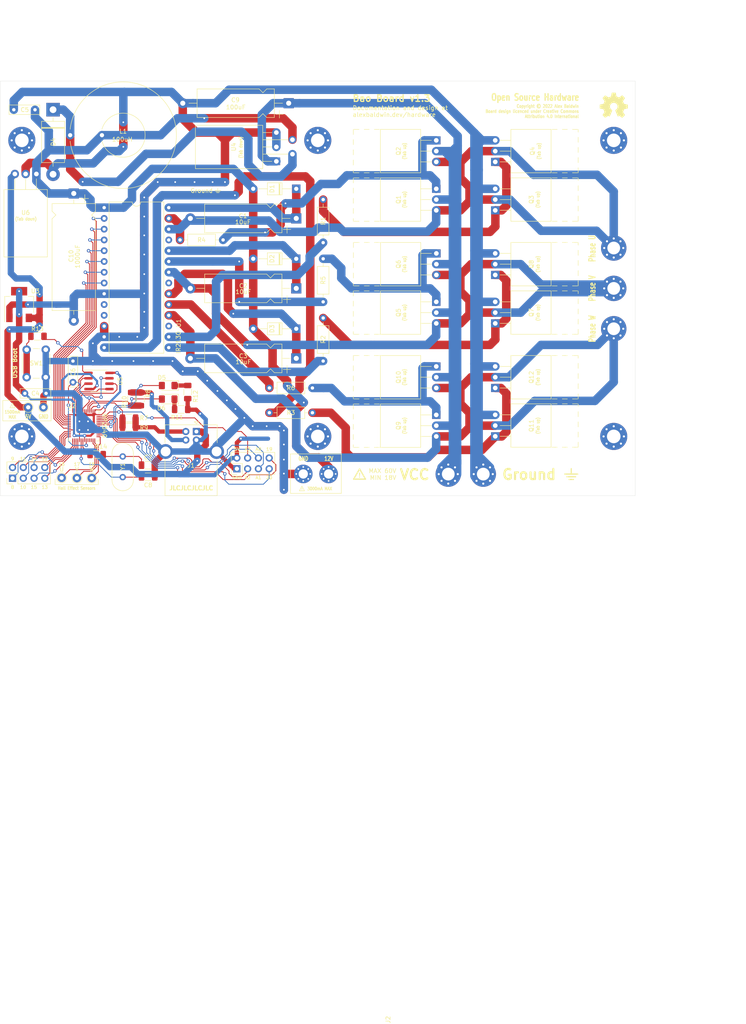
<source format=kicad_pcb>
(kicad_pcb (version 20171130) (host pcbnew 5.1.9+dfsg1-1+deb11u1)
  (layers (0 F.Cu signal) (31 B.Cu signal) (34 B.Paste user hide) (35 F.Paste user hide) (36 B.SilkS user) (37 F.SilkS user) (38 B.Mask user) (39 F.Mask user) (44 Edge.Cuts user))
  (net 0 "")
  (net 1 "Net-(Q1-Pad1)")
  (net 2 VCC)
  (net 3 "Net-(Q3-Pad1)")
  (net 4 GNDPWR)
  (net 5 "Net-(Q5-Pad1)")
  (net 6 "Net-(U1-Pad10)")
  (net 7 "Net-(U1-Pad11)")
  (net 8 "Net-(Q10-Pad1)")
  (net 9 "Net-(Q11-Pad1)")
  (net 10 "Net-(Q7-Pad1)")
  (net 11 "Net-(J1-Pad2)")
  (net 12 "Net-(J1-Pad3)")
  (net 13 "Net-(C1-Pad1)")
  (net 14 "Net-(C2-Pad1)")
  (net 15 "Net-(C3-Pad1)")
  (net 16 "Net-(R1-Pad2)")
  (net 17 "Net-(R2-Pad2)")
  (net 18 "Net-(R3-Pad2)")
  (net 19 "Net-(R4-Pad2)")
  (net 20 "Net-(R5-Pad2)")
  (net 21 "Net-(R6-Pad2)")
  (net 22 /U)
  (net 23 /V)
  (net 24 /W)
  (net 25 /3.3v)
  (net 26 /12v)
  (net 27 "Net-(U2-Pad54)")
  (net 28 "Net-(U2-Pad25)")
  (net 29 "Net-(U2-Pad34)")
  (net 30 "Net-(U2-Pad53)")
  (net 31 "Net-(U2-Pad35)")
  (net 32 "Net-(U2-Pad55)")
  (net 33 "Net-(U2-Pad51)")
  (net 34 "Net-(U2-Pad52)")
  (net 35 "Net-(U2-Pad26)")
  (net 36 "Net-(U2-Pad24)")
  (net 37 "Net-(U2-Pad8)")
  (net 38 "Net-(U2-Pad32)")
  (net 39 "Net-(R7-Pad1)")
  (net 40 "Net-(R10-Pad2)")
  (net 41 /1.1v)
  (net 42 "Net-(D5-Pad2)")
  (net 43 "Net-(D5-Pad1)")
  (net 44 "Net-(D6-Pad2)")
  (net 45 "Net-(D6-Pad1)")
  (net 46 "Net-(J2-Pad8)")
  (net 47 "Net-(J2-Pad7)")
  (net 48 "Net-(J2-Pad6)")
  (net 49 "Net-(J2-Pad5)")
  (net 50 "Net-(J2-Pad4)")
  (net 51 "Net-(J2-Pad3)")
  (net 52 "Net-(J2-Pad2)")
  (net 53 "Net-(J2-Pad1)")
  (net 54 "Net-(J3-Pad8)")
  (net 55 "Net-(J3-Pad7)")
  (net 56 "Net-(J3-Pad6)")
  (net 57 "Net-(J3-Pad5)")
  (net 58 "Net-(J3-Pad3)")
  (net 59 "Net-(C7-Pad1)")
  (net 60 "Net-(C8-Pad1)")
  (net 61 +5V)
  (net 62 "Net-(R13-Pad2)")
  (net 63 "Net-(R13-Pad1)")
  (net 64 "Net-(R14-Pad2)")
  (net 65 "Net-(D4-Pad1)")
  (net 66 /U_HALL_SENSE_LOGIC)
  (net 67 /V_HALL_SENSE_LOGIC)
  (net 68 /W_HALL_SENSE_LOGIC)
  (net 69 /U_PULL_HIGH_LOGIC)
  (net 70 /V_PULL_HIGH_LOGIC)
  (net 71 /W_PULL_HIGH_LOGIC)
  (net 72 /U_PULL_LOW_LOGIC)
  (net 73 /V_PULL_LOW_LOGIC)
  (net 74 /W_PULL_LOW_LOGIC)
  (net 75 /FAULT_LOGIC)
  (net 76 "Net-(J3-Pad4)")
  (module Capacitor_THT:CP_Axial_L18.0mm_D6.5mm_P25.00mm_Horizontal (layer F.Cu) (at 139.065 109.855 180)
    (fp_text reference C3 (at 12.515 0.555) (layer F.SilkS))
    (fp_text value 10uF)
    (pad 2 thru_hole oval (at 25 0 180) (size 2.4 2.4) (drill 1.2) (layers *.Cu *.Mask) (net 24 /W))
    (pad 1 thru_hole rect (at 0 0 180) (size 2.4 2.4) (drill 1.2) (layers *.Cu *.Mask) (net 15 "Net-(C3-Pad1)"))
  )
  (module Capacitor_THT:CP_Axial_L18.0mm_D6.5mm_P25.00mm_Horizontal (layer F.Cu) (at 139.065 93.345 180)
    (fp_text reference C2 (at 12.5 0.595) (layer F.SilkS))
    (fp_text value 10uF)
    (pad 2 thru_hole oval (at 25 0 180) (size 2.4 2.4) (drill 1.2) (layers *.Cu *.Mask) (net 23 /V))
    (pad 1 thru_hole rect (at 0 0 180) (size 2.4 2.4) (drill 1.2) (layers *.Cu *.Mask) (net 14 "Net-(C2-Pad1)"))
  )
  (module Capacitor_THT:CP_Axial_L18.0mm_D6.5mm_P25.00mm_Horizontal (layer F.Cu) (at 139.065 76.835 180)
    (fp_text reference C1 (at 12.565 0.585) (layer F.SilkS))
    (fp_text value 10uF)
    (pad 2 thru_hole oval (at 25 0 180) (size 2.4 2.4) (drill 1.2) (layers *.Cu *.Mask) (net 22 /U))
    (pad 1 thru_hole rect (at 0 0 180) (size 2.4 2.4) (drill 1.2) (layers *.Cu *.Mask) (net 13 "Net-(C1-Pad1)"))
  )
  (module Capacitor_THT:CP_Axial_L25.0mm_D10.0mm_P30.00mm_Horizontal (layer F.Cu) (at 86.55 70.95 270)
    (fp_text reference C10 (at 14.758365 0.629028 90) (layer F.SilkS))
    (fp_text value 1000uF)
    (pad 2 thru_hole oval (at 30 0 270) (size 2.4 2.4) (drill 1.2) (layers *.Cu *.Mask) (net 4 GNDPWR))
    (pad 1 thru_hole rect (at 0 0 270) (size 2.4 2.4) (drill 1.2) (layers *.Cu *.Mask) (net 26 /12v))
  )
  (module Package_TO_SOT_THT:TO-220-3_Horizontal_TabUp (layer F.Cu) (at 186.0296 116.84 90)
    (fp_text reference Q12 (at 2.54 8.5344 270) (layer F.SilkS))
    (fp_text value IRF3205)
    (pad 3 thru_hole oval (at 5.08 0 90) (size 1.905 2) (drill 1.1) (layers *.Cu *.Mask) (net 4 GNDPWR))
    (pad 2 thru_hole oval (at 2.54 0 90) (size 1.905 2) (drill 1.1) (layers *.Cu *.Mask) (net 24 /W))
    (pad 1 thru_hole rect (at 0 0 90) (size 1.905 2) (drill 1.1) (layers *.Cu *.Mask) (net 9 "Net-(Q11-Pad1)"))
    (pad "" np_thru_hole oval (at 2.54 16.66 90) (size 3.5 3.5) (drill 3.5) (layers *.Cu *.Mask))
  )
  (module Package_TO_SOT_THT:TO-220-3_Horizontal_TabUp (layer F.Cu) (at 186.0296 128.2446 90)
    (fp_text reference Q11 (at 2.5146 8.5344 270) (layer F.SilkS))
    (fp_text value IRF3205)
    (pad 3 thru_hole oval (at 5.08 0 90) (size 1.905 2) (drill 1.1) (layers *.Cu *.Mask) (net 4 GNDPWR))
    (pad 2 thru_hole oval (at 2.54 0 90) (size 1.905 2) (drill 1.1) (layers *.Cu *.Mask) (net 24 /W))
    (pad 1 thru_hole rect (at 0 0 90) (size 1.905 2) (drill 1.1) (layers *.Cu *.Mask) (net 9 "Net-(Q11-Pad1)"))
    (pad "" np_thru_hole oval (at 2.54 16.66 90) (size 3.5 3.5) (drill 3.5) (layers *.Cu *.Mask))
  )
  (module Package_TO_SOT_THT:TO-220-3_Horizontal_TabUp (layer F.Cu) (at 172.1104 111.76 270)
    (fp_text reference Q10 (at 2.54 8.9154 90) (layer F.SilkS))
    (fp_text value IRF3205)
    (pad 3 thru_hole oval (at 5.08 0 270) (size 1.905 2) (drill 1.1) (layers *.Cu *.Mask) (net 24 /W))
    (pad 2 thru_hole oval (at 2.54 0 270) (size 1.905 2) (drill 1.1) (layers *.Cu *.Mask) (net 2 VCC))
    (pad 1 thru_hole rect (at 0 0 270) (size 1.905 2) (drill 1.1) (layers *.Cu *.Mask) (net 8 "Net-(Q10-Pad1)"))
    (pad "" np_thru_hole oval (at 2.54 16.66 270) (size 3.5 3.5) (drill 3.5) (layers *.Cu *.Mask))
  )
  (module Package_TO_SOT_THT:TO-220-3_Horizontal_TabUp (layer F.Cu) (at 172.108 123.19 270)
    (fp_text reference Q9 (at 2.54 8.913 90) (layer F.SilkS))
    (fp_text value IRF3205)
    (pad 3 thru_hole oval (at 5.08 0 270) (size 1.905 2) (drill 1.1) (layers *.Cu *.Mask) (net 24 /W))
    (pad 2 thru_hole oval (at 2.54 0 270) (size 1.905 2) (drill 1.1) (layers *.Cu *.Mask) (net 2 VCC))
    (pad 1 thru_hole rect (at 0 0 270) (size 1.905 2) (drill 1.1) (layers *.Cu *.Mask) (net 8 "Net-(Q10-Pad1)"))
    (pad "" np_thru_hole oval (at 2.54 16.66 270) (size 3.5 3.5) (drill 3.5) (layers *.Cu *.Mask))
  )
  (module Package_TO_SOT_THT:TO-220-3_Horizontal_TabUp (layer F.Cu) (at 186.0296 90.17 90)
    (fp_text reference Q8 (at 2.54 8.5344 270) (layer F.SilkS))
    (fp_text value IRF3205)
    (pad 3 thru_hole oval (at 5.08 0 90) (size 1.905 2) (drill 1.1) (layers *.Cu *.Mask) (net 4 GNDPWR))
    (pad 2 thru_hole oval (at 2.54 0 90) (size 1.905 2) (drill 1.1) (layers *.Cu *.Mask) (net 23 /V))
    (pad 1 thru_hole rect (at 0 0 90) (size 1.905 2) (drill 1.1) (layers *.Cu *.Mask) (net 10 "Net-(Q7-Pad1)"))
    (pad "" np_thru_hole oval (at 2.54 16.66 90) (size 3.5 3.5) (drill 3.5) (layers *.Cu *.Mask))
  )
  (module Package_TO_SOT_THT:TO-220-3_Horizontal_TabUp (layer F.Cu) (at 186.0296 101.6 90)
    (fp_text reference Q7 (at 2.54 8.5344 90) (layer F.SilkS))
    (fp_text value IRF3205)
    (pad 3 thru_hole oval (at 5.08 0 90) (size 1.905 2) (drill 1.1) (layers *.Cu *.Mask) (net 4 GNDPWR))
    (pad 2 thru_hole oval (at 2.54 0 90) (size 1.905 2) (drill 1.1) (layers *.Cu *.Mask) (net 23 /V))
    (pad 1 thru_hole rect (at 0 0 90) (size 1.905 2) (drill 1.1) (layers *.Cu *.Mask) (net 10 "Net-(Q7-Pad1)"))
    (pad "" np_thru_hole oval (at 2.54 16.66 90) (size 3.5 3.5) (drill 3.5) (layers *.Cu *.Mask))
  )
  (module Package_TO_SOT_THT:TO-220-3_Horizontal_TabUp (layer F.Cu) (at 172.1334 85.09 270)
    (fp_text reference Q6 (at 2.54 8.9384 90) (layer F.SilkS))
    (fp_text value IRF3205)
    (pad 3 thru_hole oval (at 5.08 0 270) (size 1.905 2) (drill 1.1) (layers *.Cu *.Mask) (net 23 /V))
    (pad 2 thru_hole oval (at 2.54 0 270) (size 1.905 2) (drill 1.1) (layers *.Cu *.Mask) (net 2 VCC))
    (pad 1 thru_hole rect (at 0 0 270) (size 1.905 2) (drill 1.1) (layers *.Cu *.Mask) (net 5 "Net-(Q5-Pad1)"))
    (pad "" np_thru_hole oval (at 2.54 16.66 270) (size 3.5 3.5) (drill 3.5) (layers *.Cu *.Mask))
  )
  (module Package_TO_SOT_THT:TO-220-3_Horizontal_TabUp (layer F.Cu) (at 172.1104 96.52 270)
    (fp_text reference Q5 (at 2.54 8.9154 90) (layer F.SilkS))
    (fp_text value IRF3205)
    (pad 3 thru_hole oval (at 5.08 0 270) (size 1.905 2) (drill 1.1) (layers *.Cu *.Mask) (net 23 /V))
    (pad 2 thru_hole oval (at 2.54 0 270) (size 1.905 2) (drill 1.1) (layers *.Cu *.Mask) (net 2 VCC))
    (pad 1 thru_hole rect (at 0 0 270) (size 1.905 2) (drill 1.1) (layers *.Cu *.Mask) (net 5 "Net-(Q5-Pad1)"))
    (pad "" np_thru_hole oval (at 2.54 16.66 270) (size 3.5 3.5) (drill 3.5) (layers *.Cu *.Mask))
  )
  (module Package_TO_SOT_THT:TO-220-3_Horizontal_TabUp (layer F.Cu) (at 186.0296 63.5 90)
    (fp_text reference Q4 (at 2.54 8.7884 270) (layer F.SilkS))
    (fp_text value IRF3205)
    (pad 3 thru_hole oval (at 5.08 0 90) (size 1.905 2) (drill 1.1) (layers *.Cu *.Mask) (net 4 GNDPWR))
    (pad 2 thru_hole oval (at 2.54 0 90) (size 1.905 2) (drill 1.1) (layers *.Cu *.Mask) (net 22 /U))
    (pad 1 thru_hole rect (at 0 0 90) (size 1.905 2) (drill 1.1) (layers *.Cu *.Mask) (net 3 "Net-(Q3-Pad1)"))
    (pad "" np_thru_hole oval (at 2.54 16.66 90) (size 3.5 3.5) (drill 3.5) (layers *.Cu *.Mask))
  )
  (module Package_TO_SOT_THT:TO-220-3_Horizontal_TabUp (layer F.Cu) (at 186.0296 74.93 90)
    (fp_text reference Q3 (at 2.54 8.5344 270) (layer F.SilkS))
    (fp_text value IRF3205)
    (pad 3 thru_hole oval (at 5.08 0 90) (size 1.905 2) (drill 1.1) (layers *.Cu *.Mask) (net 4 GNDPWR))
    (pad 2 thru_hole oval (at 2.54 0 90) (size 1.905 2) (drill 1.1) (layers *.Cu *.Mask) (net 22 /U))
    (pad 1 thru_hole rect (at 0 0 90) (size 1.905 2) (drill 1.1) (layers *.Cu *.Mask) (net 3 "Net-(Q3-Pad1)"))
    (pad "" np_thru_hole oval (at 2.54 16.66 90) (size 3.5 3.5) (drill 3.5) (layers *.Cu *.Mask))
  )
  (module Package_TO_SOT_THT:TO-220-3_Horizontal_TabUp (layer F.Cu) (at 172.1104 58.42 270)
    (fp_text reference Q2 (at 2.54 8.9154 90) (layer F.SilkS))
    (fp_text value IRF3205)
    (pad 3 thru_hole oval (at 5.08 0 270) (size 1.905 2) (drill 1.1) (layers *.Cu *.Mask) (net 22 /U))
    (pad 2 thru_hole oval (at 2.54 0 270) (size 1.905 2) (drill 1.1) (layers *.Cu *.Mask) (net 2 VCC))
    (pad 1 thru_hole rect (at 0 0 270) (size 1.905 2) (drill 1.1) (layers *.Cu *.Mask) (net 1 "Net-(Q1-Pad1)"))
    (pad "" np_thru_hole oval (at 2.54 16.66 270) (size 3.5 3.5) (drill 3.5) (layers *.Cu *.Mask))
  )
  (module Package_TO_SOT_THT:TO-220-3_Horizontal_TabUp (layer F.Cu) (at 172.1104 69.85 270)
    (fp_text reference Q1 (at 2.54 8.9154 90) (layer F.SilkS))
    (fp_text value IRF3205)
    (pad 3 thru_hole oval (at 5.08 0 270) (size 1.905 2) (drill 1.1) (layers *.Cu *.Mask) (net 22 /U))
    (pad 2 thru_hole oval (at 2.54 0 270) (size 1.905 2) (drill 1.1) (layers *.Cu *.Mask) (net 2 VCC))
    (pad 1 thru_hole rect (at 0 0 270) (size 1.905 2) (drill 1.1) (layers *.Cu *.Mask) (net 1 "Net-(Q1-Pad1)"))
    (pad "" np_thru_hole oval (at 2.54 16.66 270) (size 3.5 3.5) (drill 3.5) (layers *.Cu *.Mask))
  )
  (module Crystal:Crystal_HC49-U_Vertical (layer F.Cu) (at 98.1 133 270)
    (fp_text reference Y1 (at 2.35 0 90) (layer F.SilkS))
    (fp_text value 12Mhz)
    (pad 2 thru_hole circle (at 4.88 0 270) (size 1.5 1.5) (drill 0.8) (layers *.Cu *.Mask) (net 60 "Net-(C8-Pad1)"))
    (pad 1 thru_hole circle (at 0 0 270) (size 1.5 1.5) (drill 0.8) (layers *.Cu *.Mask) (net 59 "Net-(C7-Pad1)"))
  )
  (module Button_Switch_THT:SW_PUSH_6mm (layer F.Cu) (at 75.438 114.3 90)
    (fp_text reference SW1 (at 3.302 2.286) (layer F.SilkS))
    (fp_text value SW_Push)
    (pad 1 thru_hole circle (at 6.5 0 180) (size 2 2) (drill 1.1) (layers *.Cu *.Mask) (net 63 "Net-(R13-Pad1)"))
    (pad 2 thru_hole circle (at 6.5 4.5 180) (size 2 2) (drill 1.1) (layers *.Cu *.Mask) (net 4 GNDPWR))
    (pad 1 thru_hole circle (at 0 0 180) (size 2 2) (drill 1.1) (layers *.Cu *.Mask) (net 63 "Net-(R13-Pad1)"))
    (pad 2 thru_hole circle (at 0 4.5 180) (size 2 2) (drill 1.1) (layers *.Cu *.Mask) (net 4 GNDPWR))
  )
  (module Resistor_SMD:R_1206_3216Metric_Pad1.30x1.75mm_HandSolder (layer F.Cu) (at 91.95 132.55 180)
    (fp_text reference R14 (at -1.05 1.9 180) (layer F.SilkS))
    (fp_text value 1kΩ)
    (pad 2 smd roundrect (at 1.55 0 180) (size 1.3 1.75) (layers F.Cu F.Paste F.Mask) (roundrect_rratio 0.1923076923076923) (net 64 "Net-(R14-Pad2)"))
    (pad 1 smd roundrect (at -1.55 0 180) (size 1.3 1.75) (layers F.Cu F.Paste F.Mask) (roundrect_rratio 0.1923076923076923) (net 59 "Net-(C7-Pad1)"))
  )
  (module Resistor_SMD:R_1206_3216Metric_Pad1.30x1.75mm_HandSolder (layer F.Cu) (at 77.978 104.648)
    (fp_text reference R13 (at 0 -1.778) (layer F.SilkS))
    (fp_text value 1kΩ)
    (pad 2 smd roundrect (at 1.55 0) (size 1.3 1.75) (layers F.Cu F.Paste F.Mask) (roundrect_rratio 0.1923076923076923) (net 62 "Net-(R13-Pad2)"))
    (pad 1 smd roundrect (at -1.55 0) (size 1.3 1.75) (layers F.Cu F.Paste F.Mask) (roundrect_rratio 0.1923076923076923) (net 63 "Net-(R13-Pad1)"))
  )
  (module TestPoint:TestPoint_THTPad_D2.0mm_Drill1.0mm (layer F.Cu) (at 79.4 121.4 270)
    (fp_text reference H10 hide)
    (fp_text value MountingHole_Pad)
    (pad 1 thru_hole circle (at 0 0 270) (size 2 2) (drill 1) (layers *.Cu *.Mask) (net 4 GNDPWR))
  )
  (module TestPoint:TestPoint_THTPad_D2.0mm_Drill1.0mm (layer F.Cu) (at 75.8 121.4 270)
    (fp_text reference H9 hide)
    (fp_text value MountingHole_Pad)
    (pad 1 thru_hole circle (at 0 0 270) (size 2 2) (drill 1) (layers *.Cu *.Mask) (net 61 +5V))
  )
  (module Capacitor_SMD:C_1206_3216Metric_Pad1.33x1.80mm_HandSolder (layer F.Cu) (at 104.1 137.8)
    (fp_text reference C8 (at 0 1.95) (layer F.SilkS))
    (fp_text value 100pF)
    (pad 2 smd roundrect (at 1.5625 0) (size 1.325 1.8) (layers F.Cu F.Paste F.Mask) (roundrect_rratio 0.1886784905660377) (net 4 GNDPWR))
    (pad 1 smd roundrect (at -1.5625 0) (size 1.325 1.8) (layers F.Cu F.Paste F.Mask) (roundrect_rratio 0.1886784905660377) (net 60 "Net-(C8-Pad1)"))
  )
  (module Capacitor_SMD:C_1206_3216Metric_Pad1.33x1.80mm_HandSolder (layer F.Cu) (at 104.1 135.05)
    (fp_text reference C7 (at 0 -1.85) (layer F.SilkS))
    (fp_text value 100pF)
    (pad 2 smd roundrect (at 1.5625 0) (size 1.325 1.8) (layers F.Cu F.Paste F.Mask) (roundrect_rratio 0.1886784905660377) (net 4 GNDPWR))
    (pad 1 smd roundrect (at -1.5625 0) (size 1.325 1.8) (layers F.Cu F.Paste F.Mask) (roundrect_rratio 0.1886784905660377) (net 59 "Net-(C7-Pad1)"))
  )
  (module "" (layer F.Cu) (at 72.1 140.15)
    (fp_text reference "" (at 88.9 125.73) (layer F.SilkS) (effects (font (size 1.27 1.27))))
    (fp_text value "" (at 88.9 125.73) (layer F.SilkS) (effects (font (size 1.27 1.27))))
    (fp_text user J2 (at 88.65 125.73 90) (layer F.SilkS))
  )
  (module rp2040:RP2040 (layer F.Cu) (at 88.9 125.73)
    (fp_text reference U2 (at -2.825 -4.68) (layer F.SilkS))
    (fp_text value RP2040)
    (pad 54 smd roundrect (at -1.8 -3.4375) (size 0.2 0.875) (layers F.Cu F.Paste F.Mask) (net 27 "Net-(U2-Pad54)"))
    (pad 44 smd roundrect (at 2.2 -3.4375) (size 0.2 0.875) (layers F.Cu F.Paste F.Mask) (net 25 /3.3v))
    (pad 21 smd roundrect (at -0.2 3.4375) (size 0.2 0.875) (layers F.Cu F.Paste F.Mask) (net 64 "Net-(R14-Pad2)"))
    (pad 10 smd roundrect (at -3.4375 1) (size 0.875 0.2) (layers F.Cu F.Paste F.Mask) (net 25 /3.3v))
    (pad 13 smd roundrect (at -3.4375 2.2) (size 0.875 0.2) (layers F.Cu F.Paste F.Mask) (net 51 "Net-(J2-Pad3)"))
    (pad 25 smd roundrect (at 1.4 3.4375) (size 0.2 0.875) (layers F.Cu F.Paste F.Mask) (net 28 "Net-(U2-Pad25)"))
    (pad 14 smd roundrect (at -3.4375 2.6) (size 0.875 0.2) (layers F.Cu F.Paste F.Mask) (net 50 "Net-(J2-Pad4)"))
    (pad 15 smd roundrect (at -2.6 3.4375) (size 0.2 0.875) (layers F.Cu F.Paste F.Mask) (net 46 "Net-(J2-Pad8)"))
    (pad 40 smd roundrect (at 3.4375 -1.8) (size 0.875 0.2) (layers F.Cu F.Paste F.Mask) (net 58 "Net-(J3-Pad3)"))
    (pad 49 smd roundrect (at 0.2 -3.4375) (size 0.2 0.875) (layers F.Cu F.Paste F.Mask) (net 25 /3.3v))
    (pad 34 smd roundrect (at 3.4375 0.6) (size 0.875 0.2) (layers F.Cu F.Paste F.Mask) (net 29 "Net-(U2-Pad34)"))
    (pad 42 smd roundrect (at 3.4375 -2.6) (size 0.875 0.2) (layers F.Cu F.Paste F.Mask) (net 25 /3.3v))
    (pad 53 smd roundrect (at -1.4 -3.4375) (size 0.2 0.875) (layers F.Cu F.Paste F.Mask) (net 30 "Net-(U2-Pad53)"))
    (pad 56 smd roundrect (at -2.6 -3.4375) (size 0.2 0.875) (layers F.Cu F.Paste F.Mask) (net 62 "Net-(R13-Pad2)"))
    (pad 18 smd roundrect (at -1.4 3.4375) (size 0.2 0.875) (layers F.Cu F.Paste F.Mask) (net 49 "Net-(J2-Pad5)"))
    (pad 37 smd roundrect (at 3.4375 -0.6) (size 0.875 0.2) (layers F.Cu F.Paste F.Mask) (net 44 "Net-(D6-Pad2)"))
    (pad 35 smd roundrect (at 3.4375 0.2) (size 0.875 0.2) (layers F.Cu F.Paste F.Mask) (net 31 "Net-(U2-Pad35)"))
    (pad 45 smd roundrect (at 1.8 -3.4375) (size 0.2 0.875) (layers F.Cu F.Paste F.Mask) (net 41 /1.1v))
    (pad 41 smd roundrect (at 3.4375 -2.2) (size 0.875 0.2) (layers F.Cu F.Paste F.Mask) (net 76 "Net-(J3-Pad4)"))
    (pad 19 smd roundrect (at -1 3.4375) (size 0.2 0.875) (layers F.Cu F.Paste F.Mask) (net 4 GNDPWR))
    (pad 7 smd roundrect (at -3.4375 -0.2) (size 0.875 0.2) (layers F.Cu F.Paste F.Mask) (net 74 /W_PULL_LOW_LOGIC))
    (pad 39 smd roundrect (at 3.4375 -1.4) (size 0.875 0.2) (layers F.Cu F.Paste F.Mask) (net 57 "Net-(J3-Pad5)"))
    (pad 43 smd roundrect (at 2.6 -3.4375) (size 0.2 0.875) (layers F.Cu F.Paste F.Mask) (net 25 /3.3v))
    (pad 4 smd roundrect (at -3.4375 -1.4) (size 0.875 0.2) (layers F.Cu F.Paste F.Mask) (net 71 /W_PULL_HIGH_LOGIC))
    (pad 33 smd roundrect (at 3.4375 1) (size 0.875 0.2) (layers F.Cu F.Paste F.Mask) (net 25 /3.3v))
    (pad 55 smd roundrect (at -2.2 -3.4375) (size 0.2 0.875) (layers F.Cu F.Paste F.Mask) (net 32 "Net-(U2-Pad55)"))
    (pad 6 smd roundrect (at -3.4375 -0.6) (size 0.875 0.2) (layers F.Cu F.Paste F.Mask) (net 73 /V_PULL_LOW_LOGIC))
    (pad 51 smd roundrect (at -0.6 -3.4375) (size 0.2 0.875) (layers F.Cu F.Paste F.Mask) (net 33 "Net-(U2-Pad51)"))
    (pad 5 smd roundrect (at -3.4375 -1) (size 0.875 0.2) (layers F.Cu F.Paste F.Mask) (net 72 /U_PULL_LOW_LOGIC))
    (pad 1 smd roundrect (at -3.4375 -2.6) (size 0.875 0.2) (layers F.Cu F.Paste F.Mask) (net 25 /3.3v))
    (pad 52 smd roundrect (at -1 -3.4375) (size 0.2 0.875) (layers F.Cu F.Paste F.Mask) (net 34 "Net-(U2-Pad52)"))
    (pad 36 smd roundrect (at 3.4375 -0.2) (size 0.875 0.2) (layers F.Cu F.Paste F.Mask) (net 42 "Net-(D5-Pad2)"))
    (pad 46 smd roundrect (at 1.4 -3.4375) (size 0.2 0.875) (layers F.Cu F.Paste F.Mask) (net 39 "Net-(R7-Pad1)"))
    (pad 17 smd roundrect (at -1.8 3.4375) (size 0.2 0.875) (layers F.Cu F.Paste F.Mask) (net 48 "Net-(J2-Pad6)"))
    (pad 11 smd roundrect (at -3.4375 1.4) (size 0.875 0.2) (layers F.Cu F.Paste F.Mask) (net 53 "Net-(J2-Pad1)"))
    (pad 38 smd roundrect (at 3.4375 -1) (size 0.875 0.2) (layers F.Cu F.Paste F.Mask) (net 56 "Net-(J3-Pad6)"))
    (pad 3 smd roundrect (at -3.4375 -1.8) (size 0.875 0.2) (layers F.Cu F.Paste F.Mask) (net 70 /V_PULL_HIGH_LOGIC))
    (pad 30 smd roundrect (at 3.4375 2.2) (size 0.875 0.2) (layers F.Cu F.Paste F.Mask) (net 54 "Net-(J3-Pad8)"))
    (pad 57 smd rect (at 0 0) (size 3.2 3.2) (layers F.Cu F.Mask) (net 4 GNDPWR))
    (pad 2 smd roundrect (at -3.4375 -2.2) (size 0.875 0.2) (layers F.Cu F.Paste F.Mask) (net 69 /U_PULL_HIGH_LOGIC))
    (pad 16 smd roundrect (at -2.2 3.4375) (size 0.2 0.875) (layers F.Cu F.Paste F.Mask) (net 47 "Net-(J2-Pad7)"))
    (pad 26 smd roundrect (at 1.8 3.4375) (size 0.2 0.875) (layers F.Cu F.Paste F.Mask) (net 35 "Net-(U2-Pad26)"))
    (pad 24 smd roundrect (at 1 3.4375) (size 0.2 0.875) (layers F.Cu F.Paste F.Mask) (net 36 "Net-(U2-Pad24)"))
    (pad 23 smd roundrect (at 0.6 3.4375) (size 0.2 0.875) (layers F.Cu F.Paste F.Mask) (net 41 /1.1v))
    (pad 8 smd roundrect (at -3.4375 0.2) (size 0.875 0.2) (layers F.Cu F.Paste F.Mask) (net 37 "Net-(U2-Pad8)"))
    (pad 50 smd roundrect (at -0.2 -3.4375) (size 0.2 0.875) (layers F.Cu F.Paste F.Mask) (net 41 /1.1v))
    (pad 12 smd roundrect (at -3.4375 1.8) (size 0.875 0.2) (layers F.Cu F.Paste F.Mask) (net 52 "Net-(J2-Pad2)"))
    (pad 20 smd roundrect (at -0.6 3.4375) (size 0.2 0.875) (layers F.Cu F.Paste F.Mask) (net 60 "Net-(C8-Pad1)"))
    (pad 9 smd roundrect (at -3.4375 0.6) (size 0.875 0.2) (layers F.Cu F.Paste F.Mask) (net 75 /FAULT_LOGIC))
    (pad 32 smd roundrect (at 3.4375 1.4) (size 0.875 0.2) (layers F.Cu F.Paste F.Mask) (net 38 "Net-(U2-Pad32)"))
    (pad 31 smd roundrect (at 3.4375 1.8) (size 0.875 0.2) (layers F.Cu F.Paste F.Mask) (net 55 "Net-(J3-Pad7)"))
    (pad 48 smd roundrect (at 0.6 -3.4375) (size 0.2 0.875) (layers F.Cu F.Paste F.Mask) (net 25 /3.3v))
    (pad 22 smd roundrect (at 0.2 3.4375) (size 0.2 0.875) (layers F.Cu F.Paste F.Mask) (net 25 /3.3v))
    (pad 27 smd roundrect (at 2.2 3.4375) (size 0.2 0.875) (layers F.Cu F.Paste F.Mask) (net 66 /U_HALL_SENSE_LOGIC))
    (pad 28 smd roundrect (at 2.6 3.4375) (size 0.2 0.875) (layers F.Cu F.Paste F.Mask) (net 67 /V_HALL_SENSE_LOGIC))
    (pad 29 smd roundrect (at 3.4375 2.6) (size 0.875 0.2) (layers F.Cu F.Paste F.Mask) (net 68 /W_HALL_SENSE_LOGIC))
    (pad 47 smd roundrect (at 1 -3.4375) (size 0.2 0.875) (layers F.Cu F.Paste F.Mask) (net 40 "Net-(R10-Pad2)"))
  )
  (module Resistor_SMD:R_1206_3216Metric_Pad1.30x1.75mm_HandSolder (layer F.Cu) (at 113.45 117.8 90)
    (fp_text reference R12 (at -1 1.85 90) (layer F.SilkS))
    (fp_text value 100Ω)
    (pad 2 smd roundrect (at 1.55 0 90) (size 1.3 1.75) (layers F.Cu F.Paste F.Mask) (roundrect_rratio 0.1923076923076923) (net 43 "Net-(D5-Pad1)"))
    (pad 1 smd roundrect (at -1.55 0 90) (size 1.3 1.75) (layers F.Cu F.Paste F.Mask) (roundrect_rratio 0.1923076923076923) (net 4 GNDPWR))
  )
  (module Resistor_SMD:R_1206_3216Metric_Pad1.30x1.75mm_HandSolder (layer F.Cu) (at 111.9 121.9)
    (fp_text reference R11 (at -0.95 1.9) (layer F.SilkS))
    (fp_text value 100Ω)
    (pad 2 smd roundrect (at 1.55 0) (size 1.3 1.75) (layers F.Cu F.Paste F.Mask) (roundrect_rratio 0.1923076923076923) (net 4 GNDPWR))
    (pad 1 smd roundrect (at -1.55 0) (size 1.3 1.75) (layers F.Cu F.Paste F.Mask) (roundrect_rratio 0.1923076923076923) (net 45 "Net-(D6-Pad1)"))
  )
  (module Connector_PinHeader_2.54mm:PinHeader_2x04_P2.54mm_Vertical (layer F.Cu) (at 125.05 135.9 90)
    (fp_text reference J3 hide)
    (fp_text value Conn_02x04_Top_Bottom)
    (pad 8 thru_hole oval (at 2.54 7.62 90) (size 1.7 1.7) (drill 1) (layers *.Cu *.Mask) (net 54 "Net-(J3-Pad8)"))
    (pad 7 thru_hole oval (at 0 7.62 90) (size 1.7 1.7) (drill 1) (layers *.Cu *.Mask) (net 55 "Net-(J3-Pad7)"))
    (pad 6 thru_hole oval (at 2.54 5.08 90) (size 1.7 1.7) (drill 1) (layers *.Cu *.Mask) (net 56 "Net-(J3-Pad6)"))
    (pad 5 thru_hole oval (at 0 5.08 90) (size 1.7 1.7) (drill 1) (layers *.Cu *.Mask) (net 57 "Net-(J3-Pad5)"))
    (pad 4 thru_hole oval (at 2.54 2.54 90) (size 1.7 1.7) (drill 1) (layers *.Cu *.Mask) (net 76 "Net-(J3-Pad4)"))
    (pad 3 thru_hole oval (at 0 2.54 90) (size 1.7 1.7) (drill 1) (layers *.Cu *.Mask) (net 58 "Net-(J3-Pad3)"))
    (pad 2 thru_hole oval (at 2.54 0 90) (size 1.7 1.7) (drill 1) (layers *.Cu *.Mask) (net 61 +5V))
    (pad 1 thru_hole rect (at 0 0 90) (size 1.7 1.7) (drill 1) (layers *.Cu *.Mask) (net 4 GNDPWR))
  )
  (module Connector_PinHeader_2.54mm:PinHeader_2x04_P2.54mm_Vertical (layer F.Cu) (at 72.1 138.14 90)
    (fp_text reference J2 hide)
    (fp_text value Conn_02x04_Top_Bottom)
    (pad 8 thru_hole oval (at 2.54 7.62 90) (size 1.7 1.7) (drill 1) (layers *.Cu *.Mask) (net 46 "Net-(J2-Pad8)"))
    (pad 7 thru_hole oval (at 0 7.62 90) (size 1.7 1.7) (drill 1) (layers *.Cu *.Mask) (net 47 "Net-(J2-Pad7)"))
    (pad 6 thru_hole oval (at 2.54 5.08 90) (size 1.7 1.7) (drill 1) (layers *.Cu *.Mask) (net 48 "Net-(J2-Pad6)"))
    (pad 5 thru_hole oval (at 0 5.08 90) (size 1.7 1.7) (drill 1) (layers *.Cu *.Mask) (net 49 "Net-(J2-Pad5)"))
    (pad 4 thru_hole oval (at 2.54 2.54 90) (size 1.7 1.7) (drill 1) (layers *.Cu *.Mask) (net 50 "Net-(J2-Pad4)"))
    (pad 3 thru_hole oval (at 0 2.54 90) (size 1.7 1.7) (drill 1) (layers *.Cu *.Mask) (net 51 "Net-(J2-Pad3)"))
    (pad 2 thru_hole oval (at 2.54 0 90) (size 1.7 1.7) (drill 1) (layers *.Cu *.Mask) (net 52 "Net-(J2-Pad2)"))
    (pad 1 thru_hole rect (at 0 0 90) (size 1.7 1.7) (drill 1) (layers *.Cu *.Mask) (net 53 "Net-(J2-Pad1)"))
  )
  (module LED_SMD:LED_1206_3216Metric_Pad1.42x1.75mm_HandSolder (layer F.Cu) (at 108.832 119.462 180)
    (fp_text reference D6 (at 1.6 -2.15) (layer F.SilkS))
    (fp_text value LED)
    (pad 2 smd roundrect (at 1.4875 0 180) (size 1.425 1.75) (layers F.Cu F.Paste F.Mask) (roundrect_rratio 0.1754385964912281) (net 44 "Net-(D6-Pad2)"))
    (pad 1 smd roundrect (at -1.4875 0 180) (size 1.425 1.75) (layers F.Cu F.Paste F.Mask) (roundrect_rratio 0.1754385964912281) (net 45 "Net-(D6-Pad1)"))
  )
  (module LED_SMD:LED_1206_3216Metric_Pad1.42x1.75mm_HandSolder (layer F.Cu) (at 108.832 116.262 180)
    (fp_text reference D5 (at 1.5 1.85) (layer F.SilkS))
    (fp_text value LED)
    (pad 2 smd roundrect (at 1.4875 0 180) (size 1.425 1.75) (layers F.Cu F.Paste F.Mask) (roundrect_rratio 0.1754385964912281) (net 42 "Net-(D5-Pad2)"))
    (pad 1 smd roundrect (at -1.4875 0 180) (size 1.425 1.75) (layers F.Cu F.Paste F.Mask) (roundrect_rratio 0.1754385964912281) (net 43 "Net-(D5-Pad1)"))
  )
  (module Capacitor_THT:C_Rect_L7.0mm_W2.0mm_P5.00mm (layer F.Cu) (at 86.36 110.49 270)
    (fp_text reference C6 (at 2.61 -0.04 90) (layer F.SilkS))
    (fp_text value 1uF)
    (pad 2 thru_hole circle (at 5 0 270) (size 1.6 1.6) (drill 0.8) (layers *.Cu *.Mask) (net 41 /1.1v))
    (pad 1 thru_hole circle (at 0 0 270) (size 1.6 1.6) (drill 0.8) (layers *.Cu *.Mask) (net 4 GNDPWR))
  )
  (module Resistor_SMD:R_1206_3216Metric_Pad1.30x1.75mm_HandSolder (layer F.Cu) (at 100.203 119.4435 270)
    (fp_text reference R10 (at 0.6985 1.7145 90) (layer F.SilkS))
    (fp_text value 100Ω)
    (pad 2 smd roundrect (at 1.55 0 270) (size 1.3 1.75) (layers F.Cu F.Paste F.Mask) (roundrect_rratio 0.1923069230769231) (net 40 "Net-(R10-Pad2)"))
    (pad 1 smd roundrect (at -1.55 0 270) (size 1.3 1.75) (layers F.Cu F.Paste F.Mask) (roundrect_rratio 0.1923069230769231) (net 12 "Net-(J1-Pad3)"))
  )
  (module Resistor_SMD:R_1206_3216Metric_Pad1.30x1.75mm_HandSolder (layer F.Cu) (at 99.59848 126.111 180)
    (fp_text reference R9 (at -3.52552 -0.127) (layer F.SilkS))
    (fp_text value 100Ω)
    (pad 2 smd roundrect (at 1.55 0 180) (size 1.3 1.75) (layers F.Cu F.Paste F.Mask) (roundrect_rratio 0.1923069230769231) (net 39 "Net-(R7-Pad1)"))
    (pad 1 smd roundrect (at -1.55 0 180) (size 1.3 1.75) (layers F.Cu F.Paste F.Mask) (roundrect_rratio 0.1923069230769231) (net 11 "Net-(J1-Pad2)"))
  )
  (module Resistor_SMD:R_1206_3216Metric_Pad1.30x1.75mm_HandSolder (layer F.Cu) (at 102.27564 119.45112 90)
    (fp_text reference R8 (at 1.34112 1.8415 90) (layer F.SilkS))
    (fp_text value 33Ω)
    (pad 2 smd roundrect (at 1.55 0 90) (size 1.3 1.75) (layers F.Cu F.Paste F.Mask) (roundrect_rratio 0.1923069230769231) (net 12 "Net-(J1-Pad3)"))
    (pad 1 smd roundrect (at -1.55 0 90) (size 1.3 1.75) (layers F.Cu F.Paste F.Mask) (roundrect_rratio 0.1923069230769231) (net 40 "Net-(R10-Pad2)"))
  )
  (module Resistor_SMD:R_1206_3216Metric_Pad1.30x1.75mm_HandSolder (layer F.Cu) (at 99.594 123.94438)
    (fp_text reference R7 (at 3.53 0.00762) (layer F.SilkS))
    (fp_text value 33Ω)
    (pad 2 smd roundrect (at 1.55 0) (size 1.3 1.75) (layers F.Cu F.Paste F.Mask) (roundrect_rratio 0.1923069230769231) (net 11 "Net-(J1-Pad2)"))
    (pad 1 smd roundrect (at -1.55 0) (size 1.3 1.75) (layers F.Cu F.Paste F.Mask) (roundrect_rratio 0.1923069230769231) (net 39 "Net-(R7-Pad1)"))
  )
  (module MountingHole:MountingHole_3.2mm_M3_Pad_Via (layer F.Cu) (at 74.295 58.42)
    (fp_text reference REF** hide)
    (fp_text value MountingHole_3.2mm_M3_Pad_Via hide)
    (pad 1 thru_hole circle (at 1.697056 -1.697056) (size 0.8 0.8) (drill 0.5) (layers *.Cu *.Mask))
    (pad 1 thru_hole circle (at 0 -2.4) (size 0.8 0.8) (drill 0.5) (layers *.Cu *.Mask))
    (pad 1 thru_hole circle (at -1.697056 -1.697056) (size 0.8 0.8) (drill 0.5) (layers *.Cu *.Mask))
    (pad 1 thru_hole circle (at -2.4 0) (size 0.8 0.8) (drill 0.5) (layers *.Cu *.Mask))
    (pad 1 thru_hole circle (at -1.697056 1.697056) (size 0.8 0.8) (drill 0.5) (layers *.Cu *.Mask))
    (pad 1 thru_hole circle (at 0 2.4) (size 0.8 0.8) (drill 0.5) (layers *.Cu *.Mask))
    (pad 1 thru_hole circle (at 1.697056 1.697056) (size 0.8 0.8) (drill 0.5) (layers *.Cu *.Mask))
    (pad 1 thru_hole circle (at 2.4 0) (size 0.8 0.8) (drill 0.5) (layers *.Cu *.Mask))
    (pad 1 thru_hole circle (at 0 0) (size 6.4 6.4) (drill 3.2) (layers *.Cu *.Mask))
  )
  (module MountingHole:MountingHole_3.2mm_M3_Pad_Via (layer F.Cu) (at 74.295 128.27)
    (fp_text reference REF** hide)
    (fp_text value MountingHole_3.2mm_M3_Pad_Via hide)
    (pad 1 thru_hole circle (at 1.697056 -1.697056) (size 0.8 0.8) (drill 0.5) (layers *.Cu *.Mask))
    (pad 1 thru_hole circle (at 0 -2.4) (size 0.8 0.8) (drill 0.5) (layers *.Cu *.Mask))
    (pad 1 thru_hole circle (at -1.697056 -1.697056) (size 0.8 0.8) (drill 0.5) (layers *.Cu *.Mask))
    (pad 1 thru_hole circle (at -2.4 0) (size 0.8 0.8) (drill 0.5) (layers *.Cu *.Mask))
    (pad 1 thru_hole circle (at -1.697056 1.697056) (size 0.8 0.8) (drill 0.5) (layers *.Cu *.Mask))
    (pad 1 thru_hole circle (at 0 2.4) (size 0.8 0.8) (drill 0.5) (layers *.Cu *.Mask))
    (pad 1 thru_hole circle (at 1.697056 1.697056) (size 0.8 0.8) (drill 0.5) (layers *.Cu *.Mask))
    (pad 1 thru_hole circle (at 2.4 0) (size 0.8 0.8) (drill 0.5) (layers *.Cu *.Mask))
    (pad 1 thru_hole circle (at 0 0) (size 6.4 6.4) (drill 3.2) (layers *.Cu *.Mask))
  )
  (module Package_TO_SOT_SMD:SOT-223-3_TabPin2 (layer F.Cu) (at 73.66 97.155 90)
    (fp_text reference U3 (at 3.175 3.81 180) (layer F.SilkS))
    (fp_text value AZ1117H-3.3TRE1)
    (pad 1 smd rect (at -3.15 -2.3 90) (size 2 1.5) (layers F.Cu F.Paste F.Mask) (net 4 GNDPWR))
    (pad 3 smd rect (at -3.15 2.3 90) (size 2 1.5) (layers F.Cu F.Paste F.Mask) (net 61 +5V))
    (pad 2 smd rect (at -3.15 0 90) (size 2 1.5) (layers F.Cu F.Paste F.Mask) (net 25 /3.3v))
    (pad 2 smd rect (at 3.15 0 90) (size 2 3.8) (layers F.Cu F.Paste F.Mask) (net 25 /3.3v))
  )
  (module Connector_USB:USB_B_OST_USB-B1HSxx_Horizontal (layer F.Cu) (at 115.495 127.119 270)
    (fp_text reference J1 (at 8.001 1.27 180) (layer F.SilkS))
    (fp_text value USB_B)
    (pad 5 thru_hole circle (at 4.71 7.27 270) (size 3.5 3.5) (drill 2.33) (layers *.Cu *.Mask) (net 4 GNDPWR))
    (pad 5 thru_hole circle (at 4.71 -4.77 270) (size 3.5 3.5) (drill 2.33) (layers *.Cu *.Mask) (net 4 GNDPWR))
    (pad 4 thru_hole circle (at 2 0 270) (size 1.7 1.7) (drill 0.92) (layers *.Cu *.Mask) (net 4 GNDPWR))
    (pad 3 thru_hole circle (at 2 2.5 270) (size 1.7 1.7) (drill 0.92) (layers *.Cu *.Mask) (net 12 "Net-(J1-Pad3)"))
    (pad 2 thru_hole circle (at 0 2.5 270) (size 1.7 1.7) (drill 0.92) (layers *.Cu *.Mask) (net 11 "Net-(J1-Pad2)"))
    (pad 1 thru_hole rect (at 0 0 270) (size 1.7 1.7) (drill 0.92) (layers *.Cu *.Mask) (net 61 +5V))
  )
  (module TestPoint:TestPoint_THTPad_D2.0mm_Drill1.0mm (layer F.Cu) (at 90.8 138.1 270)
    (fp_text reference H8 hide)
    (fp_text value MountingHole_Pad hide)
    (pad 1 thru_hole circle (at 0 0 270) (size 2 2) (drill 1) (layers *.Cu *.Mask) (net 68 /W_HALL_SENSE_LOGIC))
  )
  (module TestPoint:TestPoint_THTPad_D2.0mm_Drill1.0mm (layer F.Cu) (at 87.3 138.1 270)
    (fp_text reference H7 hide)
    (fp_text value MountingHole_Pad hide)
    (pad 1 thru_hole circle (at 0 0 270) (size 2 2) (drill 1) (layers *.Cu *.Mask) (net 67 /V_HALL_SENSE_LOGIC))
  )
  (module TestPoint:TestPoint_THTPad_D2.0mm_Drill1.0mm (layer F.Cu) (at 83.685 138.049 270)
    (fp_text reference H6 hide)
    (fp_text value MountingHole_Pad hide)
    (pad 1 thru_hole circle (at 0 0 270) (size 2 2) (drill 1) (layers *.Cu *.Mask) (net 66 /U_HALL_SENSE_LOGIC))
  )
  (module Capacitor_THT:C_Rect_L7.0mm_W2.0mm_P5.00mm (layer F.Cu) (at 77.4 51.2 180)
    (fp_text reference C5 (at 2.413 0) (layer F.SilkS))
    (fp_text value 1uF)
    (pad 2 thru_hole circle (at 5 0 180) (size 1.6 1.6) (drill 0.8) (layers *.Cu *.Mask) (net 4 GNDPWR))
    (pad 1 thru_hole circle (at 0 0 180) (size 1.6 1.6) (drill 0.8) (layers *.Cu *.Mask) (net 26 /12v))
  )
  (module Capacitor_THT:C_Rect_L7.0mm_W2.0mm_P5.00mm (layer F.Cu) (at 80.01 118.11 180)
    (fp_text reference C4 (at 2.5 0) (layer F.SilkS))
    (fp_text value 1uF)
    (pad 2 thru_hole circle (at 5 0 180) (size 1.6 1.6) (drill 0.8) (layers *.Cu *.Mask) (net 25 /3.3v))
    (pad 1 thru_hole circle (at 0 0 180) (size 1.6 1.6) (drill 0.8) (layers *.Cu *.Mask) (net 4 GNDPWR))
  )
  (module Symbol:OSHW-Symbol_6.7x6mm_SilkScreen (layer F.Cu) (at 213.995 50.1396)
    (fp_text reference REF** hide)
    (fp_text value OSHW-Symbol_6.7x6mm_SilkScreen hide)
  )
  (module MountingHole:MountingHole_3.2mm_M3_Pad_Via (layer F.Cu) (at 213.995 58.42)
    (fp_text reference REF** hide)
    (fp_text value MountingHole_3.2mm_M3_Pad_Via hide)
    (pad 1 thru_hole circle (at 1.697056 -1.697056) (size 0.8 0.8) (drill 0.5) (layers *.Cu *.Mask))
    (pad 1 thru_hole circle (at 0 -2.4) (size 0.8 0.8) (drill 0.5) (layers *.Cu *.Mask))
    (pad 1 thru_hole circle (at -1.697056 -1.697056) (size 0.8 0.8) (drill 0.5) (layers *.Cu *.Mask))
    (pad 1 thru_hole circle (at -2.4 0) (size 0.8 0.8) (drill 0.5) (layers *.Cu *.Mask))
    (pad 1 thru_hole circle (at -1.697056 1.697056) (size 0.8 0.8) (drill 0.5) (layers *.Cu *.Mask))
    (pad 1 thru_hole circle (at 0 2.4) (size 0.8 0.8) (drill 0.5) (layers *.Cu *.Mask))
    (pad 1 thru_hole circle (at 1.697056 1.697056) (size 0.8 0.8) (drill 0.5) (layers *.Cu *.Mask))
    (pad 1 thru_hole circle (at 2.4 0) (size 0.8 0.8) (drill 0.5) (layers *.Cu *.Mask))
    (pad 1 thru_hole circle (at 0 0) (size 6.4 6.4) (drill 3.2) (layers *.Cu *.Mask))
  )
  (module MountingHole:MountingHole_3.2mm_M3_Pad_Via (layer F.Cu) (at 213.995 128.27)
    (fp_text reference REF** hide)
    (fp_text value MountingHole_3.2mm_M3_Pad_Via hide)
    (pad 1 thru_hole circle (at 1.697056 -1.697056) (size 0.8 0.8) (drill 0.5) (layers *.Cu *.Mask))
    (pad 1 thru_hole circle (at 0 -2.4) (size 0.8 0.8) (drill 0.5) (layers *.Cu *.Mask))
    (pad 1 thru_hole circle (at -1.697056 -1.697056) (size 0.8 0.8) (drill 0.5) (layers *.Cu *.Mask))
    (pad 1 thru_hole circle (at -2.4 0) (size 0.8 0.8) (drill 0.5) (layers *.Cu *.Mask))
    (pad 1 thru_hole circle (at -1.697056 1.697056) (size 0.8 0.8) (drill 0.5) (layers *.Cu *.Mask))
    (pad 1 thru_hole circle (at 0 2.4) (size 0.8 0.8) (drill 0.5) (layers *.Cu *.Mask))
    (pad 1 thru_hole circle (at 1.697056 1.697056) (size 0.8 0.8) (drill 0.5) (layers *.Cu *.Mask))
    (pad 1 thru_hole circle (at 2.4 0) (size 0.8 0.8) (drill 0.5) (layers *.Cu *.Mask))
    (pad 1 thru_hole circle (at 0 0) (size 6.4 6.4) (drill 3.2) (layers *.Cu *.Mask))
  )
  (module MountingHole:MountingHole_3mm_Pad_Via (layer F.Cu) (at 213.995 102.87)
    (fp_text reference H3 hide)
    (fp_text value MountingHole_Pad hide)
    (pad 1 thru_hole circle (at 1.59099 -1.59099) (size 0.8 0.8) (drill 0.5) (layers *.Cu *.Mask) (net 24 /W))
    (pad 1 thru_hole circle (at 0 -2.25) (size 0.8 0.8) (drill 0.5) (layers *.Cu *.Mask) (net 24 /W))
    (pad 1 thru_hole circle (at -1.59099 -1.59099) (size 0.8 0.8) (drill 0.5) (layers *.Cu *.Mask) (net 24 /W))
    (pad 1 thru_hole circle (at -2.25 0) (size 0.8 0.8) (drill 0.5) (layers *.Cu *.Mask) (net 24 /W))
    (pad 1 thru_hole circle (at -1.59099 1.59099) (size 0.8 0.8) (drill 0.5) (layers *.Cu *.Mask) (net 24 /W))
    (pad 1 thru_hole circle (at 0 2.25) (size 0.8 0.8) (drill 0.5) (layers *.Cu *.Mask) (net 24 /W))
    (pad 1 thru_hole circle (at 1.59099 1.59099) (size 0.8 0.8) (drill 0.5) (layers *.Cu *.Mask) (net 24 /W))
    (pad 1 thru_hole circle (at 2.25 0) (size 0.8 0.8) (drill 0.5) (layers *.Cu *.Mask) (net 24 /W))
    (pad 1 thru_hole circle (at 0 0) (size 6 6) (drill 3) (layers *.Cu *.Mask) (net 24 /W))
  )
  (module MountingHole:MountingHole_3mm_Pad_Via (layer F.Cu) (at 213.995 93.345)
    (fp_text reference H2 hide)
    (fp_text value MountingHole_Pad hide)
    (pad 1 thru_hole circle (at 1.59099 -1.59099) (size 0.8 0.8) (drill 0.5) (layers *.Cu *.Mask) (net 23 /V))
    (pad 1 thru_hole circle (at 0 -2.25) (size 0.8 0.8) (drill 0.5) (layers *.Cu *.Mask) (net 23 /V))
    (pad 1 thru_hole circle (at -1.59099 -1.59099) (size 0.8 0.8) (drill 0.5) (layers *.Cu *.Mask) (net 23 /V))
    (pad 1 thru_hole circle (at -2.25 0) (size 0.8 0.8) (drill 0.5) (layers *.Cu *.Mask) (net 23 /V))
    (pad 1 thru_hole circle (at -1.59099 1.59099) (size 0.8 0.8) (drill 0.5) (layers *.Cu *.Mask) (net 23 /V))
    (pad 1 thru_hole circle (at 0 2.25) (size 0.8 0.8) (drill 0.5) (layers *.Cu *.Mask) (net 23 /V))
    (pad 1 thru_hole circle (at 1.59099 1.59099) (size 0.8 0.8) (drill 0.5) (layers *.Cu *.Mask) (net 23 /V))
    (pad 1 thru_hole circle (at 2.25 0) (size 0.8 0.8) (drill 0.5) (layers *.Cu *.Mask) (net 23 /V))
    (pad 1 thru_hole circle (at 0 0) (size 6 6) (drill 3) (layers *.Cu *.Mask) (net 23 /V))
  )
  (module MountingHole:MountingHole_3mm_Pad_Via (layer F.Cu) (at 213.995 83.82)
    (fp_text reference H1 hide)
    (fp_text value MountingHole_Pad hide)
    (pad 1 thru_hole circle (at 1.59099 -1.59099) (size 0.8 0.8) (drill 0.5) (layers *.Cu *.Mask) (net 22 /U))
    (pad 1 thru_hole circle (at 0 -2.25) (size 0.8 0.8) (drill 0.5) (layers *.Cu *.Mask) (net 22 /U))
    (pad 1 thru_hole circle (at -1.59099 -1.59099) (size 0.8 0.8) (drill 0.5) (layers *.Cu *.Mask) (net 22 /U))
    (pad 1 thru_hole circle (at -2.25 0) (size 0.8 0.8) (drill 0.5) (layers *.Cu *.Mask) (net 22 /U))
    (pad 1 thru_hole circle (at -1.59099 1.59099) (size 0.8 0.8) (drill 0.5) (layers *.Cu *.Mask) (net 22 /U))
    (pad 1 thru_hole circle (at 0 2.25) (size 0.8 0.8) (drill 0.5) (layers *.Cu *.Mask) (net 22 /U))
    (pad 1 thru_hole circle (at 1.59099 1.59099) (size 0.8 0.8) (drill 0.5) (layers *.Cu *.Mask) (net 22 /U))
    (pad 1 thru_hole circle (at 2.25 0) (size 0.8 0.8) (drill 0.5) (layers *.Cu *.Mask) (net 22 /U))
    (pad 1 thru_hole circle (at 0 0) (size 6 6) (drill 3) (layers *.Cu *.Mask) (net 22 /U))
  )
  (module MountingHole:MountingHole_3.2mm_M3_Pad_Via (layer F.Cu) (at 144.145 128.27)
    (fp_text reference REF** hide)
    (fp_text value MountingHole_3.2mm_M3_Pad_Via hide)
    (pad 1 thru_hole circle (at 0 0) (size 6.4 6.4) (drill 3.2) (layers *.Cu *.Mask))
    (pad 1 thru_hole circle (at 2.4 0) (size 0.8 0.8) (drill 0.5) (layers *.Cu *.Mask))
    (pad 1 thru_hole circle (at 1.697056 1.697056) (size 0.8 0.8) (drill 0.5) (layers *.Cu *.Mask))
    (pad 1 thru_hole circle (at 0 2.4) (size 0.8 0.8) (drill 0.5) (layers *.Cu *.Mask))
    (pad 1 thru_hole circle (at -1.697056 1.697056) (size 0.8 0.8) (drill 0.5) (layers *.Cu *.Mask))
    (pad 1 thru_hole circle (at -2.4 0) (size 0.8 0.8) (drill 0.5) (layers *.Cu *.Mask))
    (pad 1 thru_hole circle (at -1.697056 -1.697056) (size 0.8 0.8) (drill 0.5) (layers *.Cu *.Mask))
    (pad 1 thru_hole circle (at 0 -2.4) (size 0.8 0.8) (drill 0.5) (layers *.Cu *.Mask))
    (pad 1 thru_hole circle (at 1.697056 -1.697056) (size 0.8 0.8) (drill 0.5) (layers *.Cu *.Mask))
  )
  (module MountingHole:MountingHole_3.2mm_M3_Pad_Via (layer F.Cu) (at 144.145 58.42)
    (fp_text reference REF** hide)
    (fp_text value MountingHole_3.2mm_M3_Pad_Via hide)
    (pad 1 thru_hole circle (at 0 0) (size 6.4 6.4) (drill 3.2) (layers *.Cu *.Mask))
    (pad 1 thru_hole circle (at 2.4 0) (size 0.8 0.8) (drill 0.5) (layers *.Cu *.Mask))
    (pad 1 thru_hole circle (at 1.697056 1.697056) (size 0.8 0.8) (drill 0.5) (layers *.Cu *.Mask))
    (pad 1 thru_hole circle (at 0 2.4) (size 0.8 0.8) (drill 0.5) (layers *.Cu *.Mask))
    (pad 1 thru_hole circle (at -1.697056 1.697056) (size 0.8 0.8) (drill 0.5) (layers *.Cu *.Mask))
    (pad 1 thru_hole circle (at -2.4 0) (size 0.8 0.8) (drill 0.5) (layers *.Cu *.Mask))
    (pad 1 thru_hole circle (at -1.697056 -1.697056) (size 0.8 0.8) (drill 0.5) (layers *.Cu *.Mask))
    (pad 1 thru_hole circle (at 0 -2.4) (size 0.8 0.8) (drill 0.5) (layers *.Cu *.Mask))
    (pad 1 thru_hole circle (at 1.697056 -1.697056) (size 0.8 0.8) (drill 0.5) (layers *.Cu *.Mask))
  )
  (module MountingHole:MountingHole_3mm_Pad_Via (layer F.Cu) (at 183.20099 137.16)
    (fp_text reference H5 hide)
    (fp_text value MountingHole_Pad hide)
    (pad 1 thru_hole circle (at 1.59099 -1.59099) (size 0.8 0.8) (drill 0.5) (layers *.Cu *.Mask) (net 4 GNDPWR))
    (pad 1 thru_hole circle (at 0 -2.25) (size 0.8 0.8) (drill 0.5) (layers *.Cu *.Mask) (net 4 GNDPWR))
    (pad 1 thru_hole circle (at -1.59099 -1.59099) (size 0.8 0.8) (drill 0.5) (layers *.Cu *.Mask) (net 4 GNDPWR))
    (pad 1 thru_hole circle (at -2.25 0) (size 0.8 0.8) (drill 0.5) (layers *.Cu *.Mask) (net 4 GNDPWR))
    (pad 1 thru_hole circle (at -1.59099 1.59099) (size 0.8 0.8) (drill 0.5) (layers *.Cu *.Mask) (net 4 GNDPWR))
    (pad 1 thru_hole circle (at 0 2.25) (size 0.8 0.8) (drill 0.5) (layers *.Cu *.Mask) (net 4 GNDPWR))
    (pad 1 thru_hole circle (at 1.59099 1.59099) (size 0.8 0.8) (drill 0.5) (layers *.Cu *.Mask) (net 4 GNDPWR))
    (pad 1 thru_hole circle (at 2.25 0) (size 0.8 0.8) (drill 0.5) (layers *.Cu *.Mask) (net 4 GNDPWR))
    (pad 1 thru_hole circle (at 0 0) (size 6 6) (drill 3) (layers *.Cu *.Mask) (net 4 GNDPWR))
  )
  (module MountingHole:MountingHole_3mm_Pad_Via (layer F.Cu) (at 174.93901 137.16)
    (fp_text reference H4 hide)
    (fp_text value MountingHole_Pad hide)
    (pad 1 thru_hole circle (at 1.59099 -1.59099) (size 0.8 0.8) (drill 0.5) (layers *.Cu *.Mask) (net 2 VCC))
    (pad 1 thru_hole circle (at 0 -2.25) (size 0.8 0.8) (drill 0.5) (layers *.Cu *.Mask) (net 2 VCC))
    (pad 1 thru_hole circle (at -1.59099 -1.59099) (size 0.8 0.8) (drill 0.5) (layers *.Cu *.Mask) (net 2 VCC))
    (pad 1 thru_hole circle (at -2.25 0) (size 0.8 0.8) (drill 0.5) (layers *.Cu *.Mask) (net 2 VCC))
    (pad 1 thru_hole circle (at -1.59099 1.59099) (size 0.8 0.8) (drill 0.5) (layers *.Cu *.Mask) (net 2 VCC))
    (pad 1 thru_hole circle (at 0 2.25) (size 0.8 0.8) (drill 0.5) (layers *.Cu *.Mask) (net 2 VCC))
    (pad 1 thru_hole circle (at 1.59099 1.59099) (size 0.8 0.8) (drill 0.5) (layers *.Cu *.Mask) (net 2 VCC))
    (pad 1 thru_hole circle (at 2.25 0) (size 0.8 0.8) (drill 0.5) (layers *.Cu *.Mask) (net 2 VCC))
    (pad 1 thru_hole circle (at 0 0) (size 6 6) (drill 3) (layers *.Cu *.Mask) (net 2 VCC))
  )
  (module Resistor_THT:R_Axial_DIN0207_L6.3mm_D2.5mm_P10.16mm_Horizontal (layer F.Cu) (at 142.875 116.84 180)
    (fp_text reference R6 (at 5.08 0) (layer F.SilkS))
    (fp_text value 1kΩ)
    (pad 2 thru_hole oval (at 10.16 0 180) (size 1.6 1.6) (drill 0.8) (layers *.Cu *.Mask) (net 21 "Net-(R6-Pad2)"))
    (pad 1 thru_hole circle (at 0 0 180) (size 1.6 1.6) (drill 0.8) (layers *.Cu *.Mask) (net 8 "Net-(Q10-Pad1)"))
  )
  (module Resistor_THT:R_Axial_DIN0207_L6.3mm_D2.5mm_P10.16mm_Horizontal (layer F.Cu) (at 145.415 86.36 270)
    (fp_text reference R5 (at 5.08 0 90) (layer F.SilkS))
    (fp_text value 1kΩ)
    (pad 2 thru_hole oval (at 10.16 0 270) (size 1.6 1.6) (drill 0.8) (layers *.Cu *.Mask) (net 20 "Net-(R5-Pad2)"))
    (pad 1 thru_hole circle (at 0 0 270) (size 1.6 1.6) (drill 0.8) (layers *.Cu *.Mask) (net 5 "Net-(Q5-Pad1)"))
  )
  (module Resistor_THT:R_Axial_DIN0207_L6.3mm_D2.5mm_P10.16mm_Horizontal (layer F.Cu) (at 121.793 81.915 180)
    (fp_text reference R4 (at 5.08 0) (layer F.SilkS))
    (fp_text value 1kΩ)
    (pad 2 thru_hole oval (at 10.16 0 180) (size 1.6 1.6) (drill 0.8) (layers *.Cu *.Mask) (net 19 "Net-(R4-Pad2)"))
    (pad 1 thru_hole circle (at 0 0 180) (size 1.6 1.6) (drill 0.8) (layers *.Cu *.Mask) (net 1 "Net-(Q1-Pad1)"))
  )
  (module Resistor_THT:R_Axial_DIN0207_L6.3mm_D2.5mm_P10.16mm_Horizontal (layer F.Cu) (at 142.875 122.682 180)
    (fp_text reference R3 (at 5.08 0) (layer F.SilkS))
    (fp_text value 1kΩ)
    (pad 2 thru_hole oval (at 10.16 0 180) (size 1.6 1.6) (drill 0.8) (layers *.Cu *.Mask) (net 18 "Net-(R3-Pad2)"))
    (pad 1 thru_hole circle (at 0 0 180) (size 1.6 1.6) (drill 0.8) (layers *.Cu *.Mask) (net 9 "Net-(Q11-Pad1)"))
  )
  (module Resistor_THT:R_Axial_DIN0207_L6.3mm_D2.5mm_P10.16mm_Horizontal (layer F.Cu) (at 145.415 100.33 270)
    (fp_text reference R2 (at 5.08 0 90) (layer F.SilkS))
    (fp_text value 1kΩ)
    (pad 2 thru_hole oval (at 10.16 0 270) (size 1.6 1.6) (drill 0.8) (layers *.Cu *.Mask) (net 17 "Net-(R2-Pad2)"))
    (pad 1 thru_hole circle (at 0 0 270) (size 1.6 1.6) (drill 0.8) (layers *.Cu *.Mask) (net 10 "Net-(Q7-Pad1)"))
  )
  (module Resistor_THT:R_Axial_DIN0207_L6.3mm_D2.5mm_P10.16mm_Horizontal (layer F.Cu) (at 145.415 72.39 270)
    (fp_text reference R1 (at 5.08 0 90) (layer F.SilkS))
    (fp_text value 1kΩ)
    (pad 2 thru_hole oval (at 10.16 0 270) (size 1.6 1.6) (drill 0.8) (layers *.Cu *.Mask) (net 16 "Net-(R1-Pad2)"))
    (pad 1 thru_hole circle (at 0 0 270) (size 1.6 1.6) (drill 0.8) (layers *.Cu *.Mask) (net 3 "Net-(Q3-Pad1)"))
  )
  (module Diode_THT:D_T-1_P10.16mm_Horizontal (layer F.Cu) (at 139.065 102.87 180)
    (fp_text reference D3 (at 5.715 0 90) (layer F.SilkS))
    (fp_text value STTH2R06)
    (pad 2 thru_hole oval (at 10.16 0 180) (size 2 2) (drill 1) (layers *.Cu *.Mask) (net 26 /12v))
    (pad 1 thru_hole rect (at 0 0 180) (size 2 2) (drill 1) (layers *.Cu *.Mask) (net 15 "Net-(C3-Pad1)"))
  )
  (module Diode_THT:D_T-1_P10.16mm_Horizontal (layer F.Cu) (at 139.065 86.36 180)
    (fp_text reference D2 (at 5.715 0 90) (layer F.SilkS))
    (fp_text value STTH2R06)
    (pad 2 thru_hole oval (at 10.16 0 180) (size 2 2) (drill 1) (layers *.Cu *.Mask) (net 26 /12v))
    (pad 1 thru_hole rect (at 0 0 180) (size 2 2) (drill 1) (layers *.Cu *.Mask) (net 14 "Net-(C2-Pad1)"))
  )
  (module Diode_THT:D_T-1_P10.16mm_Horizontal (layer F.Cu) (at 139.065 69.85 180)
    (fp_text reference D1 (at 5.715 0 90) (layer F.SilkS))
    (fp_text value STTH2R06)
    (pad 2 thru_hole oval (at 10.16 0 180) (size 2 2) (drill 1) (layers *.Cu *.Mask) (net 26 /12v))
    (pad 1 thru_hole rect (at 0 0 180) (size 2 2) (drill 1) (layers *.Cu *.Mask) (net 13 "Net-(C1-Pad1)"))
  )
  (module Package_DIP:DIP-28_W15.24mm (layer F.Cu) (at 93.726 74.295)
    (fp_text reference U1 (at 17.574 27.255 90) (layer F.SilkS))
    (fp_text value IR2130)
    (pad 1 thru_hole rect (at 0 0) (size 1.6 1.6) (drill 0.8) (layers *.Cu *.Mask) (net 26 /12v))
    (pad 15 thru_hole oval (at 15.24 33.02) (size 1.6 1.6) (drill 0.8) (layers *.Cu *.Mask) (net 17 "Net-(R2-Pad2)"))
    (pad 2 thru_hole oval (at 0 2.54) (size 1.6 1.6) (drill 0.8) (layers *.Cu *.Mask) (net 69 /U_PULL_HIGH_LOGIC))
    (pad 16 thru_hole oval (at 15.24 30.48) (size 1.6 1.6) (drill 0.8) (layers *.Cu *.Mask) (net 16 "Net-(R1-Pad2)"))
    (pad 3 thru_hole oval (at 0 5.08) (size 1.6 1.6) (drill 0.8) (layers *.Cu *.Mask) (net 70 /V_PULL_HIGH_LOGIC))
    (pad 17 thru_hole oval (at 15.24 27.94) (size 1.6 1.6) (drill 0.8) (layers *.Cu *.Mask))
    (pad 4 thru_hole oval (at 0 7.62) (size 1.6 1.6) (drill 0.8) (layers *.Cu *.Mask) (net 71 /W_PULL_HIGH_LOGIC))
    (pad 18 thru_hole oval (at 15.24 25.4) (size 1.6 1.6) (drill 0.8) (layers *.Cu *.Mask) (net 24 /W))
    (pad 5 thru_hole oval (at 0 10.16) (size 1.6 1.6) (drill 0.8) (layers *.Cu *.Mask) (net 72 /U_PULL_LOW_LOGIC))
    (pad 19 thru_hole oval (at 15.24 22.86) (size 1.6 1.6) (drill 0.8) (layers *.Cu *.Mask) (net 21 "Net-(R6-Pad2)"))
    (pad 6 thru_hole oval (at 0 12.7) (size 1.6 1.6) (drill 0.8) (layers *.Cu *.Mask) (net 73 /V_PULL_LOW_LOGIC))
    (pad 20 thru_hole oval (at 15.24 20.32) (size 1.6 1.6) (drill 0.8) (layers *.Cu *.Mask) (net 15 "Net-(C3-Pad1)"))
    (pad 7 thru_hole oval (at 0 15.24) (size 1.6 1.6) (drill 0.8) (layers *.Cu *.Mask) (net 74 /W_PULL_LOW_LOGIC))
    (pad 21 thru_hole oval (at 15.24 17.78) (size 1.6 1.6) (drill 0.8) (layers *.Cu *.Mask))
    (pad 8 thru_hole oval (at 0 17.78) (size 1.6 1.6) (drill 0.8) (layers *.Cu *.Mask) (net 75 /FAULT_LOGIC))
    (pad 22 thru_hole oval (at 15.24 15.24) (size 1.6 1.6) (drill 0.8) (layers *.Cu *.Mask) (net 23 /V))
    (pad 9 thru_hole oval (at 0 20.32) (size 1.6 1.6) (drill 0.8) (layers *.Cu *.Mask) (net 4 GNDPWR))
    (pad 23 thru_hole oval (at 15.24 12.7) (size 1.6 1.6) (drill 0.8) (layers *.Cu *.Mask) (net 20 "Net-(R5-Pad2)"))
    (pad 10 thru_hole oval (at 0 22.86) (size 1.6 1.6) (drill 0.8) (layers *.Cu *.Mask) (net 6 "Net-(U1-Pad10)"))
    (pad 24 thru_hole oval (at 15.24 10.16) (size 1.6 1.6) (drill 0.8) (layers *.Cu *.Mask) (net 14 "Net-(C2-Pad1)"))
    (pad 11 thru_hole oval (at 0 25.4) (size 1.6 1.6) (drill 0.8) (layers *.Cu *.Mask) (net 7 "Net-(U1-Pad11)"))
    (pad 25 thru_hole oval (at 15.24 7.62) (size 1.6 1.6) (drill 0.8) (layers *.Cu *.Mask))
    (pad 12 thru_hole oval (at 0 27.94) (size 1.6 1.6) (drill 0.8) (layers *.Cu *.Mask) (net 4 GNDPWR))
    (pad 26 thru_hole oval (at 15.24 5.08) (size 1.6 1.6) (drill 0.8) (layers *.Cu *.Mask) (net 22 /U))
    (pad 13 thru_hole oval (at 0 30.48) (size 1.6 1.6) (drill 0.8) (layers *.Cu *.Mask) (net 4 GNDPWR))
    (pad 27 thru_hole oval (at 15.24 2.54) (size 1.6 1.6) (drill 0.8) (layers *.Cu *.Mask) (net 19 "Net-(R4-Pad2)"))
    (pad 14 thru_hole oval (at 0 33.02) (size 1.6 1.6) (drill 0.8) (layers *.Cu *.Mask) (net 18 "Net-(R3-Pad2)"))
    (pad 28 thru_hole oval (at 15.24 0) (size 1.6 1.6) (drill 0.8) (layers *.Cu *.Mask) (net 13 "Net-(C1-Pad1)"))
  )
  (module Capacitor_THT:CP_Axial_L18.0mm_D6.5mm_P25.00mm_Horizontal (layer F.Cu) (at 137.277 49.657 180)
    (fp_text reference C9 (at 12.577 0.757) (layer F.SilkS))
    (fp_text value 100uF)
    (pad 1 thru_hole rect (at 0 0 180) (size 2.4 2.4) (drill 1.2) (layers *.Cu *.Mask) (net 2 VCC))
    (pad 2 thru_hole oval (at 25 0 180) (size 2.4 2.4) (drill 1.2) (layers *.Cu *.Mask) (net 4 GNDPWR))
  )
  (module Diode_THT:D_DO-201AD_P15.24mm_Horizontal (layer F.Cu) (at 81.661 51.181 270)
    (fp_text reference D4 (at 7.619 -0.039 90) (layer F.SilkS))
    (fp_text value SB5100-T)
    (pad 1 thru_hole rect (at 0 0 270) (size 3.2 3.2) (drill 1.6) (layers *.Cu *.Mask) (net 65 "Net-(D4-Pad1)"))
    (pad 2 thru_hole oval (at 15.24 0 270) (size 3.2 3.2) (drill 1.6) (layers *.Cu *.Mask) (net 4 GNDPWR))
  )
  (module "Custom_Inductors:THT Toroidal Inductor Horizontal 25x12mm" (layer F.Cu) (at 98.2 57.2 180)
    (fp_text reference L1 (at 0 0.9) (layer F.SilkS))
    (fp_text value 100uH)
    (pad 1 thru_hole circle (at 12.5 0 180) (size 2 2) (drill 1) (layers *.Cu *.Mask) (net 65 "Net-(D4-Pad1)"))
    (pad 2 thru_hole circle (at 5 0 180) (size 2 2) (drill 1) (layers *.Cu *.Mask) (net 26 /12v))
  )
  (module Package_TO_SOT_THT:TO-220-5_P3.4x3.8mm_StaggerEven_Lead7.13mm_TabDown (layer F.Cu) (at 134.366 63.373 90)
    (fp_text reference U4 (at 3.4 -10.066 90) (layer F.SilkS))
    (fp_text value LM2576HVT-12)
    (pad "" np_thru_hole oval (at 3.4 -16.18 90) (size 3.5 3.5) (drill 3.5) (layers *.Cu *.Mask))
    (pad 1 thru_hole rect (at 0 0 90) (size 1.8 1.8) (drill 1.1) (layers *.Cu *.Mask) (net 2 VCC))
    (pad 2 thru_hole oval (at 1.7 3.8 90) (size 1.8 1.8) (drill 1.1) (layers *.Cu *.Mask) (net 65 "Net-(D4-Pad1)"))
    (pad 3 thru_hole oval (at 3.4 0 90) (size 1.8 1.8) (drill 1.1) (layers *.Cu *.Mask) (net 4 GNDPWR))
    (pad 4 thru_hole oval (at 5.1 3.8 90) (size 1.8 1.8) (drill 1.1) (layers *.Cu *.Mask) (net 26 /12v))
    (pad 5 thru_hole oval (at 6.8 0 90) (size 1.8 1.8) (drill 1.1) (layers *.Cu *.Mask) (net 4 GNDPWR))
  )
  (module MountingHole:MountingHole_2.2mm_M2_Pad_Via (layer F.Cu) (at 140.716 137.122)
    (fp_text reference H11 hide)
    (fp_text value MountingHole_Pad)
    (pad 1 thru_hole circle (at 1.166726 -1.166726) (size 0.7 0.7) (drill 0.4) (layers *.Cu *.Mask) (net 4 GNDPWR))
    (pad 1 thru_hole circle (at 0 -1.65) (size 0.7 0.7) (drill 0.4) (layers *.Cu *.Mask) (net 4 GNDPWR))
    (pad 1 thru_hole circle (at -1.166726 -1.166726) (size 0.7 0.7) (drill 0.4) (layers *.Cu *.Mask) (net 4 GNDPWR))
    (pad 1 thru_hole circle (at -1.65 0) (size 0.7 0.7) (drill 0.4) (layers *.Cu *.Mask) (net 4 GNDPWR))
    (pad 1 thru_hole circle (at -1.166726 1.166726) (size 0.7 0.7) (drill 0.4) (layers *.Cu *.Mask) (net 4 GNDPWR))
    (pad 1 thru_hole circle (at 0 1.65) (size 0.7 0.7) (drill 0.4) (layers *.Cu *.Mask) (net 4 GNDPWR))
    (pad 1 thru_hole circle (at 1.166726 1.166726) (size 0.7 0.7) (drill 0.4) (layers *.Cu *.Mask) (net 4 GNDPWR))
    (pad 1 thru_hole circle (at 1.65 0) (size 0.7 0.7) (drill 0.4) (layers *.Cu *.Mask) (net 4 GNDPWR))
    (pad 1 thru_hole circle (at 0 0) (size 4.4 4.4) (drill 2.2) (layers *.Cu *.Mask) (net 4 GNDPWR))
  )
  (module MountingHole:MountingHole_2.2mm_M2_Pad_Via (layer F.Cu) (at 146.7 137.122)
    (fp_text reference H13 hide)
    (fp_text value MountingHole_Pad)
    (pad 1 thru_hole circle (at 1.166726 -1.166726) (size 0.7 0.7) (drill 0.4) (layers *.Cu *.Mask) (net 26 /12v))
    (pad 1 thru_hole circle (at 0 -1.65) (size 0.7 0.7) (drill 0.4) (layers *.Cu *.Mask) (net 26 /12v))
    (pad 1 thru_hole circle (at -1.166726 -1.166726) (size 0.7 0.7) (drill 0.4) (layers *.Cu *.Mask) (net 26 /12v))
    (pad 1 thru_hole circle (at -1.65 0) (size 0.7 0.7) (drill 0.4) (layers *.Cu *.Mask) (net 26 /12v))
    (pad 1 thru_hole circle (at -1.166726 1.166726) (size 0.7 0.7) (drill 0.4) (layers *.Cu *.Mask) (net 26 /12v))
    (pad 1 thru_hole circle (at 0 1.65) (size 0.7 0.7) (drill 0.4) (layers *.Cu *.Mask) (net 26 /12v))
    (pad 1 thru_hole circle (at 1.166726 1.166726) (size 0.7 0.7) (drill 0.4) (layers *.Cu *.Mask) (net 26 /12v))
    (pad 1 thru_hole circle (at 1.65 0) (size 0.7 0.7) (drill 0.4) (layers *.Cu *.Mask) (net 26 /12v))
    (pad 1 thru_hole circle (at 0 0) (size 4.4 4.4) (drill 2.2) (layers *.Cu *.Mask) (net 26 /12v))
  )
  (module Package_SO:SOIC-8_3.9x4.9mm_P1.27mm (layer F.Cu) (at 92.5 115.1885)
    (fp_text reference U5 (at 5 0.0615 90) (layer F.SilkS))
    (fp_text value W25Q16JVSS)
    (pad 1 smd roundrect (at -2.475 -1.905) (size 1.95 0.6) (layers F.Cu F.Paste F.Mask) (net 62 "Net-(R13-Pad2)"))
    (pad 2 smd roundrect (at -2.475 -0.635) (size 1.95 0.6) (layers F.Cu F.Paste F.Mask) (net 32 "Net-(U2-Pad55)"))
    (pad 3 smd roundrect (at -2.475 0.635) (size 1.95 0.6) (layers F.Cu F.Paste F.Mask) (net 27 "Net-(U2-Pad54)"))
    (pad 4 smd roundrect (at -2.475 1.905) (size 1.95 0.6) (layers F.Cu F.Paste F.Mask) (net 4 GNDPWR))
    (pad 5 smd roundrect (at 2.475 1.905) (size 1.95 0.6) (layers F.Cu F.Paste F.Mask) (net 30 "Net-(U2-Pad53)"))
    (pad 6 smd roundrect (at 2.475 0.635) (size 1.95 0.6) (layers F.Cu F.Paste F.Mask) (net 34 "Net-(U2-Pad52)"))
    (pad 7 smd roundrect (at 2.475 -0.635) (size 1.95 0.6) (layers F.Cu F.Paste F.Mask) (net 33 "Net-(U2-Pad51)"))
    (pad 8 smd roundrect (at 2.475 -1.905) (size 1.95 0.6) (layers F.Cu F.Paste F.Mask) (net 25 /3.3v))
  )
  (module Package_TO_SOT_THT:TO-220-3_Horizontal_TabDown (layer F.Cu) (at 77.73 66.35 180)
    (fp_text reference U6 (at 2.54 -9.12) (layer F.SilkS))
    (fp_text value LM7805_TO220)
    (pad "" np_thru_hole oval (at 2.54 -16.66 180) (size 3.5 3.5) (drill 3.5) (layers *.Cu *.Mask))
    (pad 1 thru_hole rect (at 0 0 180) (size 1.905 2) (drill 1.1) (layers *.Cu *.Mask) (net 26 /12v))
    (pad 2 thru_hole oval (at 2.54 0 180) (size 1.905 2) (drill 1.1) (layers *.Cu *.Mask) (net 4 GNDPWR))
    (pad 3 thru_hole oval (at 5.08 0 180) (size 1.905 2) (drill 1.1) (layers *.Cu *.Mask) (net 61 +5V))
  )
  (gr_line (start 120.55 70.25) (end 120.55 69.75) (layer F.SilkS) (width 0.12))
  (gr_line (start 119.85 70.25) (end 121.25 70.25) (layer F.SilkS) (width 0.12))
  (gr_line (start 120.05 70.5) (end 121.05 70.5) (layer F.SilkS) (width 0.12))
  (gr_line (start 120.25 70.75) (end 120.85 70.75) (layer F.SilkS) (width 0.12))
  (gr_text Ground (at 119.45 70.3) (layer F.SilkS) (effects (font (size 1 1)) (justify right)))
  (gr_line (start 149.7 141.7) (end 137.7 141.7) (layer F.SilkS) (width 0.12))
  (gr_line (start 149.7 132.4) (end 149.7 141.7) (layer F.SilkS) (width 0.12))
  (gr_line (start 137.7 132.4) (end 149.7 132.4) (layer F.SilkS) (width 0.12))
  (gr_line (start 137.7 141.7) (end 137.7 132.4) (layer F.SilkS) (width 0.12))
  (gr_line (start 69.8 124.6) (end 81.2 124.6) (layer F.SilkS) (width 0.12))
  (gr_line (start 69.8 119.8) (end 69.8 124.6) (layer F.SilkS) (width 0.12))
  (gr_line (start 81.2 119.8) (end 69.8 119.8) (layer F.SilkS) (width 0.12))
  (gr_line (start 81.2 124.6) (end 81.2 119.8) (layer F.SilkS) (width 0.12))
  (gr_text "1500mA\nMAX" (at 72.05 123.1) (layer F.SilkS) (effects (font (size 0.75 0.6))))
  (gr_text ! (at 72.1 121.1) (layer F.SilkS) (effects (font (size 0.4 0.4) (thickness 0.075))))
  (gr_line (start 71.5 121.5) (end 72.1 120.4) (layer F.SilkS) (width 0.12))
  (gr_line (start 72.1 120.4) (end 72.7 121.5) (layer F.SilkS) (width 0.12))
  (gr_line (start 72.7 121.5) (end 71.5 121.5) (layer F.SilkS) (width 0.12))
  (gr_text 10uF (at 128.5 110.7) (layer F.SilkS) (effects (font (size 1 1)) (justify right)))
  (gr_text 10uF (at 128.5 94.15) (layer F.SilkS) (effects (font (size 1 1)) (justify right)))
  (gr_text 10uF (at 128.4 77.7) (layer F.SilkS) (effects (font (size 1 1)) (justify right)))
  (gr_text 1000uF (at 87.45 82.95 90) (layer F.SilkS) (effects (font (size 1 1)) (justify right)))
  (gr_text 100uF (at 127.2 50.6) (layer F.SilkS) (effects (font (size 1 1)) (justify right)))
  (gr_text 16 (at 83.685 134.84) (layer F.SilkS) (effects (font (size 0.75 0.75))))
  (gr_text 17 (at 87.3 134.85) (layer F.SilkS) (effects (font (size 0.75 0.75))))
  (gr_text 18 (at 90.8 134.85) (layer F.SilkS) (effects (font (size 0.75 0.75))))
  (gr_text A2 (at 127.5864 137.982) (layer F.SilkS) (effects (font (size 0.75 0.75))))
  (gr_text "(Tab down)" (at 125.963 60.083 90) (layer F.SilkS) (effects (font (size 0.75 0.6))))
  (gr_text 12V (at 146.75 133.5) (layer F.SilkS) (effects (font (size 1 0.75) (thickness 0.1875))))
  (gr_text "GND\n" (at 140.75 133.5) (layer F.SilkS) (effects (font (size 1 0.75) (thickness 0.1875))))
  (gr_text 100uH (at 100.5 58.2) (layer F.SilkS) (effects (font (size 1 1)) (justify right)))
  (gr_line (start 141 141.1) (end 139.8 141.1) (layer F.SilkS) (width 0.12))
  (gr_line (start 140.4 140) (end 141 141.1) (layer F.SilkS) (width 0.12))
  (gr_line (start 139.8 141.1) (end 140.4 140) (layer F.SilkS) (width 0.12))
  (gr_text ! (at 140.4 140.7) (layer F.SilkS) (effects (font (size 0.4 0.4) (thickness 0.075))))
  (gr_text "3000mA MAX" (at 144.6 140.6) (layer F.SilkS) (effects (font (size 0.75 0.6))))
  (gr_text "Copyright © 2022 Alex Baldwin\nBoard design licenced under Creative Commons\nAttribution 4.0 International" (at 205.842 51.562) (layer F.SilkS) (effects (font (size 0.75 0.6)) (justify right)))
  (gr_text "Open Source Hardware\n" (at 206 48.26) (layer F.SilkS) (effects (font (size 1.55 1.2) (thickness 0.3)) (justify right)))
  (gr_text "(Tab up)" (at 196.088 114.3 90) (layer F.SilkS) (effects (font (size 0.75 0.6))))
  (gr_text "(Tab up)" (at 196.088 125.73 90) (layer F.SilkS) (effects (font (size 0.75 0.6))))
  (gr_text "(Tab up)" (at 196.342 60.96 90) (layer F.SilkS) (effects (font (size 0.75 0.6))))
  (gr_text "(Tab up)" (at 196.088 72.39 90) (layer F.SilkS) (effects (font (size 0.75 0.6))))
  (gr_text "(Tab up)" (at 196.088 87.63 90) (layer F.SilkS) (effects (font (size 0.75 0.6))))
  (gr_text "(Tab up)" (at 196.088 99.06 90) (layer F.SilkS) (effects (font (size 0.75 0.6))))
  (gr_text "(Tab up)" (at 164.592 125.73 90) (layer F.SilkS) (effects (font (size 0.75 0.6))))
  (gr_text "(Tab up)" (at 164.592 114.3 90) (layer F.SilkS) (effects (font (size 0.75 0.6))))
  (gr_text "(Tab up)" (at 164.592 99.06 90) (layer F.SilkS) (effects (font (size 0.75 0.6))))
  (gr_text "(Tab up)" (at 164.592 87.63 90) (layer F.SilkS) (effects (font (size 0.75 0.6))))
  (gr_text "(Tab up)" (at 164.592 72.39 90) (layer F.SilkS) (effects (font (size 0.75 0.6))))
  (gr_text "(Tab up)" (at 164.592 60.96 90) (layer F.SilkS) (effects (font (size 0.75 0.6))))
  (gr_text "(Tab down)" (at 75.25 76.95) (layer F.SilkS) (effects (font (size 0.75 0.6))))
  (gr_text "GND\n" (at 79.4 123.6) (layer F.SilkS) (effects (font (size 1 0.75) (thickness 0.1875))))
  (gr_text 5V (at 75.8 123.6) (layer F.SilkS) (effects (font (size 1 0.75) (thickness 0.1875))))
  (gr_text "USB Boot" (at 72.644 110.998 90) (layer F.SilkS) (effects (font (size 1 1) (thickness 0.25))))
  (gr_text A3 (at 127.5864 131.282) (layer F.SilkS) (effects (font (size 0.75 0.75))))
  (gr_text 20 (at 132.6864 137.982) (layer F.SilkS) (effects (font (size 0.75 0.75))))
  (gr_text 19 (at 132.6864 131.282) (layer F.SilkS) (effects (font (size 0.75 0.75))))
  (gr_text A0 (at 130.1364 131.282) (layer F.SilkS) (effects (font (size 0.75 0.75))))
  (gr_text A1 (at 130.1364 137.982) (layer F.SilkS) (effects (font (size 0.75 0.75))))
  (gr_text "5V\n" (at 125.0864 131.282) (layer F.SilkS) (effects (font (size 0.75 0.75))))
  (gr_text GND (at 125.0864 137.982) (layer F.SilkS) (effects (font (size 0.75 0.75))))
  (gr_text 11 (at 74.6 133.55) (layer F.SilkS) (effects (font (size 0.75 0.75))))
  (gr_text 12 (at 79.7 133.55) (layer F.SilkS) (effects (font (size 0.75 0.75))))
  (gr_text 14 (at 77.15 133.55) (layer F.SilkS) (effects (font (size 0.75 0.75))))
  (gr_text 9 (at 72.1 133.55) (layer F.SilkS) (effects (font (size 0.75 0.75))))
  (gr_text 13 (at 79.7 140.25) (layer F.SilkS) (effects (font (size 0.75 0.75))))
  (gr_text 15 (at 77.15 140.25) (layer F.SilkS) (effects (font (size 0.75 0.75))))
  (gr_text 10 (at 74.6 140.25) (layer F.SilkS) (effects (font (size 0.75 0.75))))
  (gr_text 8 (at 72.1 140.25) (layer F.SilkS) (effects (font (size 0.75 0.75))))
  (gr_line (start 82.15 138.353) (end 82.15 139.623) (layer F.SilkS) (width 0.12))
  (gr_line (start 92.329 138.353) (end 92.329 139.623) (layer F.SilkS) (width 0.12))
  (gr_line (start 82.15 139.623) (end 92.329 139.623) (layer F.SilkS) (width 0.12))
  (gr_text W (at 90.8 136.05) (layer F.SilkS) (effects (font (size 1 1))))
  (gr_text V (at 87.3 136.05) (layer F.SilkS) (effects (font (size 1 1))))
  (gr_text U (at 83.685 136.04) (layer F.SilkS) (effects (font (size 1 1))))
  (gr_text "Hall Effect Sensors" (at 87.249 140.462) (layer F.SilkS) (effects (font (size 0.75 0.6))))
  (gr_text "Bao Board v1.3\n" (at 152.2 48.514) (layer F.SilkS) (effects (font (size 1.55 1.55) (thickness 0.3)) (justify left)))
  (gr_text "Phase W" (at 208.915 102.87 90) (layer F.SilkS) (effects (font (size 1.5 1) (thickness 0.25))))
  (gr_text "Phase V" (at 208.915 93.345 90) (layer F.SilkS) (effects (font (size 1.5 1) (thickness 0.25))))
  (gr_text "Phase U" (at 208.915 83.947 90) (layer F.SilkS) (effects (font (size 1.5 1) (thickness 0.25))))
  (gr_line (start 203.968 137.15) (end 203.968 135.88) (layer F.SilkS) (width 0.3))
  (gr_line (start 203.46 138.42) (end 204.476 138.42) (layer F.SilkS) (width 0.3))
  (gr_line (start 202.952 137.785) (end 204.984 137.785) (layer F.SilkS) (width 0.3))
  (gr_line (start 202.444 137.15) (end 205.492 137.15) (layer F.SilkS) (width 0.3))
  (gr_text ! (at 154.01 137.457) (layer F.SilkS) (effects (font (size 1 1))))
  (gr_line (start 155.407 138.346) (end 152.613 138.346) (layer F.SilkS) (width 0.3))
  (gr_line (start 154.01 135.933) (end 155.407 138.346) (layer F.SilkS) (width 0.3))
  (gr_line (start 152.613 138.346) (end 154.01 135.933) (layer F.SilkS) (width 0.3))
  (gr_text "MAX 60V\nMIN 18V" (at 162.75 137.203) (layer F.SilkS) (effects (font (size 1 1)) (justify right)))
  (gr_text JLCJLCJLCJLC (at 108.966 140.462) (layer F.SilkS) (effects (font (size 1 1) (thickness 0.25)) (justify left)))
  (gr_line (start 69.215 142.24) (end 219.075 142.24) (layer Edge.Cuts) (width 0.05))
  (gr_line (start 69.215 44.45) (end 69.215 142.24) (layer Edge.Cuts) (width 0.05))
  (gr_line (start 219.075 44.45) (end 69.215 44.45) (layer Edge.Cuts) (width 0.05))
  (gr_line (start 219.075 142.24) (end 219.075 44.45) (layer Edge.Cuts) (width 0.05))
  (gr_text "RP2040\n" (at 93.8 125.7 270) (layer F.SilkS) (effects (font (size 1 1))))
  (gr_text "IR2130\n" (at 111.25 106.1 90) (layer F.SilkS) (effects (font (size 1 1))))
  (gr_text "Documentation and design at\nalexbaldwin.dev/hardware" (at 152.3 51.562) (layer F.SilkS) (effects (font (size 1 1)) (justify left)))
  (gr_text VCC (at 167.005 137.287) (layer F.SilkS) (effects (font (size 2.4 2.4) (thickness 0.5))))
  (gr_text "Ground\n" (at 187.4 137.25) (layer F.SilkS) (effects (font (size 2.4 2.4) (thickness 0.5)) (justify left)))
  (segment (start 168.8338 66.675) (end 168.8338 58.8772) (width 2) (layer B.Cu) (net 1))
  (segment (start 172.0826 68.1204) (end 172.0826 69.85) (width 2) (layer B.Cu) (net 1))
  (segment (start 168.8338 58.8772) (end 169.291 58.42) (width 2) (layer B.Cu) (net 1))
  (segment (start 170.6372 66.675) (end 172.0826 68.1204) (width 2) (layer B.Cu) (net 1))
  (segment (start 168.8338 66.675) (end 170.6372 66.675) (width 2) (layer B.Cu) (net 1))
  (segment (start 169.291 58.42) (end 172.108 58.42) (width 2) (layer B.Cu) (net 1))
  (segment (start 121.793 81.915) (end 123.571 80.137) (width 2) (layer B.Cu) (net 1))
  (segment (start 133.477 80.137) (end 135.382 78.232) (width 2) (layer F.Cu) (net 1))
  (segment (start 135.382 78.232) (end 135.382 74.422) (width 2) (layer F.Cu) (net 1))
  (segment (start 140.335 73.279) (end 144.907 68.707) (width 2) (layer B.Cu) (net 1))
  (segment (start 144.907 68.707) (end 148.971 68.707) (width 2) (layer B.Cu) (net 1))
  (segment (start 148.971 68.707) (end 151.003 66.675) (width 2) (layer B.Cu) (net 1))
  (segment (start 151.003 66.675) (end 168.8338 66.675) (width 2) (layer B.Cu) (net 1))
  (via (at 131.699 80.137) (size 0.8) (drill 0.4) (layers F.Cu B.Cu) (net 1))
  (segment (start 133.477 80.137) (end 131.699 80.137) (width 2) (layer F.Cu) (net 1))
  (segment (start 131.699 80.137) (end 123.571 80.137) (width 2) (layer B.Cu) (net 1))
  (segment (start 135.382 74.422) (end 136.525 73.279) (width 2) (layer F.Cu) (net 1))
  (segment (start 136.525 73.279) (end 140.335 73.279) (width 2) (layer B.Cu) (net 1))
  (via (at 136.525 73.279) (size 0.8) (drill 0.4) (layers F.Cu B.Cu) (net 1))
  (segment (start 176.245 63.165) (end 174.145 61.065) (width 2) (layer B.Cu) (net 2))
  (segment (start 172.085 60.96) (end 175.26 60.96) (width 2) (layer B.Cu) (net 2))
  (segment (start 172.085 87.63) (end 175.895 87.63) (width 2) (layer B.Cu) (net 2))
  (segment (start 176.53 114.3) (end 176.53 125.73) (width 3) (layer B.Cu) (net 2))
  (segment (start 172.085 125.73) (end 176.53 125.73) (width 2) (layer B.Cu) (net 2))
  (segment (start 176.53 62.865) (end 176.53 72.39) (width 3) (layer B.Cu) (net 2))
  (segment (start 176.53 99.06) (end 176.53 114.3) (width 3) (layer B.Cu) (net 2))
  (segment (start 176.53 62.738) (end 175.26 61.468) (width 3) (layer B.Cu) (net 2))
  (segment (start 172.085 99.06) (end 176.53 99.06) (width 2) (layer B.Cu) (net 2))
  (segment (start 172.085 72.39) (end 176.53 72.39) (width 2) (layer B.Cu) (net 2))
  (segment (start 172.085 114.3) (end 176.53 114.3) (width 2) (layer B.Cu) (net 2))
  (segment (start 176.53 88.265) (end 176.53 99.06) (width 3) (layer B.Cu) (net 2))
  (segment (start 176.53 72.39) (end 176.53 88.265) (width 3) (layer B.Cu) (net 2))
  (segment (start 175.895 87.63) (end 176.53 88.265) (width 2) (layer B.Cu) (net 2))
  (segment (start 176.53 137.16) (end 176.53 133.985) (width 3) (layer B.Cu) (net 2))
  (segment (start 176.53 132.38703) (end 173.34802 135.56901) (width 2) (layer B.Cu) (net 2))
  (segment (start 176.53 132.08) (end 176.53 132.38703) (width 2) (layer B.Cu) (net 2))
  (segment (start 176.53 125.73) (end 176.53 132.08) (width 3) (layer B.Cu) (net 2))
  (segment (start 176.53 132.08) (end 176.53 134.62) (width 3) (layer B.Cu) (net 2))
  (segment (start 175.26 61.468) (end 175.387 61.468) (width 2) (layer B.Cu) (net 2))
  (segment (start 175.387 61.468) (end 177.165 59.69) (width 2) (layer B.Cu) (net 2))
  (segment (start 177.165 62.23) (end 176.53 62.865) (width 2) (layer B.Cu) (net 2))
  (segment (start 177.165 59.69) (end 177.165 62.23) (width 2) (layer B.Cu) (net 2))
  (segment (start 177.165 57.785) (end 177.165 57.785) (width 2) (layer B.Cu) (net 2))
  (segment (start 169.418 49.657) (end 139.827 49.657) (width 2) (layer B.Cu) (net 2))
  (segment (start 177.165 57.404) (end 169.418 49.657) (width 2) (layer B.Cu) (net 2))
  (segment (start 177.165 59.69) (end 177.165 57.404) (width 2) (layer B.Cu) (net 2))
  (segment (start 134.366 63.373) (end 132.334 63.373) (width 2) (layer B.Cu) (net 2))
  (segment (start 132.334 63.373) (end 130.937 61.976) (width 2) (layer B.Cu) (net 2))
  (segment (start 130.937 61.976) (end 130.937 52.324) (width 2) (layer B.Cu) (net 2))
  (segment (start 133.604 49.657) (end 139.827 49.657) (width 2) (layer B.Cu) (net 2))
  (segment (start 130.937 52.324) (end 133.604 49.657) (width 2) (layer B.Cu) (net 2))
  (segment (start 174.17701 137.922) (end 174.93901 137.16) (width 2) (layer F.Cu) (net 2))
  (segment (start 145.415 75.1586) (end 145.415 72.39) (width 2) (layer F.Cu) (net 3))
  (segment (start 150.2664 80.01) (end 145.415 75.1586) (width 2) (layer F.Cu) (net 3))
  (segment (start 184.785 80.01) (end 150.2664 80.01) (width 2) (layer F.Cu) (net 3))
  (segment (start 186.055 78.74) (end 184.785 80.01) (width 2) (layer F.Cu) (net 3))
  (segment (start 186.055 74.93) (end 186.055 78.74) (width 2) (layer F.Cu) (net 3))
  (segment (start 187.5536 74.93) (end 186.0296 74.93) (width 2) (layer F.Cu) (net 3))
  (segment (start 188.6458 73.8378) (end 187.5536 74.93) (width 2) (layer F.Cu) (net 3))
  (segment (start 188.6458 64.7954) (end 188.6458 73.8378) (width 2) (layer F.Cu) (net 3))
  (segment (start 187.3504 63.5) (end 188.6458 64.7954) (width 2) (layer F.Cu) (net 3))
  (segment (start 186.0296 63.5) (end 187.3504 63.5) (width 2) (layer F.Cu) (net 3))
  (via (at 87.884 124.714) (size 0.8) (drill 0.4) (layers F.Cu B.Cu) (net 4))
  (via (at 87.884 126.746) (size 0.8) (drill 0.4) (layers F.Cu B.Cu) (net 4))
  (via (at 89.916 126.746) (size 0.8) (drill 0.4) (layers F.Cu B.Cu) (net 4))
  (via (at 89.916 124.714) (size 0.8) (drill 0.4) (layers F.Cu B.Cu) (net 4))
  (segment (start 181.105 62.195) (end 181.105 60.185) (width 2) (layer B.Cu) (net 4))
  (segment (start 182.105 61.645) (end 182.105 59.635) (width 2) (layer B.Cu) (net 4))
  (segment (start 181.115 60.175) (end 182.355 58.935) (width 2) (layer B.Cu) (net 4))
  (segment (start 186.055 123.19) (end 181.61 123.19) (width 2) (layer B.Cu) (net 4))
  (segment (start 181.61 114.3) (end 181.61 123.19) (width 3) (layer B.Cu) (net 4))
  (segment (start 182.245 111.76) (end 181.61 111.125) (width 2) (layer B.Cu) (net 4))
  (segment (start 186.055 111.76) (end 182.245 111.76) (width 2) (layer B.Cu) (net 4))
  (segment (start 181.61 111.125) (end 181.61 114.3) (width 3) (layer B.Cu) (net 4))
  (segment (start 181.61 99.06) (end 181.61 111.125) (width 3) (layer B.Cu) (net 4))
  (segment (start 186.055 96.52) (end 182.245 96.52) (width 2) (layer B.Cu) (net 4))
  (segment (start 181.61 96.52) (end 181.61 99.06) (width 3) (layer B.Cu) (net 4))
  (segment (start 181.61 87.63) (end 181.61 96.52) (width 3) (layer B.Cu) (net 4))
  (segment (start 181.61 84.455) (end 181.61 87.63) (width 3) (layer B.Cu) (net 4))
  (segment (start 182.245 85.09) (end 181.61 84.455) (width 2) (layer B.Cu) (net 4))
  (segment (start 186.055 85.09) (end 182.88 85.09) (width 2) (layer B.Cu) (net 4))
  (segment (start 181.61 72.39) (end 181.61 84.455) (width 3) (layer B.Cu) (net 4))
  (segment (start 186.055 69.85) (end 182.245 69.85) (width 2) (layer B.Cu) (net 4))
  (segment (start 181.61 69.85) (end 181.61 72.39) (width 3) (layer B.Cu) (net 4))
  (segment (start 181.61 69.85) (end 181.61 65.405) (width 3) (layer B.Cu) (net 4))
  (segment (start 181.61 65.405) (end 181.61 60.96) (width 3) (layer B.Cu) (net 4))
  (segment (start 182.88 58.42) (end 181.61 59.69) (width 2) (layer B.Cu) (net 4))
  (segment (start 186.055 58.42) (end 182.88 58.42) (width 2) (layer B.Cu) (net 4))
  (segment (start 181.61 123.19) (end 181.61 132.08) (width 3) (layer B.Cu) (net 4))
  (segment (start 181.6 59.69) (end 181.115 60.175) (width 2) (layer B.Cu) (net 4))
  (segment (start 181.61 59.69) (end 181.6 59.69) (width 2) (layer B.Cu) (net 4))
  (segment (start 181.115 56.655) (end 182.88 58.42) (width 2) (layer B.Cu) (net 4))
  (segment (start 181.115 56.655) (end 181.115 60.175) (width 2) (layer B.Cu) (net 4))
  (segment (start 181.61 132.08) (end 181.61 137.47401) (width 3) (layer B.Cu) (net 4))
  (segment (start 181.61 132.38703) (end 184.79198 135.56901) (width 2) (layer B.Cu) (net 4))
  (segment (start 181.61 132.08) (end 181.61 132.38703) (width 2) (layer B.Cu) (net 4))
  (segment (start 87.9 126.73) (end 88.9 125.73) (width 0.2) (layer F.Cu) (net 4))
  (segment (start 87.9 129.1675) (end 87.9 126.73) (width 0.2) (layer F.Cu) (net 4))
  (segment (start 89.916 126.746) (end 87.884 124.714) (width 1) (layer B.Cu) (net 4))
  (segment (start 87.884 126.746) (end 89.916 124.714) (width 1) (layer B.Cu) (net 4))
  (segment (start 115.495 130.321081) (end 115.495 129.119) (width 1.5) (layer B.Cu) (net 4))
  (segment (start 113.987081 131.829) (end 115.495 130.321081) (width 1.5) (layer B.Cu) (net 4))
  (segment (start 108.225 131.829) (end 113.987081 131.829) (width 1.5) (layer B.Cu) (net 4))
  (segment (start 113.987081 131.829) (end 120.265 131.829) (width 1.5) (layer B.Cu) (net 4))
  (segment (start 117.002919 131.829) (end 115.495 130.321081) (width 1.5) (layer B.Cu) (net 4))
  (segment (start 120.265 131.829) (end 117.002919 131.829) (width 1.5) (layer B.Cu) (net 4))
  (segment (start 87.884 124.714) (end 87.884 126.746) (width 1.5) (layer B.Cu) (net 4))
  (segment (start 87.884 126.746) (end 89.916 126.746) (width 1.5) (layer B.Cu) (net 4))
  (segment (start 89.916 126.746) (end 89.916 124.714) (width 1.5) (layer B.Cu) (net 4))
  (segment (start 89.916 124.714) (end 87.884 124.714) (width 1.5) (layer B.Cu) (net 4))
  (segment (start 87.884 122.682) (end 87.884 122.428) (width 1.5) (layer B.Cu) (net 4))
  (segment (start 89.916 124.714) (end 87.884 122.682) (width 1.5) (layer B.Cu) (net 4))
  (segment (start 71.36 97.805) (end 72.01 97.155) (width 1.5) (layer F.Cu) (net 4))
  (segment (start 71.36 100.305) (end 71.36 97.805) (width 1.5) (layer F.Cu) (net 4))
  (segment (start 80.057 118.063) (end 80.01 118.11) (width 1.5) (layer B.Cu) (net 4))
  (segment (start 72.01 97.155) (end 75.745 97.155) (width 1.5) (layer F.Cu) (net 4))
  (segment (start 75.745 97.155) (end 75.745 97.155) (width 1.5) (layer F.Cu) (net 4))
  (via (at 75.745 97.155) (size 0.8) (drill 0.4) (layers F.Cu B.Cu) (net 4))
  (segment (start 87.884 123.444) (end 87.884 124.714) (width 1.5) (layer B.Cu) (net 4))
  (segment (start 87.884 122.428) (end 87.884 123.444) (width 1.5) (layer B.Cu) (net 4))
  (segment (start 90.805 126.365) (end 87.884 123.444) (width 1.5) (layer B.Cu) (net 4))
  (segment (start 107.706 131.31) (end 108.225 131.829) (width 1.5) (layer B.Cu) (net 4))
  (segment (start 93.472 126.746) (end 93.5355 126.8095) (width 1.5) (layer B.Cu) (net 4))
  (segment (start 91.948 126.746) (end 89.916 124.714) (width 1.5) (layer B.Cu) (net 4))
  (segment (start 92.329 126.746) (end 91.948 126.746) (width 1.5) (layer B.Cu) (net 4))
  (segment (start 89.916 126.746) (end 92.329 126.746) (width 1.5) (layer B.Cu) (net 4))
  (segment (start 92.329 126.746) (end 93.472 126.746) (width 1.5) (layer B.Cu) (net 4))
  (segment (start 87.884 121.158) (end 87.884 122.428) (width 1.5) (layer B.Cu) (net 4))
  (segment (start 81.915 118.11) (end 80.01 118.11) (width 1.5) (layer B.Cu) (net 4))
  (segment (start 87.884 119.484) (end 86.51 118.11) (width 1.5) (layer B.Cu) (net 4))
  (segment (start 87.884 121.158) (end 87.884 119.484) (width 1.5) (layer B.Cu) (net 4))
  (segment (start 113.432 119.612) (end 113.432 121.912) (width 1) (layer F.Cu) (net 4))
  (segment (start 105.6625 134.3915) (end 108.225 131.829) (width 1.5) (layer F.Cu) (net 4))
  (segment (start 105.6625 135.05) (end 105.6625 134.3915) (width 1.5) (layer F.Cu) (net 4))
  (segment (start 105.6625 135.05) (end 105.6625 137.8) (width 1.5) (layer F.Cu) (net 4))
  (segment (start 107.759 131.829) (end 108.225 131.829) (width 1.5) (layer B.Cu) (net 4))
  (segment (start 103.78 127.85) (end 107.759 131.829) (width 1.5) (layer B.Cu) (net 4))
  (segment (start 94.576 127.85) (end 103.78 127.85) (width 1.5) (layer B.Cu) (net 4))
  (segment (start 93.5355 126.8095) (end 94.576 127.85) (width 1.5) (layer B.Cu) (net 4))
  (segment (start 116.697081 129.119) (end 117.7 128.116081) (width 1) (layer B.Cu) (net 4))
  (segment (start 117.7 128.116081) (end 117.7 125.35) (width 1) (layer B.Cu) (net 4))
  (segment (start 115.495 129.119) (end 116.697081 129.119) (width 1) (layer B.Cu) (net 4))
  (segment (start 120.265 131.829) (end 122.3 133.864) (width 1) (layer F.Cu) (net 4))
  (segment (start 124.336 135.9) (end 122.3 133.864) (width 1) (layer F.Cu) (net 4))
  (segment (start 125.05 135.9) (end 124.336 135.9) (width 1) (layer F.Cu) (net 4))
  (segment (start 86.51 118.11) (end 83.94 118.11) (width 1.5) (layer B.Cu) (net 4))
  (segment (start 120.265 131.829) (end 120.265 130.56) (width 2) (layer B.Cu) (net 4))
  (segment (start 120.265 130.56) (end 126.873 123.952) (width 2) (layer B.Cu) (net 4))
  (segment (start 126.873 123.952) (end 115.824 112.903) (width 2) (layer B.Cu) (net 4))
  (segment (start 115.824 112.903) (end 112.268 112.903) (width 2) (layer B.Cu) (net 4))
  (segment (start 126.873 123.952) (end 128.778 125.857) (width 2) (layer B.Cu) (net 4))
  (segment (start 128.778 125.857) (end 135.128 125.857) (width 2) (layer B.Cu) (net 4))
  (segment (start 135.128 125.857) (end 136.144 126.873) (width 2) (layer B.Cu) (net 4))
  (segment (start 136.144 126.873) (end 136.144 134.493) (width 2) (layer B.Cu) (net 4))
  (segment (start 136.144 134.493) (end 136.144 140.843) (width 2) (layer B.Cu) (net 4))
  (via (at 136.144 140.843) (size 0.8) (drill 0.4) (layers F.Cu B.Cu) (net 4))
  (segment (start 128.778 125.857) (end 126.8095 123.8885) (width 2) (layer F.Cu) (net 4))
  (segment (start 135.128 125.857) (end 132.08 125.857) (width 2) (layer F.Cu) (net 4))
  (segment (start 136.144 126.873) (end 135.128 125.857) (width 2) (layer F.Cu) (net 4))
  (segment (start 115.824 112.903) (end 112.268 112.903) (width 2) (layer F.Cu) (net 4))
  (segment (start 112.268 112.903) (end 112.268 112.903) (width 2) (layer F.Cu) (net 4))
  (via (at 112.268 112.903) (size 0.8) (drill 0.4) (layers F.Cu B.Cu) (net 4))
  (segment (start 115.824 112.903) (end 115.824 112.903) (width 2) (layer F.Cu) (net 4))
  (via (at 115.824 112.903) (size 0.8) (drill 0.4) (layers F.Cu B.Cu) (net 4))
  (segment (start 126.8095 123.8885) (end 124.714 121.793) (width 2) (layer F.Cu) (net 4))
  (via (at 126.8095 123.8885) (size 0.8) (drill 0.4) (layers F.Cu B.Cu) (net 4))
  (segment (start 128.778 125.857) (end 128.778 125.857) (width 2) (layer F.Cu) (net 4))
  (via (at 128.778 125.857) (size 0.8) (drill 0.4) (layers F.Cu B.Cu) (net 4))
  (segment (start 135.128 125.857) (end 135.128 125.857) (width 2) (layer F.Cu) (net 4))
  (via (at 135.128 125.857) (size 0.8) (drill 0.4) (layers F.Cu B.Cu) (net 4))
  (segment (start 136.144 126.873) (end 136.144 126.873) (width 2) (layer F.Cu) (net 4))
  (via (at 136.144 126.873) (size 0.8) (drill 0.4) (layers F.Cu B.Cu) (net 4))
  (segment (start 132.08 125.857) (end 128.778 125.857) (width 2) (layer F.Cu) (net 4))
  (via (at 132.08 125.857) (size 0.8) (drill 0.4) (layers F.Cu B.Cu) (net 4))
  (segment (start 136.144 130.175) (end 136.144 126.873) (width 2) (layer F.Cu) (net 4))
  (via (at 136.144 130.175) (size 0.8) (drill 0.4) (layers F.Cu B.Cu) (net 4))
  (segment (start 136.144 133.731) (end 136.144 130.175) (width 2) (layer F.Cu) (net 4))
  (via (at 136.144 133.731) (size 0.8) (drill 0.4) (layers F.Cu B.Cu) (net 4))
  (segment (start 136.144 137.033) (end 136.144 133.731) (width 2) (layer F.Cu) (net 4))
  (via (at 136.144 137.033) (size 0.8) (drill 0.4) (layers F.Cu B.Cu) (net 4))
  (segment (start 124.714 121.793) (end 122.682 119.761) (width 2) (layer F.Cu) (net 4))
  (via (at 124.714 121.793) (size 0.8) (drill 0.4) (layers F.Cu B.Cu) (net 4))
  (segment (start 122.682 119.761) (end 120.4595 117.5385) (width 2) (layer F.Cu) (net 4))
  (via (at 122.682 119.761) (size 0.8) (drill 0.4) (layers F.Cu B.Cu) (net 4))
  (segment (start 120.4595 117.5385) (end 118.0465 115.1255) (width 2) (layer F.Cu) (net 4))
  (via (at 120.4595 117.5385) (size 0.8) (drill 0.4) (layers F.Cu B.Cu) (net 4))
  (segment (start 118.0465 115.1255) (end 115.824 112.903) (width 2) (layer F.Cu) (net 4))
  (via (at 118.0465 115.1255) (size 0.8) (drill 0.4) (layers F.Cu B.Cu) (net 4))
  (via (at 116.3955 122.936) (size 0.8) (drill 0.4) (layers F.Cu B.Cu) (net 4))
  (segment (start 117.7 124.2405) (end 116.3955 122.936) (width 1) (layer B.Cu) (net 4))
  (segment (start 117.7 125.35) (end 117.7 124.2405) (width 1) (layer B.Cu) (net 4))
  (segment (start 115.4215 121.962) (end 116.3955 122.936) (width 1) (layer F.Cu) (net 4))
  (segment (start 113.482 121.962) (end 115.4215 121.962) (width 1) (layer F.Cu) (net 4))
  (segment (start 83.94 118.11) (end 83.058 118.11) (width 1.5) (layer B.Cu) (net 4))
  (segment (start 83.058 118.11) (end 81.915 118.11) (width 1.5) (layer B.Cu) (net 4))
  (via (at 91.059 110.49) (size 0.8) (drill 0.4) (layers F.Cu B.Cu) (net 4))
  (segment (start 86.36 110.49) (end 91.059 110.49) (width 2) (layer B.Cu) (net 4))
  (segment (start 91.731 111.162) (end 91.059 110.49) (width 0.5) (layer F.Cu) (net 4))
  (segment (start 112.268 112.903) (end 109.855 110.49) (width 2) (layer F.Cu) (net 4))
  (segment (start 109.855 110.49) (end 112.268 112.903) (width 2) (layer B.Cu) (net 4))
  (segment (start 109.855 110.49) (end 109.855 110.49) (width 2) (layer F.Cu) (net 4))
  (via (at 109.855 110.49) (size 0.8) (drill 0.4) (layers F.Cu B.Cu) (net 4))
  (segment (start 104.5845 110.49) (end 104.5845 110.49) (width 2) (layer F.Cu) (net 4))
  (segment (start 104.5845 110.49) (end 109.855 110.49) (width 2) (layer F.Cu) (net 4))
  (segment (start 100.6475 110.49) (end 105.283 110.49) (width 2) (layer B.Cu) (net 4))
  (via (at 100.6475 110.49) (size 0.8) (drill 0.4) (layers F.Cu B.Cu) (net 4))
  (segment (start 95.631 110.49) (end 100.6475 110.49) (width 2) (layer B.Cu) (net 4))
  (via (at 95.631 110.49) (size 0.8) (drill 0.4) (layers F.Cu B.Cu) (net 4))
  (segment (start 105.283 110.49) (end 109.855 110.49) (width 2) (layer B.Cu) (net 4))
  (via (at 105.283 110.49) (size 0.8) (drill 0.4) (layers F.Cu B.Cu) (net 4))
  (segment (start 92.59463 104.775) (end 91.059 106.31063) (width 2) (layer F.Cu) (net 4))
  (segment (start 93.726 104.775) (end 92.59463 104.775) (width 2) (layer F.Cu) (net 4))
  (segment (start 103.1875 72.771) (end 103.1875 71.882) (width 2) (layer F.Cu) (net 4))
  (segment (start 106.3625 68.2625) (end 110.49 68.2625) (width 2) (layer F.Cu) (net 4))
  (via (at 103.1875 94.5515) (size 0.8) (drill 0.4) (layers F.Cu B.Cu) (net 4))
  (segment (start 103.124 94.615) (end 103.1875 94.5515) (width 2) (layer B.Cu) (net 4))
  (segment (start 93.726 94.615) (end 103.124 94.615) (width 2) (layer B.Cu) (net 4))
  (segment (start 103.1875 94.5515) (end 103.1875 71.4375) (width 2) (layer B.Cu) (net 4))
  (segment (start 103.1875 71.4375) (end 106.3625 68.2625) (width 2) (layer B.Cu) (net 4))
  (segment (start 106.3625 68.2625) (end 122.2375 68.2625) (width 2) (layer B.Cu) (net 4))
  (segment (start 103.1875 94.5515) (end 103.1875 104.14) (width 2) (layer B.Cu) (net 4))
  (segment (start 102.5525 104.775) (end 93.726 104.775) (width 2) (layer B.Cu) (net 4))
  (segment (start 103.1875 104.14) (end 102.5525 104.775) (width 2) (layer B.Cu) (net 4))
  (segment (start 93.726 104.775) (end 92.583 104.775) (width 2) (layer B.Cu) (net 4))
  (segment (start 92.583 104.775) (end 91.059 106.299) (width 2) (layer B.Cu) (net 4))
  (segment (start 91.059 106.299) (end 91.059 107.759283) (width 2) (layer B.Cu) (net 4))
  (segment (start 91.059 107.759283) (end 91.059 109.347) (width 2) (layer B.Cu) (net 4))
  (segment (start 93.726 104.775) (end 97.282 104.775) (width 2) (layer F.Cu) (net 4))
  (segment (start 102.5525 104.775) (end 103.1875 104.14) (width 2) (layer F.Cu) (net 4))
  (segment (start 103.1875 104.14) (end 103.1875 102.616) (width 2) (layer F.Cu) (net 4))
  (segment (start 103.1875 94.5515) (end 103.1875 91.948) (width 2) (layer F.Cu) (net 4))
  (segment (start 103.1875 91.948) (end 103.1875 97.917) (width 2) (layer F.Cu) (net 4))
  (segment (start 103.1875 97.917) (end 103.1875 96.0755) (width 2) (layer F.Cu) (net 4))
  (segment (start 103.1875 91.948) (end 103.1875 89.9795) (width 2) (layer F.Cu) (net 4))
  (segment (start 91.059 106.299) (end 91.059 106.299) (width 2) (layer B.Cu) (net 4))
  (via (at 91.059 106.299) (size 0.8) (drill 0.4) (layers F.Cu B.Cu) (net 4))
  (segment (start 97.282 104.775) (end 101.5365 104.775) (width 2) (layer F.Cu) (net 4))
  (via (at 97.282 104.775) (size 0.8) (drill 0.4) (layers F.Cu B.Cu) (net 4))
  (segment (start 101.5365 104.775) (end 102.5525 104.775) (width 2) (layer F.Cu) (net 4))
  (via (at 101.5365 104.775) (size 0.8) (drill 0.4) (layers F.Cu B.Cu) (net 4))
  (segment (start 103.1875 102.616) (end 103.1875 98.8695) (width 2) (layer F.Cu) (net 4))
  (via (at 103.1875 102.616) (size 0.8) (drill 0.4) (layers F.Cu B.Cu) (net 4))
  (segment (start 103.1875 98.8695) (end 103.1875 97.917) (width 2) (layer F.Cu) (net 4))
  (via (at 103.1875 98.8695) (size 0.8) (drill 0.4) (layers F.Cu B.Cu) (net 4))
  (segment (start 103.1875 89.9795) (end 103.1875 85.344) (width 2) (layer F.Cu) (net 4))
  (via (at 103.1875 89.9795) (size 0.8) (drill 0.4) (layers F.Cu B.Cu) (net 4))
  (segment (start 103.1875 85.344) (end 103.1875 80.8355) (width 2) (layer F.Cu) (net 4))
  (via (at 103.1875 85.344) (size 0.8) (drill 0.4) (layers F.Cu B.Cu) (net 4))
  (segment (start 103.1875 80.8355) (end 103.1875 76.3905) (width 2) (layer F.Cu) (net 4))
  (via (at 103.1875 80.8355) (size 0.8) (drill 0.4) (layers F.Cu B.Cu) (net 4))
  (segment (start 103.1875 76.3905) (end 103.1875 72.771) (width 2) (layer F.Cu) (net 4))
  (via (at 103.1875 76.3905) (size 0.8) (drill 0.4) (layers F.Cu B.Cu) (net 4))
  (segment (start 103.1875 71.882) (end 103.1875 71.4375) (width 2) (layer F.Cu) (net 4))
  (via (at 103.1875 71.882) (size 0.8) (drill 0.4) (layers F.Cu B.Cu) (net 4))
  (segment (start 106.3625 68.2625) (end 106.3625 68.2625) (width 2) (layer F.Cu) (net 4))
  (via (at 106.3625 68.2625) (size 0.8) (drill 0.4) (layers F.Cu B.Cu) (net 4))
  (segment (start 110.49 68.2625) (end 115.062 68.2625) (width 2) (layer F.Cu) (net 4))
  (via (at 110.49 68.2625) (size 0.8) (drill 0.4) (layers F.Cu B.Cu) (net 4))
  (segment (start 115.062 68.2625) (end 119.3165 68.2625) (width 2) (layer F.Cu) (net 4))
  (via (at 115.062 68.2625) (size 0.8) (drill 0.4) (layers F.Cu B.Cu) (net 4))
  (segment (start 119.3165 68.2625) (end 122.2375 68.2625) (width 2) (layer F.Cu) (net 4))
  (via (at 119.3165 68.2625) (size 0.8) (drill 0.4) (layers F.Cu B.Cu) (net 4))
  (segment (start 93.726 102.235) (end 93.726 104.775) (width 2) (layer F.Cu) (net 4))
  (segment (start 80.01 114.372) (end 79.938 114.3) (width 1.5) (layer B.Cu) (net 4))
  (segment (start 80.01 118.11) (end 80.01 114.372) (width 1.5) (layer B.Cu) (net 4))
  (segment (start 86.36 110.49) (end 80.01 110.49) (width 1.5) (layer B.Cu) (net 4))
  (segment (start 80.01 110.49) (end 79.938 110.418) (width 1.5) (layer B.Cu) (net 4))
  (segment (start 79.938 110.418) (end 79.938 114.3) (width 1.5) (layer B.Cu) (net 4))
  (segment (start 79.938 107.8) (end 79.938 110.418) (width 1.5) (layer B.Cu) (net 4))
  (segment (start 103.425 71.2) (end 104.8385 69.7865) (width 2) (layer F.Cu) (net 4))
  (segment (start 104.8385 69.7865) (end 106.3625 68.2625) (width 2) (layer F.Cu) (net 4))
  (segment (start 103.1875 71.4375) (end 104.8385 69.7865) (width 2) (layer F.Cu) (net 4))
  (segment (start 134.366 59.973) (end 134.366 56.573) (width 2) (layer B.Cu) (net 4))
  (segment (start 122.2375 68.2625) (end 122.2375 68.2625) (width 2) (layer B.Cu) (net 4))
  (via (at 122.2375 68.2625) (size 0.8) (drill 0.4) (layers F.Cu B.Cu) (net 4))
  (segment (start 122.2375 68.2625) (end 122.2375 58.3565) (width 2) (layer F.Cu) (net 4))
  (segment (start 124.021 56.573) (end 134.366 56.573) (width 2) (layer F.Cu) (net 4))
  (segment (start 122.2375 58.3565) (end 124.021 56.573) (width 2) (layer F.Cu) (net 4))
  (segment (start 122.2375 58.3565) (end 122.2375 58.2295) (width 2) (layer F.Cu) (net 4))
  (segment (start 120.708 56.827) (end 122.2375 58.3565) (width 2) (layer F.Cu) (net 4))
  (segment (start 120.708 56.573) (end 120.708 56.827) (width 2) (layer F.Cu) (net 4))
  (segment (start 124.021 56.573) (end 120.708 56.573) (width 2) (layer F.Cu) (net 4))
  (segment (start 136.144 138.049) (end 136.144 137.033) (width 2) (layer F.Cu) (net 4))
  (segment (start 136.144 140.843) (end 136.144 138.049) (width 2) (layer F.Cu) (net 4))
  (segment (start 136.233 137.122) (end 136.144 137.033) (width 2) (layer F.Cu) (net 4))
  (segment (start 140.716 137.122) (end 136.233 137.122) (width 2) (layer F.Cu) (net 4))
  (segment (start 114.7 49.657) (end 112.277 49.657) (width 2) (layer B.Cu) (net 4))
  (segment (start 120.015 49.657) (end 114.7 49.657) (width 2) (layer B.Cu) (net 4))
  (segment (start 123.19 46.482) (end 120.015 49.657) (width 2) (layer B.Cu) (net 4))
  (segment (start 170.942 46.482) (end 123.19 46.482) (width 2) (layer B.Cu) (net 4))
  (segment (start 181.115 56.655) (end 170.942 46.482) (width 2) (layer B.Cu) (net 4))
  (segment (start 115.501 56.573) (end 120.708 56.573) (width 2) (layer F.Cu) (net 4))
  (segment (start 112.277 53.349) (end 115.501 56.573) (width 2) (layer F.Cu) (net 4))
  (segment (start 112.277 49.657) (end 112.277 53.349) (width 2) (layer F.Cu) (net 4))
  (segment (start 79.4 118.72) (end 80.01 118.11) (width 1.5) (layer F.Cu) (net 4))
  (segment (start 79.4 121.4) (end 79.4 118.72) (width 1.5) (layer F.Cu) (net 4))
  (segment (start 92.75 110.3) (end 91.251 108.801) (width 1.5) (layer F.Cu) (net 4))
  (segment (start 92.79 110.49) (end 92.558 110.49) (width 1.5) (layer F.Cu) (net 4))
  (segment (start 91.059 108.991) (end 91.059 110.49) (width 2) (layer F.Cu) (net 4))
  (segment (start 91.059 106.31063) (end 91.059 108.991) (width 2) (layer F.Cu) (net 4))
  (segment (start 91.059 110.49) (end 92.79 110.49) (width 2) (layer F.Cu) (net 4))
  (segment (start 92.79 110.49) (end 104.5845 110.49) (width 2) (layer F.Cu) (net 4))
  (segment (start 92.6 110.15) (end 91.457 109.007) (width 1.5) (layer B.Cu) (net 4))
  (segment (start 91.059 110.49) (end 93.19 110.49) (width 2) (layer B.Cu) (net 4))
  (segment (start 93.19 110.49) (end 92.202 110.49) (width 1.5) (layer B.Cu) (net 4))
  (segment (start 93.19 110.49) (end 95.631 110.49) (width 2) (layer B.Cu) (net 4))
  (via (at 92.05 116.25) (size 0.8) (drill 0.4) (layers F.Cu B.Cu) (net 4))
  (segment (start 91.2065 117.0935) (end 92.05 116.25) (width 0.5) (layer F.Cu) (net 4))
  (segment (start 90.025 117.0935) (end 91.2065 117.0935) (width 0.5) (layer F.Cu) (net 4))
  (segment (start 83.85 118.02) (end 83.94 118.11) (width 0.5) (layer B.Cu) (net 4))
  (segment (start 85.25 113.55) (end 83.85 114.95) (width 0.5) (layer B.Cu) (net 4))
  (segment (start 83.85 114.95) (end 83.85 118.02) (width 0.5) (layer B.Cu) (net 4))
  (segment (start 90.4 113.55) (end 85.25 113.55) (width 0.5) (layer B.Cu) (net 4))
  (segment (start 92.05 115.2) (end 90.4 113.55) (width 0.5) (layer B.Cu) (net 4))
  (segment (start 92.05 116.25) (end 92.05 115.2) (width 0.5) (layer B.Cu) (net 4))
  (segment (start 72.4 51.2) (end 72.4 49) (width 2) (layer B.Cu) (net 4))
  (segment (start 72.4 49) (end 74.4 47) (width 2) (layer B.Cu) (net 4))
  (segment (start 109.62 47) (end 112.277 49.657) (width 2) (layer B.Cu) (net 4))
  (via (at 98.25 54.15) (size 0.8) (drill 0.4) (layers F.Cu B.Cu) (net 4))
  (segment (start 98.25 59.55) (end 98.25 54.15) (width 2) (layer F.Cu) (net 4))
  (segment (start 98.25 47.25) (end 98.5 47) (width 2) (layer B.Cu) (net 4))
  (segment (start 98.25 54.15) (end 98.25 47.25) (width 2) (layer B.Cu) (net 4))
  (segment (start 98.5 47) (end 109.62 47) (width 2) (layer B.Cu) (net 4))
  (segment (start 74.4 47) (end 98.5 47) (width 2) (layer B.Cu) (net 4))
  (segment (start 81.661 66.421) (end 81.661 64.989) (width 2) (layer B.Cu) (net 4))
  (segment (start 81.661 64.989) (end 82.8 63.85) (width 2) (layer B.Cu) (net 4))
  (segment (start 82.8 63.85) (end 91.15 63.85) (width 2) (layer B.Cu) (net 4))
  (segment (start 91.15 63.85) (end 94.05 60.95) (width 2) (layer B.Cu) (net 4))
  (segment (start 97.25 60.95) (end 98.25 59.95) (width 2) (layer B.Cu) (net 4))
  (segment (start 94.05 60.95) (end 97.25 60.95) (width 2) (layer B.Cu) (net 4))
  (via (at 98.25 59.95) (size 0.8) (drill 0.4) (layers F.Cu B.Cu) (net 4))
  (segment (start 98.25 59.55) (end 98.25 59.95) (width 2) (layer F.Cu) (net 4))
  (segment (start 87.357967 94.615) (end 93.726 94.615) (width 2) (layer B.Cu) (net 4))
  (segment (start 75.745 97.155) (end 82.355 97.155) (width 1.5) (layer B.Cu) (net 4))
  (segment (start 82.355 97.155) (end 83.455723 97.155) (width 1.5) (layer B.Cu) (net 4))
  (segment (start 82.355 97.155) (end 82.550462 97.155) (width 1.5) (layer B.Cu) (net 4))
  (segment (start 75.19 64.777498) (end 75.19 66.35) (width 2) (layer F.Cu) (net 4))
  (segment (start 76.217498 63.75) (end 75.19 64.777498) (width 2) (layer F.Cu) (net 4))
  (segment (start 80.2 63.75) (end 76.217498 63.75) (width 2) (layer F.Cu) (net 4))
  (segment (start 81.661 65.211) (end 80.2 63.75) (width 2) (layer F.Cu) (net 4))
  (segment (start 81.661 66.421) (end 81.661 65.211) (width 2) (layer F.Cu) (net 4))
  (segment (start 87.357967 94.615) (end 86.55 95.422967) (width 2) (layer B.Cu) (net 4))
  (segment (start 86.405 97.155) (end 86.55 97.3) (width 1.5) (layer B.Cu) (net 4))
  (segment (start 82.355 97.155) (end 86.405 97.155) (width 1.5) (layer B.Cu) (net 4))
  (segment (start 86.55 97.3) (end 86.55 95.422967) (width 2) (layer B.Cu) (net 4))
  (segment (start 86.55 100.95) (end 86.55 97.3) (width 2) (layer B.Cu) (net 4))
  (segment (start 172.108 94.7904) (end 172.108 96.52) (width 2) (layer B.Cu) (net 5))
  (segment (start 170.6626 93.345) (end 172.108 94.7904) (width 2) (layer B.Cu) (net 5))
  (segment (start 149.6822 90.9066) (end 152.1206 93.345) (width 2) (layer B.Cu) (net 5))
  (segment (start 149.6822 88.5444) (end 149.6822 90.9066) (width 2) (layer B.Cu) (net 5))
  (segment (start 147.4978 86.36) (end 149.6822 88.5444) (width 2) (layer B.Cu) (net 5))
  (segment (start 145.415 86.36) (end 147.4978 86.36) (width 2) (layer B.Cu) (net 5))
  (segment (start 168.8592 93.345) (end 168.8592 85.5472) (width 2) (layer B.Cu) (net 5))
  (segment (start 152.1206 93.345) (end 168.8592 93.345) (width 2) (layer B.Cu) (net 5))
  (segment (start 168.8592 93.345) (end 170.6626 93.345) (width 2) (layer B.Cu) (net 5))
  (segment (start 169.3164 85.09) (end 172.1334 85.09) (width 2) (layer B.Cu) (net 5))
  (segment (start 168.8592 85.5472) (end 169.3164 85.09) (width 2) (layer B.Cu) (net 5))
  (segment (start 168.8592 119.9896) (end 168.8592 112.1918) (width 2) (layer B.Cu) (net 8))
  (segment (start 172.108 121.435) (end 172.108 123.1646) (width 2) (layer B.Cu) (net 8))
  (segment (start 168.8592 112.1918) (end 169.3164 111.7346) (width 2) (layer B.Cu) (net 8))
  (segment (start 170.6626 119.9896) (end 172.108 121.435) (width 2) (layer B.Cu) (net 8))
  (segment (start 168.8592 119.9896) (end 170.6626 119.9896) (width 2) (layer B.Cu) (net 8))
  (segment (start 169.3164 111.7346) (end 172.1334 111.7346) (width 2) (layer B.Cu) (net 8))
  (segment (start 145.4912 116.84) (end 142.875 116.84) (width 2) (layer B.Cu) (net 8))
  (segment (start 168.8592 119.9896) (end 150.4696 119.9896) (width 2) (layer B.Cu) (net 8))
  (segment (start 147.32 116.84) (end 145.4912 116.84) (width 2) (layer B.Cu) (net 8))
  (segment (start 150.4696 119.9896) (end 147.32 116.84) (width 2) (layer B.Cu) (net 8))
  (segment (start 188.6458 118.1354) (end 188.6458 127.1778) (width 2) (layer F.Cu) (net 9))
  (segment (start 186.0296 116.84) (end 187.3504 116.84) (width 2) (layer F.Cu) (net 9))
  (segment (start 188.6458 127.1778) (end 187.5536 128.27) (width 2) (layer F.Cu) (net 9))
  (segment (start 187.3504 116.84) (end 188.6458 118.1354) (width 2) (layer F.Cu) (net 9))
  (segment (start 187.5536 128.27) (end 186.0296 128.27) (width 2) (layer F.Cu) (net 9))
  (segment (start 170.18 133.1976) (end 151.9428 133.1976) (width 2) (layer F.Cu) (net 9))
  (segment (start 171.9326 131.445) (end 170.18 133.1976) (width 2) (layer F.Cu) (net 9))
  (segment (start 182.88 131.445) (end 171.9326 131.445) (width 2) (layer F.Cu) (net 9))
  (segment (start 186.055 128.27) (end 182.88 131.445) (width 2) (layer F.Cu) (net 9))
  (segment (start 151.9428 133.1976) (end 151.9428 133.1468) (width 2) (layer F.Cu) (net 9))
  (segment (start 151.9428 133.1468) (end 150.749 131.953) (width 2) (layer F.Cu) (net 9))
  (segment (start 150.749 131.953) (end 150.749 126.238) (width 2) (layer F.Cu) (net 9))
  (segment (start 147.193 122.682) (end 142.875 122.682) (width 2) (layer F.Cu) (net 9))
  (segment (start 150.749 126.238) (end 147.193 122.682) (width 2) (layer F.Cu) (net 9))
  (segment (start 188.6204 91.4654) (end 188.6204 100.5078) (width 2) (layer F.Cu) (net 10))
  (segment (start 186.0042 90.17) (end 187.325 90.17) (width 2) (layer F.Cu) (net 10))
  (segment (start 188.6204 100.5078) (end 187.5282 101.6) (width 2) (layer F.Cu) (net 10))
  (segment (start 187.325 90.17) (end 188.6204 91.4654) (width 2) (layer F.Cu) (net 10))
  (segment (start 187.5282 101.6) (end 186.0042 101.6) (width 2) (layer F.Cu) (net 10))
  (segment (start 151.765 106.68) (end 145.415 100.33) (width 2) (layer F.Cu) (net 10))
  (segment (start 184.785 106.68) (end 151.765 106.68) (width 2) (layer F.Cu) (net 10))
  (segment (start 186.055 105.41) (end 184.785 106.68) (width 2) (layer F.Cu) (net 10))
  (segment (start 186.055 101.6) (end 186.055 105.41) (width 2) (layer F.Cu) (net 10))
  (segment (start 101.144 126.10652) (end 101.14848 126.111) (width 1.5) (layer F.Cu) (net 11))
  (segment (start 101.144 123.94438) (end 101.144 126.10652) (width 1.5) (layer F.Cu) (net 11))
  (segment (start 112.995 127.119) (end 106.669 127.119) (width 1) (layer F.Cu) (net 11))
  (segment (start 105.661 126.111) (end 101.14848 126.111) (width 1) (layer F.Cu) (net 11))
  (segment (start 106.669 127.119) (end 105.661 126.111) (width 1) (layer F.Cu) (net 11))
  (segment (start 102.26802 117.8935) (end 102.27564 117.90112) (width 1.5) (layer F.Cu) (net 12))
  (segment (start 100.203 117.8935) (end 102.26802 117.8935) (width 1.5) (layer F.Cu) (net 12))
  (segment (start 102.27564 117.90112) (end 102.53666 117.90112) (width 1.5) (layer F.Cu) (net 12))
  (segment (start 108.6 125.3) (end 108.6 128) (width 1) (layer B.Cu) (net 12))
  (segment (start 109.719 129.119) (end 112.995 129.119) (width 1) (layer B.Cu) (net 12))
  (segment (start 108.6 128) (end 109.719 129.119) (width 1) (layer B.Cu) (net 12))
  (segment (start 108.6 125.3) (end 108.6 124.221) (width 1) (layer B.Cu) (net 12))
  (segment (start 108.6 124.221) (end 108.6 123.9035) (width 1) (layer B.Cu) (net 12))
  (segment (start 108.6 123.9035) (end 106.1085 121.412) (width 1) (layer B.Cu) (net 12))
  (segment (start 106.1085 121.412) (end 105.4735 121.412) (width 1) (layer B.Cu) (net 12))
  (via (at 104.9655 118.364) (size 0.8) (drill 0.4) (layers F.Cu B.Cu) (net 12))
  (segment (start 104.9655 120.904) (end 104.9655 118.364) (width 1) (layer B.Cu) (net 12))
  (segment (start 105.4735 121.412) (end 104.9655 120.904) (width 1) (layer B.Cu) (net 12))
  (segment (start 104.69312 117.90112) (end 102.27564 117.90112) (width 1) (layer F.Cu) (net 12))
  (segment (start 104.9655 118.1735) (end 104.69312 117.90112) (width 1) (layer F.Cu) (net 12))
  (segment (start 135.89 76.835) (end 139.065 76.835) (width 2) (layer B.Cu) (net 13))
  (segment (start 133.35 74.295) (end 135.89 76.835) (width 2) (layer B.Cu) (net 13))
  (segment (start 108.966 74.295) (end 133.35 74.295) (width 2) (layer B.Cu) (net 13))
  (segment (start 139.065 76.835) (end 139.065 69.85) (width 2) (layer F.Cu) (net 13))
  (segment (start 139.065 93.345) (end 139.065 86.36) (width 2) (layer F.Cu) (net 14))
  (segment (start 139.065 86.36) (end 135.89 83.185) (width 2) (layer B.Cu) (net 14))
  (segment (start 108.966 84.455) (end 123.317 84.455) (width 2) (layer B.Cu) (net 14))
  (segment (start 124.587 83.185) (end 135.89 83.185) (width 2) (layer B.Cu) (net 14))
  (segment (start 123.317 84.455) (end 124.587 83.185) (width 2) (layer B.Cu) (net 14))
  (segment (start 139.065 102.87) (end 139.065 109.855) (width 2) (layer F.Cu) (net 15))
  (via (at 124.206 99.314) (size 0.8) (drill 0.4) (layers F.Cu B.Cu) (net 15))
  (segment (start 136.017 99.822) (end 139.065 102.87) (width 2) (layer B.Cu) (net 15))
  (segment (start 135.509 99.314) (end 136.017 99.822) (width 2) (layer B.Cu) (net 15))
  (segment (start 124.206 99.314) (end 135.509 99.314) (width 2) (layer B.Cu) (net 15))
  (segment (start 110.09737 94.615) (end 108.966 94.615) (width 2) (layer F.Cu) (net 15))
  (segment (start 111.252 91.44) (end 111.252 93.46037) (width 2) (layer F.Cu) (net 15))
  (segment (start 111.252 93.46037) (end 110.09737 94.615) (width 2) (layer F.Cu) (net 15))
  (segment (start 112.776 89.916) (end 111.252 91.44) (width 2) (layer F.Cu) (net 15))
  (segment (start 121.666 89.916) (end 112.776 89.916) (width 2) (layer F.Cu) (net 15))
  (segment (start 122.936 91.186) (end 121.666 89.916) (width 2) (layer F.Cu) (net 15))
  (segment (start 122.936 98.044) (end 122.936 91.186) (width 2) (layer F.Cu) (net 15))
  (segment (start 124.206 99.314) (end 122.936 98.044) (width 2) (layer F.Cu) (net 15))
  (segment (start 118.491 104.775) (end 108.966 104.775) (width 2) (layer B.Cu) (net 16))
  (segment (start 120.142 103.124) (end 118.491 104.775) (width 2) (layer B.Cu) (net 16))
  (segment (start 121.666 90.17) (end 120.142 91.694) (width 2) (layer B.Cu) (net 16))
  (segment (start 139.415002 90.17) (end 121.666 90.17) (width 2) (layer B.Cu) (net 16))
  (segment (start 120.142 91.694) (end 120.142 103.124) (width 2) (layer B.Cu) (net 16))
  (segment (start 142.24 87.345002) (end 139.415002 90.17) (width 2) (layer B.Cu) (net 16))
  (segment (start 142.24 85.725) (end 142.24 87.345002) (width 2) (layer B.Cu) (net 16))
  (segment (start 145.415 82.55) (end 142.24 85.725) (width 2) (layer B.Cu) (net 16))
  (segment (start 110.236 107.315) (end 108.966 107.315) (width 2) (layer B.Cu) (net 17))
  (segment (start 126.746 113.03) (end 121.031 107.315) (width 2) (layer B.Cu) (net 17))
  (segment (start 121.031 107.315) (end 110.236 107.315) (width 2) (layer B.Cu) (net 17))
  (segment (start 141.605 113.03) (end 126.746 113.03) (width 2) (layer B.Cu) (net 17))
  (segment (start 144.145 110.49) (end 141.605 113.03) (width 2) (layer B.Cu) (net 17))
  (segment (start 145.415 110.49) (end 144.145 110.49) (width 2) (layer B.Cu) (net 17))
  (segment (start 104.521 107.315) (end 93.726 107.315) (width 2) (layer B.Cu) (net 18))
  (segment (start 106.172 105.664) (end 104.521 107.315) (width 2) (layer B.Cu) (net 18))
  (segment (start 106.172 72.644) (end 106.172 105.664) (width 2) (layer B.Cu) (net 18))
  (segment (start 124.587 71.374) (end 107.442 71.374) (width 2) (layer B.Cu) (net 18))
  (segment (start 107.442 71.374) (end 106.172 72.644) (width 2) (layer B.Cu) (net 18))
  (via (at 124.587 71.374) (size 0.8) (drill 0.4) (layers F.Cu B.Cu) (net 18))
  (segment (start 125.476 70.485) (end 124.587 71.374) (width 2) (layer F.Cu) (net 18))
  (segment (start 126.873 66.929) (end 125.476 68.326) (width 2) (layer F.Cu) (net 18))
  (segment (start 141.224 66.929) (end 126.873 66.929) (width 2) (layer F.Cu) (net 18))
  (segment (start 142.367 112.141) (end 142.367 68.072) (width 2) (layer F.Cu) (net 18))
  (segment (start 139.827 114.681) (end 142.367 112.141) (width 2) (layer F.Cu) (net 18))
  (segment (start 125.476 68.326) (end 125.476 70.485) (width 2) (layer F.Cu) (net 18))
  (segment (start 139.827 117.094) (end 139.827 114.681) (width 2) (layer F.Cu) (net 18))
  (segment (start 142.367 68.072) (end 141.224 66.929) (width 2) (layer F.Cu) (net 18))
  (segment (start 134.239 122.682) (end 139.827 117.094) (width 2) (layer F.Cu) (net 18))
  (segment (start 132.715 122.682) (end 134.239 122.682) (width 2) (layer F.Cu) (net 18))
  (segment (start 111.633 81.915) (end 111.633 78.359) (width 2) (layer F.Cu) (net 19))
  (segment (start 110.109 76.835) (end 108.966 76.835) (width 2) (layer F.Cu) (net 19))
  (segment (start 111.633 78.359) (end 110.109 76.835) (width 2) (layer F.Cu) (net 19))
  (segment (start 145.415 96.52) (end 132.08 96.52) (width 2) (layer B.Cu) (net 20))
  (via (at 125.603 86.995) (size 0.8) (drill 0.4) (layers F.Cu B.Cu) (net 20))
  (segment (start 125.603 86.995) (end 125.603 96.52) (width 2) (layer F.Cu) (net 20))
  (via (at 125.603 96.52) (size 0.8) (drill 0.4) (layers F.Cu B.Cu) (net 20))
  (segment (start 132.08 96.52) (end 125.603 96.52) (width 2) (layer B.Cu) (net 20))
  (segment (start 119.38 86.995) (end 108.966 86.995) (width 2) (layer B.Cu) (net 20))
  (segment (start 125.603 86.995) (end 119.38 86.995) (width 2) (layer B.Cu) (net 20))
  (segment (start 114.173 97.155) (end 108.966 97.155) (width 2) (layer F.Cu) (net 21))
  (segment (start 132.715 115.697) (end 114.173 97.155) (width 2) (layer F.Cu) (net 21))
  (segment (start 132.715 116.84) (end 132.715 115.697) (width 2) (layer F.Cu) (net 21))
  (segment (start 179.952501 72.777499) (end 177.8 74.93) (width 2) (layer F.Cu) (net 22))
  (segment (start 172.085 74.93) (end 176.53 74.93) (width 2) (layer F.Cu) (net 22))
  (segment (start 172.085 63.5) (end 176.53 63.5) (width 2) (layer F.Cu) (net 22))
  (segment (start 177.8 63.5) (end 176.53 63.5) (width 2) (layer F.Cu) (net 22))
  (segment (start 177.8 74.93) (end 176.53 74.93) (width 2) (layer F.Cu) (net 22))
  (segment (start 180.423392 60.96) (end 186.055 60.96) (width 2) (layer F.Cu) (net 22))
  (segment (start 177.883392 63.5) (end 180.423392 60.96) (width 2) (layer F.Cu) (net 22))
  (segment (start 177.8 63.5) (end 177.883392 63.5) (width 2) (layer F.Cu) (net 22))
  (segment (start 180.34 72.39) (end 177.8 74.93) (width 2) (layer F.Cu) (net 22))
  (segment (start 186.055 72.39) (end 180.34 72.39) (width 2) (layer F.Cu) (net 22))
  (segment (start 179.952501 72.777499) (end 179.952501 69.462501) (width 2) (layer F.Cu) (net 22))
  (segment (start 186.0296 72.39) (end 189.484 72.39) (width 2) (layer B.Cu) (net 22))
  (segment (start 189.484 72.39) (end 196.85 79.756) (width 2) (layer B.Cu) (net 22))
  (segment (start 209.931 79.756) (end 213.995 83.82) (width 2) (layer B.Cu) (net 22))
  (segment (start 196.85 79.756) (end 209.931 79.756) (width 2) (layer B.Cu) (net 22))
  (segment (start 186.0296 60.96) (end 189.484 60.96) (width 2) (layer B.Cu) (net 22))
  (segment (start 195.072 66.548) (end 210.058 66.548) (width 2) (layer B.Cu) (net 22))
  (segment (start 189.484 60.96) (end 195.072 66.548) (width 2) (layer B.Cu) (net 22))
  (segment (start 213.995 70.485) (end 213.995 83.82) (width 2) (layer B.Cu) (net 22))
  (segment (start 210.058 66.548) (end 213.995 70.485) (width 2) (layer B.Cu) (net 22))
  (segment (start 143.256 80.01) (end 135.255 80.01) (width 2) (layer B.Cu) (net 22))
  (segment (start 144.248964 79.017036) (end 143.256 80.01) (width 2) (layer B.Cu) (net 22))
  (segment (start 149.248036 79.017036) (end 144.248964 79.017036) (width 2) (layer B.Cu) (net 22))
  (segment (start 150.17101 79.94001) (end 149.248036 79.017036) (width 2) (layer B.Cu) (net 22))
  (segment (start 135.255 80.01) (end 132.588 77.343) (width 2) (layer B.Cu) (net 22))
  (segment (start 170.042062 79.94001) (end 150.17101 79.94001) (width 2) (layer B.Cu) (net 22))
  (segment (start 172.085 77.897072) (end 170.042062 79.94001) (width 2) (layer B.Cu) (net 22))
  (segment (start 172.085 74.93) (end 172.085 77.897072) (width 2) (layer B.Cu) (net 22))
  (segment (start 111.525 79.375) (end 108.966 79.375) (width 2) (layer B.Cu) (net 22))
  (segment (start 117.729 77.343) (end 113.557 77.343) (width 2) (layer B.Cu) (net 22))
  (segment (start 113.557 77.343) (end 112.6585 78.2415) (width 2) (layer B.Cu) (net 22))
  (segment (start 112.6585 78.2415) (end 111.525 79.375) (width 2) (layer B.Cu) (net 22))
  (segment (start 114.065 76.835) (end 112.6585 78.2415) (width 2) (layer B.Cu) (net 22))
  (segment (start 132.588 77.343) (end 117.729 77.343) (width 2) (layer B.Cu) (net 22))
  (segment (start 114.573 77.343) (end 114.065 76.835) (width 2) (layer B.Cu) (net 22))
  (segment (start 117.729 77.343) (end 114.573 77.343) (width 2) (layer B.Cu) (net 22))
  (segment (start 177.8 67.31) (end 179.952501 69.462501) (width 2) (layer F.Cu) (net 22))
  (segment (start 177.8 63.5) (end 177.8 67.31) (width 2) (layer F.Cu) (net 22))
  (segment (start 177.8 90.25) (end 177.8 94.06) (width 2) (layer F.Cu) (net 23))
  (segment (start 177.8 94.06) (end 179.952501 96.212501) (width 2) (layer F.Cu) (net 23))
  (segment (start 179.952501 99.447499) (end 177.8 101.6) (width 2) (layer F.Cu) (net 23))
  (segment (start 172.085 101.6) (end 176.53 101.6) (width 2) (layer F.Cu) (net 23))
  (segment (start 177.8 101.6) (end 176.53 101.6) (width 2) (layer F.Cu) (net 23))
  (segment (start 176.53 90.17) (end 172.085 90.17) (width 2) (layer F.Cu) (net 23))
  (segment (start 177.8 90.17) (end 176.53 90.17) (width 2) (layer F.Cu) (net 23))
  (segment (start 180.34 87.63) (end 177.8 90.17) (width 2) (layer F.Cu) (net 23))
  (segment (start 186.055 87.63) (end 180.34 87.63) (width 2) (layer F.Cu) (net 23))
  (segment (start 180.34 99.06) (end 177.8 101.6) (width 2) (layer F.Cu) (net 23))
  (segment (start 186.055 99.06) (end 180.34 99.06) (width 2) (layer F.Cu) (net 23))
  (segment (start 172.085 104.567072) (end 172.085 101.6) (width 2) (layer B.Cu) (net 23))
  (segment (start 169.972072 106.68) (end 172.085 104.567072) (width 2) (layer B.Cu) (net 23))
  (segment (start 157.48 106.68) (end 169.972072 106.68) (width 2) (layer B.Cu) (net 23))
  (segment (start 157.48 106.68) (end 156.718 106.68) (width 2) (layer B.Cu) (net 23))
  (segment (start 156.718 106.68) (end 133.35 106.68) (width 2) (layer B.Cu) (net 23))
  (via (at 127.508 106.68) (size 0.8) (drill 0.4) (layers F.Cu B.Cu) (net 23))
  (segment (start 133.35 106.68) (end 127.508 106.68) (width 2) (layer B.Cu) (net 23))
  (segment (start 114.065 93.345) (end 114.173 93.345) (width 2) (layer F.Cu) (net 23))
  (segment (start 179.952501 99.447499) (end 179.952501 96.132501) (width 2) (layer F.Cu) (net 23))
  (segment (start 212.852 94.488) (end 213.995 93.345) (width 2) (layer B.Cu) (net 23))
  (segment (start 196.85 94.234) (end 213.106 94.234) (width 2) (layer B.Cu) (net 23))
  (segment (start 186.0296 99.06) (end 192.024 99.06) (width 2) (layer B.Cu) (net 23))
  (segment (start 213.106 92.456) (end 213.995 93.345) (width 2) (layer B.Cu) (net 23))
  (segment (start 196.85 92.456) (end 213.106 92.456) (width 2) (layer B.Cu) (net 23))
  (segment (start 192.024 87.63) (end 196.85 92.456) (width 2) (layer B.Cu) (net 23))
  (segment (start 186.0296 87.63) (end 192.024 87.63) (width 2) (layer B.Cu) (net 23))
  (segment (start 196.85 94.234) (end 192.024 99.06) (width 2) (layer B.Cu) (net 23))
  (segment (start 118.745 93.345) (end 114.065 93.345) (width 2) (layer F.Cu) (net 23))
  (segment (start 120.142 94.742) (end 118.745 93.345) (width 2) (layer F.Cu) (net 23))
  (segment (start 120.142 99.314) (end 120.142 94.742) (width 2) (layer F.Cu) (net 23))
  (segment (start 127.508 106.68) (end 120.142 99.314) (width 2) (layer F.Cu) (net 23))
  (segment (start 110.255 89.535) (end 108.966 89.535) (width 2) (layer B.Cu) (net 23))
  (segment (start 114.065 93.345) (end 110.255 89.535) (width 2) (layer B.Cu) (net 23))
  (segment (start 177.8 116.75) (end 177.8 120.56) (width 2) (layer F.Cu) (net 24))
  (segment (start 177.8 120.56) (end 179.952501 122.712501) (width 2) (layer F.Cu) (net 24))
  (segment (start 172.085 128.27) (end 176.53 128.27) (width 2) (layer F.Cu) (net 24))
  (segment (start 172.085 116.84) (end 176.53 116.84) (width 2) (layer F.Cu) (net 24))
  (segment (start 186.055 114.3) (end 180.34 114.3) (width 2) (layer F.Cu) (net 24))
  (segment (start 177.8 116.84) (end 176.53 116.84) (width 2) (layer F.Cu) (net 24))
  (segment (start 180.34 114.3) (end 177.8 116.84) (width 2) (layer F.Cu) (net 24))
  (segment (start 186.055 125.73) (end 185.42 125.73) (width 2) (layer F.Cu) (net 24))
  (segment (start 177.8 128.27) (end 176.53 128.27) (width 2) (layer F.Cu) (net 24))
  (segment (start 179.952501 126.117499) (end 177.8 128.27) (width 2) (layer F.Cu) (net 24))
  (segment (start 180.34 125.73) (end 179.952501 126.117499) (width 2) (layer F.Cu) (net 24))
  (segment (start 186.055 125.73) (end 180.34 125.73) (width 2) (layer F.Cu) (net 24))
  (segment (start 114.065 109.855) (end 120.015 109.855) (width 2) (layer B.Cu) (net 24))
  (segment (start 129.54 119.38) (end 135.89 119.38) (width 2) (layer B.Cu) (net 24))
  (segment (start 120.015 109.855) (end 129.54 119.38) (width 2) (layer B.Cu) (net 24))
  (segment (start 172.085 131.237072) (end 170.042062 133.28001) (width 2) (layer B.Cu) (net 24))
  (segment (start 172.085 128.27) (end 172.085 131.237072) (width 2) (layer B.Cu) (net 24))
  (segment (start 141.78901 133.28001) (end 139.065 130.556) (width 2) (layer B.Cu) (net 24))
  (segment (start 139.065 122.555) (end 135.89 119.38) (width 2) (layer B.Cu) (net 24))
  (segment (start 139.065 130.556) (end 139.065 122.555) (width 2) (layer B.Cu) (net 24))
  (segment (start 186.0296 125.7046) (end 189.5094 125.7046) (width 2) (layer B.Cu) (net 24))
  (segment (start 189.5094 125.7046) (end 195.326 119.888) (width 2) (layer B.Cu) (net 24))
  (segment (start 195.326 119.888) (end 209.55 119.888) (width 2) (layer B.Cu) (net 24))
  (segment (start 213.995 115.443) (end 213.995 102.87) (width 2) (layer B.Cu) (net 24))
  (segment (start 209.55 119.888) (end 213.995 115.443) (width 2) (layer B.Cu) (net 24))
  (segment (start 210.185 106.68) (end 213.995 102.87) (width 2) (layer B.Cu) (net 24))
  (segment (start 196.85 106.68) (end 210.185 106.68) (width 2) (layer B.Cu) (net 24))
  (segment (start 189.23 114.3) (end 196.85 106.68) (width 2) (layer B.Cu) (net 24))
  (segment (start 186.0296 114.3) (end 189.23 114.3) (width 2) (layer B.Cu) (net 24))
  (segment (start 114.065 103.66263) (end 114.065 109.855) (width 2) (layer F.Cu) (net 24))
  (segment (start 110.09737 99.695) (end 114.065 103.66263) (width 2) (layer F.Cu) (net 24))
  (segment (start 108.966 99.695) (end 110.09737 99.695) (width 2) (layer F.Cu) (net 24))
  (segment (start 170.042062 133.28001) (end 141.78901 133.28001) (width 2) (layer B.Cu) (net 24))
  (segment (start 179.952501 126.117499) (end 179.952501 122.802501) (width 2) (layer F.Cu) (net 24))
  (segment (start 89.1 129.1675) (end 89.1 128.324) (width 0.2) (layer F.Cu) (net 25))
  (segment (start 89.1 128.324) (end 89.307 128.117) (width 0.2) (layer F.Cu) (net 25))
  (segment (start 91.640002 126.73) (end 92.3375 126.73) (width 0.2) (layer F.Cu) (net 25))
  (segment (start 92.3375 123.13) (end 91.888 123.13) (width 0.2) (layer F.Cu) (net 25))
  (segment (start 91.5 122.742) (end 91.5 122.2925) (width 0.2) (layer F.Cu) (net 25))
  (segment (start 89.73801 123.063) (end 89.5 122.82499) (width 0.2) (layer F.Cu) (net 25))
  (segment (start 90.86199 123.063) (end 89.73801 123.063) (width 0.2) (layer F.Cu) (net 25))
  (segment (start 89.1 122.755) (end 89.1 122.2925) (width 0.2) (layer F.Cu) (net 25))
  (segment (start 89.16999 122.82499) (end 89.1 122.755) (width 0.2) (layer F.Cu) (net 25))
  (segment (start 89.5 122.82499) (end 89.16999 122.82499) (width 0.2) (layer F.Cu) (net 25))
  (segment (start 91.1 122.2925) (end 91.1 122.82499) (width 0.2) (layer F.Cu) (net 25))
  (segment (start 91.41701 122.82499) (end 91.5 122.742) (width 0.2) (layer F.Cu) (net 25))
  (segment (start 89.1 122.82499) (end 89.1 122.755) (width 0.2) (layer F.Cu) (net 25))
  (segment (start 91.278001 123.479011) (end 90.86199 123.063) (width 0.2) (layer F.Cu) (net 25))
  (segment (start 91.278001 127.092001) (end 91.278001 123.479011) (width 0.2) (layer F.Cu) (net 25))
  (segment (start 91.278001 127.092001) (end 91.640002 126.73) (width 0.2) (layer F.Cu) (net 25))
  (segment (start 91.627022 123.12999) (end 91.888 123.12999) (width 0.2) (layer F.Cu) (net 25))
  (segment (start 91.278001 123.479011) (end 91.627022 123.12999) (width 0.2) (layer F.Cu) (net 25))
  (segment (start 91.278001 122.843999) (end 91.29701 122.82499) (width 0.2) (layer F.Cu) (net 25))
  (segment (start 91.29701 122.82499) (end 91.41701 122.82499) (width 0.2) (layer F.Cu) (net 25))
  (segment (start 91.1 122.82499) (end 91.29701 122.82499) (width 0.2) (layer F.Cu) (net 25))
  (segment (start 91.821 123.063) (end 91.888 123.13) (width 0.2) (layer F.Cu) (net 25))
  (segment (start 91.059 122.936) (end 91.023995 122.900995) (width 0.2) (layer F.Cu) (net 25))
  (segment (start 91.694 122.936) (end 91.059 122.936) (width 0.2) (layer F.Cu) (net 25))
  (segment (start 91.023995 122.900995) (end 90.86199 123.063) (width 0.2) (layer F.Cu) (net 25))
  (segment (start 91.1 122.82499) (end 91.023995 122.900995) (width 0.2) (layer F.Cu) (net 25))
  (segment (start 91.888 123.13) (end 91.694 122.936) (width 0.2) (layer F.Cu) (net 25))
  (segment (start 91.694 122.936) (end 91.5 122.742) (width 0.2) (layer F.Cu) (net 25))
  (segment (start 91.059 123.063) (end 91.116002 123.063) (width 0.2) (layer F.Cu) (net 25))
  (segment (start 91.278001 123.224999) (end 91.278001 122.843999) (width 0.2) (layer F.Cu) (net 25))
  (segment (start 91.278001 123.479011) (end 91.278001 123.224999) (width 0.2) (layer F.Cu) (net 25))
  (segment (start 90.86199 123.063) (end 91.059 123.063) (width 0.2) (layer F.Cu) (net 25))
  (segment (start 91.116002 123.063) (end 91.278001 123.224999) (width 0.2) (layer F.Cu) (net 25))
  (segment (start 91.44 123.063) (end 91.278001 123.224999) (width 0.2) (layer F.Cu) (net 25))
  (segment (start 91.567 123.063) (end 91.44 123.063) (width 0.2) (layer F.Cu) (net 25))
  (segment (start 91.059 123.063) (end 91.567 123.063) (width 0.2) (layer F.Cu) (net 25))
  (segment (start 91.567 123.063) (end 91.821 123.063) (width 0.2) (layer F.Cu) (net 25))
  (segment (start 88.86199 123.063) (end 88.79499 123.13) (width 0.2) (layer F.Cu) (net 25))
  (segment (start 89.515995 122.916995) (end 89.662 123.063) (width 0.2) (layer F.Cu) (net 25))
  (segment (start 89.662 123.063) (end 88.86199 123.063) (width 0.2) (layer F.Cu) (net 25))
  (segment (start 89.007995 122.916995) (end 89.515995 122.916995) (width 0.2) (layer F.Cu) (net 25))
  (segment (start 89.73801 123.063) (end 89.662 123.063) (width 0.2) (layer F.Cu) (net 25))
  (segment (start 88.79499 123.13) (end 89.007995 122.916995) (width 0.2) (layer F.Cu) (net 25))
  (segment (start 89.007995 122.916995) (end 89.1 122.82499) (width 0.2) (layer F.Cu) (net 25))
  (segment (start 85.4625 126.73) (end 85.995 126.73) (width 0.2) (layer F.Cu) (net 25))
  (segment (start 85.4625 123.13) (end 86.554 123.13) (width 0.2) (layer F.Cu) (net 25))
  (segment (start 85.4425 123.11) (end 85.4625 123.13) (width 0.2) (layer F.Cu) (net 25))
  (via (at 89.1 128.1) (size 0.8) (drill 0.4) (layers F.Cu B.Cu) (net 25))
  (segment (start 85.995 126.73) (end 86.02 126.73) (width 0.2) (layer F.Cu) (net 25))
  (segment (start 87.175 128.105) (end 87.175 128.105) (width 0.2) (layer F.Cu) (net 25))
  (via (at 86.675 128.025) (size 0.8) (drill 0.4) (layers F.Cu B.Cu) (net 25))
  (segment (start 86.605 123.165) (end 86.64 123.13) (width 0.2) (layer F.Cu) (net 25))
  (segment (start 86.64 123.13) (end 88.79499 123.13) (width 0.2) (layer F.Cu) (net 25))
  (segment (start 86.554 123.13) (end 86.64 123.13) (width 0.2) (layer F.Cu) (net 25))
  (segment (start 85.995 126.73) (end 86.58 126.73) (width 0.2) (layer F.Cu) (net 25))
  (segment (start 86.58 126.73) (end 86.605 126.705) (width 0.2) (layer F.Cu) (net 25))
  (segment (start 91.278001 127.362001) (end 91.278001 127.092001) (width 0.5) (layer F.Cu) (net 25))
  (segment (start 91.278001 127.362001) (end 91.278001 123.224999) (width 0.5) (layer F.Cu) (net 25))
  (segment (start 86.65999 123.18001) (end 86.605 123.235) (width 0.5) (layer F.Cu) (net 25))
  (segment (start 91.278001 123.479011) (end 90.979 123.18001) (width 0.5) (layer F.Cu) (net 25))
  (segment (start 90.979 123.18001) (end 86.65999 123.18001) (width 0.5) (layer F.Cu) (net 25))
  (segment (start 86.605 123.235) (end 86.605 123.165) (width 0.2) (layer F.Cu) (net 25))
  (segment (start 86.605 126.705) (end 86.605 123.235) (width 0.2) (layer F.Cu) (net 25))
  (segment (start 86.605 127.795) (end 86.605 126.705) (width 0.2) (layer F.Cu) (net 25))
  (segment (start 86.915 128.105) (end 86.605 127.795) (width 0.5) (layer F.Cu) (net 25))
  (segment (start 87.175 128.105) (end 86.915 128.105) (width 0.5) (layer F.Cu) (net 25))
  (segment (start 92.3375 123.13) (end 93.12 123.13) (width 0.2) (layer F.Cu) (net 25))
  (segment (start 93.12 123.13) (end 93.95 122.3) (width 0.2) (layer F.Cu) (net 25))
  (segment (start 93.95 122.3) (end 93.95 121.3) (width 0.2) (layer F.Cu) (net 25))
  (segment (start 93.95 121.3) (end 93.65 121.3) (width 0.2) (layer F.Cu) (net 25))
  (segment (start 93.65 121.3) (end 92.95 122) (width 0.2) (layer F.Cu) (net 25))
  (segment (start 91.75 122.0425) (end 91.5 122.2925) (width 0.2) (layer F.Cu) (net 25))
  (segment (start 91.75 122) (end 91.75 122.0425) (width 0.2) (layer F.Cu) (net 25))
  (segment (start 92.95 122) (end 91.9 122) (width 0.2) (layer F.Cu) (net 25))
  (segment (start 91.9 122) (end 91.75 122) (width 0.2) (layer F.Cu) (net 25))
  (segment (start 91.9 122) (end 91.65 122) (width 0.2) (layer F.Cu) (net 25))
  (segment (start 93.95 121.3) (end 93.95 121.3) (width 0.2) (layer F.Cu) (net 25))
  (via (at 93.95 121.3) (size 0.8) (drill 0.4) (layers F.Cu B.Cu) (net 25))
  (via (at 73.66 99.441) (size 0.8) (drill 0.4) (layers F.Cu B.Cu) (net 25))
  (segment (start 73.66 100.305) (end 73.66 99.441) (width 1.5) (layer F.Cu) (net 25))
  (via (at 73.66 94.005) (size 0.8) (drill 0.4) (layers F.Cu B.Cu) (net 25))
  (segment (start 73.66 99.441) (end 73.66 94.005) (width 1.5) (layer B.Cu) (net 25))
  (segment (start 93.95 121.3) (end 95.75 119.5) (width 0.5) (layer B.Cu) (net 25))
  (segment (start 95.75 119.5) (end 97.5 117.75) (width 0.5) (layer B.Cu) (net 25))
  (segment (start 97.5 117.75) (end 97.5 114.25) (width 0.5) (layer B.Cu) (net 25))
  (via (at 96.75 113.25) (size 0.8) (drill 0.4) (layers F.Cu B.Cu) (net 25))
  (segment (start 97.5 114) (end 96.75 113.25) (width 0.5) (layer B.Cu) (net 25))
  (segment (start 97.5 114.25) (end 97.5 114) (width 0.5) (layer B.Cu) (net 25))
  (segment (start 95.0085 113.25) (end 94.975 113.2835) (width 0.5) (layer F.Cu) (net 25))
  (segment (start 96.75 113.25) (end 95.0085 113.25) (width 0.5) (layer F.Cu) (net 25))
  (segment (start 89.5 122.901) (end 89.515995 122.916995) (width 0.2) (layer F.Cu) (net 25))
  (segment (start 89.5 122.2925) (end 89.5 122.901) (width 0.2) (layer F.Cu) (net 25))
  (segment (start 86.605 123.205) (end 86.6 123.2) (width 0.5) (layer F.Cu) (net 25))
  (segment (start 86.605 123.73) (end 86.605 123.205) (width 0.5) (layer F.Cu) (net 25))
  (segment (start 86.605 123.235) (end 86.605 123.73) (width 0.5) (layer F.Cu) (net 25))
  (segment (start 86.605 123.73) (end 86.605 127.795) (width 0.5) (layer F.Cu) (net 25))
  (segment (start 91.253002 123.2) (end 91.278001 123.224999) (width 0.5) (layer F.Cu) (net 25))
  (segment (start 86.6 123.2) (end 91.253002 123.2) (width 0.5) (layer F.Cu) (net 25))
  (segment (start 86.605 123.18001) (end 86.625 123.18001) (width 0.5) (layer F.Cu) (net 25))
  (segment (start 86.605 123.235) (end 86.605 123.18001) (width 0.5) (layer F.Cu) (net 25))
  (segment (start 90.540002 128.1) (end 91.032501 127.607501) (width 0.5) (layer F.Cu) (net 25))
  (segment (start 89.1 128.1) (end 90.540002 128.1) (width 0.5) (layer F.Cu) (net 25))
  (segment (start 91.032501 127.607501) (end 91.278001 127.362001) (width 0.5) (layer F.Cu) (net 25))
  (segment (start 72.9 116) (end 75.01 118.11) (width 1.5) (layer F.Cu) (net 25))
  (segment (start 72.9 106.5) (end 72.9 116) (width 1.5) (layer F.Cu) (net 25))
  (segment (start 73.66 105.74) (end 72.9 106.5) (width 1.5) (layer F.Cu) (net 25))
  (segment (start 73.66 100.305) (end 73.66 105.74) (width 1.5) (layer F.Cu) (net 25))
  (segment (start 76.5 119.6) (end 75.01 118.11) (width 0.5) (layer B.Cu) (net 25))
  (segment (start 85.9 119.6) (end 76.5 119.6) (width 0.5) (layer B.Cu) (net 25))
  (segment (start 86.6 120.3) (end 85.9 119.6) (width 0.5) (layer B.Cu) (net 25))
  (segment (start 86.925 128.1) (end 86.6 127.775) (width 0.5) (layer B.Cu) (net 25))
  (segment (start 86.6 127.775) (end 86.6 120.3) (width 0.5) (layer B.Cu) (net 25))
  (segment (start 89.1 128.1) (end 86.925 128.1) (width 0.5) (layer B.Cu) (net 25))
  (segment (start 128.905 102.87) (end 128.905 86.36) (width 2) (layer F.Cu) (net 26))
  (segment (start 128.905 86.36) (end 128.905 69.85) (width 2) (layer F.Cu) (net 26))
  (segment (start 128.905 102.87) (end 133.477 107.442) (width 2) (layer F.Cu) (net 26))
  (segment (start 133.477 107.442) (end 133.477 110.49) (width 2) (layer F.Cu) (net 26))
  (segment (start 133.477 110.49) (end 133.477 111.76) (width 2) (layer F.Cu) (net 26))
  (via (at 136.906 116.332) (size 0.8) (drill 0.4) (layers F.Cu B.Cu) (net 26))
  (segment (start 136.906 115.189) (end 136.906 116.332) (width 2) (layer F.Cu) (net 26))
  (segment (start 133.477 111.76) (end 136.906 115.189) (width 2) (layer F.Cu) (net 26))
  (via (at 140.843 120.269) (size 0.8) (drill 0.4) (layers F.Cu B.Cu) (net 26))
  (segment (start 136.906 116.332) (end 140.843 120.269) (width 2) (layer B.Cu) (net 26))
  (segment (start 138.166 55.382) (end 138.166 58.273) (width 2) (layer F.Cu) (net 26))
  (segment (start 138.166 55.382) (end 135.997 53.213) (width 2) (layer F.Cu) (net 26))
  (via (at 117.348 53.213) (size 0.8) (drill 0.4) (layers F.Cu B.Cu) (net 26))
  (segment (start 135.997 53.213) (end 117.348 53.213) (width 2) (layer F.Cu) (net 26))
  (segment (start 139.065 122.047) (end 140.843 120.269) (width 2) (layer F.Cu) (net 26))
  (segment (start 139.065 130.556) (end 139.065 122.047) (width 2) (layer F.Cu) (net 26))
  (segment (start 141.732 133.223) (end 139.065 130.556) (width 2) (layer F.Cu) (net 26))
  (segment (start 144.423 133.223) (end 141.732 133.223) (width 2) (layer F.Cu) (net 26))
  (segment (start 146.7 135.5) (end 144.423 133.223) (width 2) (layer F.Cu) (net 26))
  (segment (start 146.7 137.122) (end 146.7 135.5) (width 2) (layer F.Cu) (net 26))
  (segment (start 98.305 74.295) (end 93.726 74.295) (width 2) (layer B.Cu) (net 26))
  (segment (start 100.3 72.3) (end 98.305 74.295) (width 2) (layer B.Cu) (net 26))
  (segment (start 100.3 69.9) (end 100.3 72.3) (width 2) (layer B.Cu) (net 26))
  (segment (start 105.049 65.151) (end 100.3 69.9) (width 2) (layer B.Cu) (net 26))
  (segment (start 124.206 65.151) (end 105.049 65.151) (width 2) (layer B.Cu) (net 26))
  (segment (start 128.905 69.85) (end 124.206 65.151) (width 2) (layer B.Cu) (net 26))
  (segment (start 80.65 60.75) (end 80.65 56.2) (width 2) (layer B.Cu) (net 26))
  (segment (start 77.4 52.95) (end 77.4 51.2) (width 2) (layer B.Cu) (net 26))
  (segment (start 80.65 56.2) (end 77.4 52.95) (width 2) (layer B.Cu) (net 26))
  (segment (start 89.65 60.75) (end 93.2 57.2) (width 2) (layer B.Cu) (net 26))
  (segment (start 80.65 60.75) (end 89.65 60.75) (width 2) (layer B.Cu) (net 26))
  (segment (start 93.2 57.2) (end 107.05 57.2) (width 2) (layer B.Cu) (net 26))
  (segment (start 111.037 53.213) (end 117.348 53.213) (width 2) (layer B.Cu) (net 26))
  (segment (start 107.05 57.2) (end 111.037 53.213) (width 2) (layer B.Cu) (net 26))
  (segment (start 78.45 62.95) (end 80.65 60.75) (width 2) (layer B.Cu) (net 26))
  (segment (start 77.73 63.67) (end 78.45 62.95) (width 2) (layer B.Cu) (net 26))
  (segment (start 77.73 66.35) (end 77.73 63.67) (width 2) (layer B.Cu) (net 26))
  (segment (start 77.73 67.98) (end 77.73 66.35) (width 2) (layer B.Cu) (net 26))
  (segment (start 93.726 74.295) (end 91.145 74.295) (width 2) (layer B.Cu) (net 26))
  (segment (start 91.145 74.295) (end 90.5 73.65) (width 2) (layer B.Cu) (net 26))
  (segment (start 86.55 70.95) (end 89.05 70.95) (width 2) (layer B.Cu) (net 26))
  (segment (start 90.5 72.4) (end 90.5 73.65) (width 2) (layer B.Cu) (net 26))
  (segment (start 89.05 70.95) (end 90.5 72.4) (width 2) (layer B.Cu) (net 26))
  (segment (start 80.7 70.95) (end 77.73 67.98) (width 2) (layer B.Cu) (net 26))
  (segment (start 86.55 70.95) (end 80.7 70.95) (width 2) (layer B.Cu) (net 26))
  (segment (start 89.257898 115.8235) (end 90.181 115.8235) (width 0.2) (layer F.Cu) (net 27))
  (segment (start 87.1 117.981396) (end 89.257898 115.8235) (width 0.2) (layer F.Cu) (net 27))
  (segment (start 87.1 122.2925) (end 87.1 117.981396) (width 0.2) (layer F.Cu) (net 27))
  (segment (start 95.568 117.0935) (end 95.5675 117.094) (width 0.2) (layer F.Cu) (net 30))
  (segment (start 94.568 117.0935) (end 94.5675 117.094) (width 0.2) (layer F.Cu) (net 30))
  (segment (start 95.568 117.0935) (end 94.568 117.0935) (width 0.2) (layer F.Cu) (net 30))
  (segment (start 87.5 118.768604) (end 87.5 122.2925) (width 0.2) (layer F.Cu) (net 30))
  (segment (start 87.5 118.147094) (end 87.5 118.768604) (width 0.2) (layer F.Cu) (net 30))
  (segment (start 87.953584 117.69351) (end 87.5 118.147094) (width 0.2) (layer F.Cu) (net 30))
  (segment (start 91.91999 117.69351) (end 87.953584 117.69351) (width 0.2) (layer F.Cu) (net 30))
  (segment (start 92.52 117.0935) (end 91.91999 117.69351) (width 0.2) (layer F.Cu) (net 30))
  (segment (start 94.975 117.0935) (end 92.52 117.0935) (width 0.2) (layer F.Cu) (net 30))
  (segment (start 86.7 117.815698) (end 86.7 118.65) (width 0.2) (layer F.Cu) (net 32))
  (segment (start 88.15001 116.365689) (end 86.7 117.815698) (width 0.2) (layer F.Cu) (net 32))
  (segment (start 86.7 118.65) (end 86.7 118.437208) (width 0.2) (layer F.Cu) (net 32))
  (segment (start 86.7 122.2925) (end 86.7 118.65) (width 0.2) (layer F.Cu) (net 32))
  (segment (start 90.181 114.5535) (end 89.218 114.5535) (width 0.2) (layer F.Cu) (net 32))
  (segment (start 88.15001 116.365689) (end 88.15001 115.11349) (width 0.2) (layer F.Cu) (net 32))
  (segment (start 88.71 114.5535) (end 89.218 114.5535) (width 0.2) (layer F.Cu) (net 32))
  (segment (start 88.15001 115.11349) (end 88.71 114.5535) (width 0.2) (layer F.Cu) (net 32))
  (segment (start 94.9465 114.5535) (end 95.187 114.5535) (width 0.2) (layer F.Cu) (net 33))
  (segment (start 88.38947 118.49353) (end 90.87103 118.49353) (width 0.2) (layer F.Cu) (net 33))
  (segment (start 88.3 118.583) (end 88.38947 118.49353) (width 0.2) (layer F.Cu) (net 33))
  (segment (start 88.3 122.2925) (end 88.3 118.583) (width 0.2) (layer F.Cu) (net 33))
  (via (at 93 114.5) (size 0.8) (drill 0.4) (layers F.Cu B.Cu) (net 33))
  (segment (start 93.0535 114.5535) (end 93 114.5) (width 0.2) (layer F.Cu) (net 33))
  (segment (start 94.975 114.5535) (end 93.0535 114.5535) (width 0.2) (layer F.Cu) (net 33))
  (via (at 93 119) (size 0.8) (drill 0.4) (layers F.Cu B.Cu) (net 33))
  (segment (start 93 114.5) (end 93 119) (width 0.2) (layer B.Cu) (net 33))
  (segment (start 93 119) (end 91.3775 119) (width 0.2) (layer F.Cu) (net 33))
  (segment (start 91.3775 119) (end 91.06375 118.68625) (width 0.2) (layer F.Cu) (net 33))
  (segment (start 90.87103 118.49353) (end 91.06375 118.68625) (width 0.2) (layer F.Cu) (net 33))
  (segment (start 95.90648 118.09352) (end 96.75 117.25) (width 0.2) (layer F.Cu) (net 34))
  (segment (start 88.119272 118.09352) (end 95.90648 118.09352) (width 0.2) (layer F.Cu) (net 34))
  (segment (start 87.9 118.312792) (end 88.119272 118.09352) (width 0.2) (layer F.Cu) (net 34))
  (segment (start 96.75 116.25) (end 96.3235 115.8235) (width 0.2) (layer F.Cu) (net 34))
  (segment (start 96.75 117.25) (end 96.75 116.25) (width 0.2) (layer F.Cu) (net 34))
  (segment (start 87.9 122.2925) (end 87.9 118.312792) (width 0.2) (layer F.Cu) (net 34))
  (segment (start 96.3235 115.8235) (end 94.975 115.8235) (width 0.2) (layer F.Cu) (net 34))
  (segment (start 98.044 122.22734) (end 98.044 123.94438) (width 0.2) (layer F.Cu) (net 39))
  (segment (start 96.19417 120.37751) (end 98.044 122.22734) (width 0.2) (layer F.Cu) (net 39))
  (segment (start 91.071688 120.37751) (end 96.19417 120.37751) (width 0.2) (layer F.Cu) (net 39))
  (segment (start 90.3 121.149198) (end 91.071688 120.37751) (width 0.2) (layer F.Cu) (net 39))
  (segment (start 90.3 122.2925) (end 90.3 121.149198) (width 0.2) (layer F.Cu) (net 39))
  (segment (start 98.044 126.10652) (end 98.04848 126.111) (width 1.5) (layer F.Cu) (net 39))
  (segment (start 98.044 123.94438) (end 98.044 126.10652) (width 1.5) (layer F.Cu) (net 39))
  (segment (start 100.21062 121.00112) (end 100.203 120.9935) (width 1.5) (layer F.Cu) (net 40))
  (segment (start 102.27564 121.00112) (end 100.21062 121.00112) (width 1.5) (layer F.Cu) (net 40))
  (segment (start 99.187 119.9775) (end 100.203 120.9935) (width 0.2) (layer F.Cu) (net 40))
  (segment (start 90.906 119.9775) (end 99.187 119.9775) (width 0.2) (layer F.Cu) (net 40))
  (segment (start 89.9 120.9835) (end 90.906 119.9775) (width 0.2) (layer F.Cu) (net 40))
  (segment (start 89.9 122.2925) (end 89.9 120.9835) (width 0.2) (layer F.Cu) (net 40))
  (segment (start 90.7 122.2925) (end 90.7 121.7) (width 0.2) (layer F.Cu) (net 41))
  (segment (start 90.7 121.7) (end 91.2 121.2) (width 0.2) (layer F.Cu) (net 41))
  (segment (start 91.2 121.2) (end 92.4 121.2) (width 0.2) (layer F.Cu) (net 41))
  (segment (start 92.4 121.2) (end 92.4 121.2) (width 0.2) (layer F.Cu) (net 41))
  (via (at 92.4 121.2) (size 0.8) (drill 0.4) (layers F.Cu B.Cu) (net 41))
  (segment (start 92.4 121.2) (end 92.4 120.6) (width 0.2) (layer B.Cu) (net 41))
  (segment (start 92.4 120.6) (end 91 119.2) (width 0.2) (layer B.Cu) (net 41))
  (via (at 90.2 119.2) (size 0.8) (drill 0.4) (layers F.Cu B.Cu) (net 41))
  (segment (start 91 119.2) (end 90.2 119.2) (width 0.2) (layer B.Cu) (net 41))
  (segment (start 90.2 120.117802) (end 90.2 119.2) (width 0.2) (layer F.Cu) (net 41))
  (segment (start 88.7 121.617802) (end 90.2 120.117802) (width 0.2) (layer F.Cu) (net 41))
  (segment (start 88.7 122.2925) (end 88.7 121.617802) (width 0.2) (layer F.Cu) (net 41))
  (segment (start 87.49 115.49) (end 86.36 115.49) (width 0.2) (layer B.Cu) (net 41))
  (via (at 85.3 120.9) (size 0.8) (drill 0.4) (layers F.Cu B.Cu) (net 41))
  (segment (start 85.3 116.55) (end 86.36 115.49) (width 0.2) (layer F.Cu) (net 41))
  (segment (start 85.3 120.9) (end 85.3 116.55) (width 0.2) (layer F.Cu) (net 41))
  (segment (start 90.2 119.2) (end 89.5455 119.2) (width 0.2) (layer B.Cu) (net 41))
  (segment (start 89.5455 119.2) (end 88.011 117.6655) (width 0.2) (layer B.Cu) (net 41))
  (segment (start 88.011 116.011) (end 87.49 115.49) (width 0.2) (layer B.Cu) (net 41))
  (segment (start 88.011 117.6655) (end 88.011 116.011) (width 0.2) (layer B.Cu) (net 41))
  (via (at 89.5 130.375) (size 0.8) (drill 0.4) (layers F.Cu B.Cu) (net 41))
  (segment (start 89.5 129.1675) (end 89.5 130.375) (width 0.2) (layer F.Cu) (net 41))
  (segment (start 89.5 130.375) (end 86.275 130.375) (width 0.2) (layer B.Cu) (net 41))
  (segment (start 85.3 129.4) (end 85.3 127.475) (width 0.2) (layer B.Cu) (net 41))
  (segment (start 86.275 130.375) (end 85.3 129.4) (width 0.2) (layer B.Cu) (net 41))
  (segment (start 85.3 127.475) (end 85.3 127.5) (width 0.2) (layer B.Cu) (net 41))
  (segment (start 85.3 120.9) (end 85.3 127.475) (width 0.2) (layer B.Cu) (net 41))
  (via (at 95.300001 125.900001) (size 0.8) (drill 0.4) (layers F.Cu B.Cu) (net 42))
  (segment (start 95.300001 125.900001) (end 94.93001 125.53001) (width 0.2) (layer F.Cu) (net 42))
  (segment (start 94.93001 125.53001) (end 94.334008 125.53001) (width 0.2) (layer F.Cu) (net 42))
  (segment (start 94.333998 125.53) (end 94.334008 125.53001) (width 0.2) (layer F.Cu) (net 42))
  (segment (start 92.3375 125.53) (end 94.333998 125.53) (width 0.2) (layer F.Cu) (net 42))
  (via (at 102.4255 116.2685) (size 0.8) (drill 0.4) (layers F.Cu B.Cu) (net 42))
  (segment (start 102.432 116.262) (end 102.4255 116.2685) (width 0.2) (layer F.Cu) (net 42))
  (segment (start 107.3445 116.262) (end 102.432 116.262) (width 0.2) (layer F.Cu) (net 42))
  (segment (start 96.432849 124.767153) (end 95.300001 125.900001) (width 0.2) (layer B.Cu) (net 42))
  (segment (start 96.432849 121.667151) (end 96.432849 124.767153) (width 0.2) (layer B.Cu) (net 42))
  (segment (start 96.718302 121.381698) (end 96.432849 121.667151) (width 0.2) (layer B.Cu) (net 42))
  (segment (start 102.4255 116.2685) (end 101.232 117.462) (width 0.2) (layer B.Cu) (net 42))
  (segment (start 101.232 119.916) (end 101.232 117.462) (width 0.2) (layer B.Cu) (net 42))
  (segment (start 99.766302 121.381698) (end 101.232 119.916) (width 0.2) (layer B.Cu) (net 42))
  (segment (start 96.718302 121.381698) (end 99.766302 121.381698) (width 0.2) (layer B.Cu) (net 42))
  (segment (start 110.3195 116.262) (end 113.182 116.262) (width 1) (layer F.Cu) (net 43))
  (via (at 100.232 119.416) (size 0.8) (drill 0.4) (layers F.Cu B.Cu) (net 44))
  (via (at 95.3 124.9) (size 0.8) (drill 0.4) (layers F.Cu B.Cu) (net 44))
  (segment (start 95.07 125.13) (end 95.3 124.9) (width 0.2) (layer F.Cu) (net 44))
  (segment (start 92.3375 125.13) (end 95.07 125.13) (width 0.2) (layer F.Cu) (net 44))
  (segment (start 96.032839 124.167161) (end 96.032839 121.501462) (width 0.2) (layer B.Cu) (net 44))
  (segment (start 100.232 120.350301) (end 100.232 119.416) (width 0.2) (layer B.Cu) (net 44))
  (segment (start 95.3 124.9) (end 96.032839 124.167161) (width 0.2) (layer B.Cu) (net 44))
  (segment (start 96.032839 121.501462) (end 96.552613 120.981688) (width 0.2) (layer B.Cu) (net 44))
  (segment (start 99.600613 120.981688) (end 100.232 120.350301) (width 0.2) (layer B.Cu) (net 44))
  (segment (start 96.552613 120.981688) (end 99.600613 120.981688) (width 0.2) (layer B.Cu) (net 44))
  (segment (start 107.2985 119.416) (end 107.3445 119.462) (width 0.2) (layer F.Cu) (net 44))
  (segment (start 100.232 119.416) (end 107.2985 119.416) (width 0.2) (layer F.Cu) (net 44))
  (segment (start 110.3195 121.8995) (end 110.382 121.962) (width 1) (layer F.Cu) (net 45))
  (segment (start 110.3195 119.462) (end 110.3195 121.8995) (width 1) (layer F.Cu) (net 45))
  (segment (start 79.72 135.6) (end 82.02 133.3) (width 0.2) (layer F.Cu) (net 46))
  (segment (start 82.02 133.3) (end 83.6 133.3) (width 0.2) (layer F.Cu) (net 46))
  (segment (start 86.3 130.6) (end 86.3 129.1675) (width 0.2) (layer F.Cu) (net 46))
  (segment (start 83.6 133.3) (end 86.3 130.6) (width 0.2) (layer F.Cu) (net 46))
  (segment (start 79.72 137.745698) (end 79.72 138.14) (width 0.2) (layer F.Cu) (net 47))
  (segment (start 86.7 129.1675) (end 86.7 130.765698) (width 0.2) (layer F.Cu) (net 47))
  (segment (start 83.765689 133.70001) (end 82.185688 133.70001) (width 0.2) (layer F.Cu) (net 47))
  (segment (start 86.7 130.765698) (end 83.765689 133.70001) (width 0.2) (layer F.Cu) (net 47))
  (segment (start 82.185688 133.70001) (end 80.9 134.985698) (width 0.2) (layer F.Cu) (net 47))
  (segment (start 80.9 136.96) (end 79.72 138.14) (width 0.2) (layer F.Cu) (net 47))
  (segment (start 80.9 134.985698) (end 80.9 136.96) (width 0.2) (layer F.Cu) (net 47))
  (segment (start 87.1 130.931397) (end 83.931378 134.10002) (width 0.2) (layer F.Cu) (net 48))
  (segment (start 87.1 129.1675) (end 87.1 130.931397) (width 0.2) (layer F.Cu) (net 48))
  (via (at 82.2 135) (size 0.8) (drill 0.4) (layers F.Cu B.Cu) (net 48))
  (segment (start 83.09998 134.10002) (end 82.2 135) (width 0.2) (layer F.Cu) (net 48))
  (segment (start 83.931378 134.10002) (end 83.09998 134.10002) (width 0.2) (layer F.Cu) (net 48))
  (segment (start 82.2 135) (end 80.2 133) (width 0.2) (layer B.Cu) (net 48))
  (segment (start 80.2 133) (end 78.4 133) (width 0.2) (layer B.Cu) (net 48))
  (segment (start 77.18 134.22) (end 77.18 135.6) (width 0.2) (layer B.Cu) (net 48))
  (segment (start 78.4 133) (end 77.18 134.22) (width 0.2) (layer B.Cu) (net 48))
  (via (at 82.1 136.4) (size 0.8) (drill 0.4) (layers F.Cu B.Cu) (net 49))
  (segment (start 82.197096 136.4) (end 82.1 136.4) (width 0.2) (layer F.Cu) (net 49))
  (segment (start 87.5 131.097096) (end 82.197096 136.4) (width 0.2) (layer F.Cu) (net 49))
  (segment (start 87.5 129.1675) (end 87.5 131.097096) (width 0.2) (layer F.Cu) (net 49))
  (segment (start 82.1 136.4) (end 81.700001 136.799999) (width 0.2) (layer B.Cu) (net 49))
  (segment (start 77.18 138.14) (end 78.42 136.9) (width 0.2) (layer B.Cu) (net 49))
  (segment (start 81.6 136.9) (end 81.700001 136.799999) (width 0.2) (layer B.Cu) (net 49))
  (segment (start 78.42 136.9) (end 81.6 136.9) (width 0.2) (layer B.Cu) (net 49))
  (segment (start 74.64 135.6) (end 75.99 134.25) (width 0.2) (layer F.Cu) (net 50))
  (segment (start 80.504302 134.25) (end 83.554302 131.2) (width 0.2) (layer F.Cu) (net 50))
  (segment (start 75.99 134.25) (end 80.504302 134.25) (width 0.2) (layer F.Cu) (net 50))
  (segment (start 83.554302 131.2) (end 83.554302 131.195698) (width 0.2) (layer F.Cu) (net 50))
  (segment (start 83.554302 131.195698) (end 84.45 130.3) (width 0.2) (layer F.Cu) (net 50))
  (segment (start 84.97 128.33) (end 85.4625 128.33) (width 0.2) (layer F.Cu) (net 50))
  (segment (start 84.45 128.85) (end 84.97 128.33) (width 0.2) (layer F.Cu) (net 50))
  (segment (start 84.45 130.3) (end 84.45 128.85) (width 0.2) (layer F.Cu) (net 50))
  (segment (start 85.4625 127.93) (end 84.72 127.93) (width 0.2) (layer F.Cu) (net 51))
  (segment (start 84.72 127.93) (end 84.04999 128.60001) (width 0.2) (layer F.Cu) (net 51))
  (segment (start 84.04999 128.60001) (end 84.04999 130.134312) (width 0.2) (layer F.Cu) (net 51))
  (segment (start 83.15 131.034302) (end 83.15 131.038604) (width 0.2) (layer F.Cu) (net 51))
  (segment (start 84.04999 130.134312) (end 83.15 131.034302) (width 0.2) (layer F.Cu) (net 51))
  (via (at 76.45 133.3) (size 0.8) (drill 0.4) (layers F.Cu B.Cu) (net 51))
  (segment (start 80.888604 133.3) (end 76.45 133.3) (width 0.2) (layer F.Cu) (net 51))
  (segment (start 83.15 131.038604) (end 80.888604 133.3) (width 0.2) (layer F.Cu) (net 51))
  (segment (start 75.9 136.88) (end 74.64 138.14) (width 0.2) (layer B.Cu) (net 51))
  (segment (start 75.9 133.85) (end 75.9 136.88) (width 0.2) (layer B.Cu) (net 51))
  (segment (start 76.45 133.3) (end 75.9 133.85) (width 0.2) (layer B.Cu) (net 51))
  (segment (start 83.64998 128.434321) (end 84.554302 127.53) (width 0.2) (layer F.Cu) (net 52))
  (segment (start 83.64998 129.968624) (end 83.64998 128.434321) (width 0.2) (layer F.Cu) (net 52))
  (segment (start 80.722916 132.895688) (end 83.64998 129.968624) (width 0.2) (layer F.Cu) (net 52))
  (segment (start 80.722916 132.89999) (end 80.722916 132.895688) (width 0.2) (layer F.Cu) (net 52))
  (segment (start 77.599992 132.89999) (end 80.722916 132.89999) (width 0.2) (layer F.Cu) (net 52))
  (segment (start 84.554302 127.53) (end 85.4625 127.53) (width 0.2) (layer F.Cu) (net 52))
  (segment (start 77.300001 132.599999) (end 77.599992 132.89999) (width 0.2) (layer F.Cu) (net 52))
  (segment (start 75.950001 132.599999) (end 77.300001 132.599999) (width 0.2) (layer F.Cu) (net 52))
  (segment (start 74.45 134.1) (end 75.950001 132.599999) (width 0.2) (layer F.Cu) (net 52))
  (segment (start 73.6 134.1) (end 74.45 134.1) (width 0.2) (layer F.Cu) (net 52))
  (segment (start 72.1 135.6) (end 73.6 134.1) (width 0.2) (layer F.Cu) (net 52))
  (segment (start 84.388603 127.13) (end 83.24997 128.268632) (width 0.2) (layer F.Cu) (net 53))
  (segment (start 85.4625 127.13) (end 84.388603 127.13) (width 0.2) (layer F.Cu) (net 53))
  (segment (start 83.24997 128.268632) (end 83.24997 129.802936) (width 0.2) (layer F.Cu) (net 53))
  (segment (start 83.24997 129.802936) (end 80.552926 132.49998) (width 0.2) (layer F.Cu) (net 53))
  (segment (start 80.552926 132.49998) (end 80.05 132.49998) (width 0.2) (layer F.Cu) (net 53))
  (via (at 79.1 131.95) (size 0.8) (drill 0.4) (layers F.Cu B.Cu) (net 53))
  (segment (start 79.64998 132.49998) (end 79.1 131.95) (width 0.2) (layer F.Cu) (net 53))
  (segment (start 80.05 132.49998) (end 79.64998 132.49998) (width 0.2) (layer F.Cu) (net 53))
  (segment (start 73.4 136.84) (end 72.1 138.14) (width 0.2) (layer B.Cu) (net 53))
  (segment (start 73.4 134.6) (end 73.4 136.84) (width 0.2) (layer B.Cu) (net 53))
  (segment (start 73.9 134.1) (end 73.4 134.6) (width 0.2) (layer B.Cu) (net 53))
  (segment (start 74.45 134.1) (end 73.9 134.1) (width 0.2) (layer B.Cu) (net 53))
  (segment (start 75.95 132.6) (end 74.45 134.1) (width 0.2) (layer B.Cu) (net 53))
  (segment (start 77.7 132.6) (end 75.95 132.6) (width 0.2) (layer B.Cu) (net 53))
  (segment (start 78.35 131.95) (end 77.7 132.6) (width 0.2) (layer B.Cu) (net 53))
  (segment (start 79.1 131.95) (end 78.35 131.95) (width 0.2) (layer B.Cu) (net 53))
  (segment (start 134.25 136.35) (end 134.25 134.94) (width 0.2) (layer F.Cu) (net 54))
  (segment (start 133.3 137.3) (end 134.25 136.35) (width 0.2) (layer F.Cu) (net 54))
  (segment (start 132.971992 137.30001) (end 132.972002 137.3) (width 0.2) (layer F.Cu) (net 54))
  (segment (start 134.25 134.94) (end 132.67 133.36) (width 0.2) (layer F.Cu) (net 54))
  (segment (start 132.972002 137.3) (end 133.3 137.3) (width 0.2) (layer F.Cu) (net 54))
  (segment (start 132.971992 137.30001) (end 127.99999 137.30001) (width 0.2) (layer F.Cu) (net 54))
  (segment (start 127.99999 137.30001) (end 126.85 138.45) (width 0.2) (layer F.Cu) (net 54))
  (segment (start 95.117206 127.93) (end 96.787244 129.60004) (width 0.2) (layer F.Cu) (net 54))
  (segment (start 92.3375 127.93) (end 95.117206 127.93) (width 0.2) (layer F.Cu) (net 54))
  (segment (start 96.787244 129.60004) (end 101.05 129.60004) (width 0.2) (layer F.Cu) (net 54))
  (segment (start 101.05 129.60004) (end 101.10004 129.60004) (width 0.2) (layer F.Cu) (net 54))
  (via (at 101.7 130.8) (size 0.8) (drill 0.4) (layers F.Cu B.Cu) (net 54))
  (segment (start 101.7 130.2) (end 101.7 130.8) (width 0.2) (layer F.Cu) (net 54))
  (segment (start 101.10004 129.60004) (end 101.7 130.2) (width 0.2) (layer F.Cu) (net 54))
  (segment (start 126.85 138.45) (end 121.8 138.45) (width 0.2) (layer F.Cu) (net 54))
  (segment (start 121.8 138.45) (end 120.35004 137.00004) (width 0.2) (layer F.Cu) (net 54))
  (segment (start 120.35004 137.00004) (end 111.45004 137.00004) (width 0.2) (layer F.Cu) (net 54))
  (via (at 111.05 135.65) (size 0.8) (drill 0.4) (layers F.Cu B.Cu) (net 54))
  (segment (start 111.05 136.6) (end 111.05 135.65) (width 0.2) (layer F.Cu) (net 54))
  (segment (start 111.45004 137.00004) (end 111.05 136.6) (width 0.2) (layer F.Cu) (net 54))
  (segment (start 110.481398 135.65) (end 111.05 135.65) (width 0.2) (layer B.Cu) (net 54))
  (segment (start 106.337244 135.80004) (end 110.331358 135.80004) (width 0.2) (layer B.Cu) (net 54))
  (segment (start 110.331358 135.80004) (end 110.481398 135.65) (width 0.2) (layer B.Cu) (net 54))
  (segment (start 101.7 131.162795) (end 106.337244 135.80004) (width 0.2) (layer B.Cu) (net 54))
  (segment (start 101.7 130.8) (end 101.7 131.162795) (width 0.2) (layer B.Cu) (net 54))
  (segment (start 132.67 138.18) (end 132.67 135.9) (width 0.2) (layer B.Cu) (net 55))
  (segment (start 131.3 139.55) (end 132.67 138.18) (width 0.2) (layer B.Cu) (net 55))
  (segment (start 124.1 139.55) (end 131.3 139.55) (width 0.2) (layer B.Cu) (net 55))
  (segment (start 124.1 139.55) (end 123.15 139.55) (width 0.2) (layer B.Cu) (net 55))
  (via (at 122.2 137.1) (size 0.8) (drill 0.4) (layers F.Cu B.Cu) (net 55))
  (segment (start 122.2 138.6) (end 122.2 137.1) (width 0.2) (layer B.Cu) (net 55))
  (segment (start 123.15 139.55) (end 122.2 138.6) (width 0.2) (layer B.Cu) (net 55))
  (via (at 102.65 129.7) (size 0.8) (drill 0.4) (layers F.Cu B.Cu) (net 55))
  (segment (start 102.65 131.547097) (end 102.65 129.7) (width 0.2) (layer B.Cu) (net 55))
  (segment (start 106.502933 135.40003) (end 102.65 131.547097) (width 0.2) (layer B.Cu) (net 55))
  (segment (start 95.282904 127.53) (end 92.3375 127.53) (width 0.2) (layer F.Cu) (net 55))
  (segment (start 96.952933 129.20003) (end 95.282904 127.53) (width 0.2) (layer F.Cu) (net 55))
  (segment (start 102.15003 129.20003) (end 96.952933 129.20003) (width 0.2) (layer F.Cu) (net 55))
  (segment (start 102.65 129.7) (end 102.15003 129.20003) (width 0.2) (layer F.Cu) (net 55))
  (segment (start 110.665678 134.900021) (end 111.549979 134.900021) (width 0.2) (layer B.Cu) (net 55))
  (segment (start 110.165669 135.40003) (end 110.665678 134.900021) (width 0.2) (layer B.Cu) (net 55))
  (segment (start 106.502933 135.40003) (end 110.165669 135.40003) (width 0.2) (layer B.Cu) (net 55))
  (segment (start 111.549979 134.900021) (end 111.55 134.9) (width 0.2) (layer B.Cu) (net 55))
  (via (at 112.2 135.3) (size 0.8) (drill 0.4) (layers F.Cu B.Cu) (net 55))
  (segment (start 111.8 134.9) (end 112.2 135.3) (width 0.2) (layer B.Cu) (net 55))
  (segment (start 111.55 134.9) (end 111.8 134.9) (width 0.2) (layer B.Cu) (net 55))
  (segment (start 121.70003 136.60003) (end 121.85 136.75) (width 0.2) (layer F.Cu) (net 55))
  (segment (start 112.55003 136.60003) (end 121.70003 136.60003) (width 0.2) (layer F.Cu) (net 55))
  (segment (start 112.2 136.25) (end 112.55003 136.60003) (width 0.2) (layer F.Cu) (net 55))
  (segment (start 121.85 136.75) (end 122.2 137.1) (width 0.2) (layer F.Cu) (net 55))
  (segment (start 112.2 135.3) (end 112.2 136.25) (width 0.2) (layer F.Cu) (net 55))
  (segment (start 124.05 131.3) (end 123.35 132) (width 0.2) (layer B.Cu) (net 56))
  (segment (start 123.35 132) (end 123.35 132.5) (width 0.2) (layer B.Cu) (net 56))
  (segment (start 128.07 131.3) (end 124.05 131.3) (width 0.2) (layer B.Cu) (net 56))
  (segment (start 130.13 133.36) (end 128.07 131.3) (width 0.2) (layer B.Cu) (net 56))
  (segment (start 94.47 124.73) (end 92.3375 124.73) (width 0.2) (layer F.Cu) (net 56))
  (segment (start 95.000001 124.199999) (end 94.47 124.73) (width 0.2) (layer F.Cu) (net 56))
  (segment (start 95.700001 124.199999) (end 95.000001 124.199999) (width 0.2) (layer F.Cu) (net 56))
  (segment (start 96.000001 124.499999) (end 95.700001 124.199999) (width 0.2) (layer F.Cu) (net 56))
  (segment (start 96.000001 127.681399) (end 97.118622 128.80002) (width 0.2) (layer F.Cu) (net 56))
  (segment (start 96.000001 124.499999) (end 96.000001 127.681399) (width 0.2) (layer F.Cu) (net 56))
  (segment (start 97.118622 128.80002) (end 103.368624 128.80002) (width 0.2) (layer F.Cu) (net 56))
  (via (at 103.75 130.05) (size 0.8) (drill 0.4) (layers F.Cu B.Cu) (net 56))
  (segment (start 103.75 129.181396) (end 103.75 130.05) (width 0.2) (layer F.Cu) (net 56))
  (segment (start 103.368624 128.80002) (end 103.75 129.181396) (width 0.2) (layer F.Cu) (net 56))
  (segment (start 103.75 130.05) (end 103.75 132.081397) (width 0.2) (layer B.Cu) (net 56))
  (segment (start 103.75 132.081397) (end 106.668622 135.00002) (width 0.2) (layer B.Cu) (net 56))
  (via (at 118.1 135.6) (size 0.8) (drill 0.4) (layers F.Cu B.Cu) (net 56))
  (segment (start 117.49998 136.20002) (end 118.1 135.6) (width 0.2) (layer F.Cu) (net 56))
  (segment (start 114.768622 136.20002) (end 117.49998 136.20002) (width 0.2) (layer F.Cu) (net 56))
  (segment (start 113.568603 135) (end 114.768622 136.20002) (width 0.2) (layer F.Cu) (net 56))
  (segment (start 118.1 135.6) (end 118.825 134.875) (width 0.2) (layer B.Cu) (net 56))
  (segment (start 118.825 134.875) (end 120.975 134.875) (width 0.2) (layer B.Cu) (net 56))
  (segment (start 123.35 132.5) (end 120.975 134.875) (width 0.2) (layer B.Cu) (net 56))
  (segment (start 113.413998 135) (end 112.849999 134.436001) (width 0.2) (layer F.Cu) (net 56))
  (segment (start 113.568603 135) (end 113.413998 135) (width 0.2) (layer F.Cu) (net 56))
  (segment (start 112.849999 134.436001) (end 112.849999 134.199999) (width 0.2) (layer F.Cu) (net 56))
  (via (at 112.2 134.1) (size 0.8) (drill 0.4) (layers F.Cu B.Cu) (net 56))
  (segment (start 112.75 134.1) (end 112.2 134.1) (width 0.2) (layer F.Cu) (net 56))
  (segment (start 112.849999 134.199999) (end 112.75 134.1) (width 0.2) (layer F.Cu) (net 56))
  (segment (start 112.2 134.1) (end 111.25 134.1) (width 0.2) (layer B.Cu) (net 56))
  (segment (start 111.25 134.1) (end 110.849989 134.500011) (width 0.2) (layer B.Cu) (net 56))
  (segment (start 109.99998 135.00002) (end 106.668622 135.00002) (width 0.2) (layer B.Cu) (net 56))
  (segment (start 110.499989 134.500011) (end 109.99998 135.00002) (width 0.2) (layer B.Cu) (net 56))
  (segment (start 110.849989 134.500011) (end 110.499989 134.500011) (width 0.2) (layer B.Cu) (net 56))
  (segment (start 130.13 135.9) (end 131.3 134.73) (width 0.2) (layer B.Cu) (net 57))
  (segment (start 131.3 134.73) (end 131.3 132.05) (width 0.2) (layer B.Cu) (net 57))
  (segment (start 131.3 132.05) (end 129.6 130.35) (width 0.2) (layer B.Cu) (net 57))
  (segment (start 129.6 130.35) (end 123.9 130.35) (width 0.2) (layer B.Cu) (net 57))
  (segment (start 120.85 134.35) (end 122.8 132.4) (width 0.2) (layer B.Cu) (net 57))
  (segment (start 122.8 131.45) (end 123.9 130.35) (width 0.2) (layer B.Cu) (net 57))
  (segment (start 122.8 132.4) (end 122.8 131.45) (width 0.2) (layer B.Cu) (net 57))
  (via (at 117.9 134.45) (size 0.8) (drill 0.4) (layers F.Cu B.Cu) (net 57))
  (segment (start 118 134.35) (end 117.9 134.45) (width 0.2) (layer B.Cu) (net 57))
  (segment (start 120.85 134.35) (end 118 134.35) (width 0.2) (layer B.Cu) (net 57))
  (segment (start 116.54999 135.80001) (end 114.934311 135.80001) (width 0.2) (layer F.Cu) (net 57))
  (segment (start 117.9 134.45) (end 116.54999 135.80001) (width 0.2) (layer F.Cu) (net 57))
  (via (at 104.55 130.9) (size 0.8) (drill 0.4) (layers F.Cu B.Cu) (net 57))
  (segment (start 104.55 132.315699) (end 104.55 130.9) (width 0.2) (layer B.Cu) (net 57))
  (segment (start 106.834311 134.60001) (end 104.55 132.315699) (width 0.2) (layer B.Cu) (net 57))
  (segment (start 94.239984 124.330016) (end 92.790016 124.330016) (width 0.2) (layer F.Cu) (net 57))
  (segment (start 94.834313 123.799989) (end 94.304312 124.32999) (width 0.2) (layer F.Cu) (net 57))
  (segment (start 95.86569 123.799989) (end 94.834313 123.799989) (width 0.2) (layer F.Cu) (net 57))
  (segment (start 96.400011 127.51571) (end 96.400011 124.33431) (width 0.2) (layer F.Cu) (net 57))
  (segment (start 92.790016 124.330016) (end 92.79 124.33) (width 0.2) (layer F.Cu) (net 57))
  (segment (start 96.400011 124.33431) (end 95.86569 123.799989) (width 0.2) (layer F.Cu) (net 57))
  (segment (start 97.284311 128.40001) (end 96.400011 127.51571) (width 0.2) (layer F.Cu) (net 57))
  (segment (start 103.534312 128.40001) (end 97.284311 128.40001) (width 0.2) (layer F.Cu) (net 57))
  (segment (start 92.79 124.33) (end 92.3375 124.33) (width 0.2) (layer F.Cu) (net 57))
  (segment (start 94.304312 124.32999) (end 94.24001 124.32999) (width 0.2) (layer F.Cu) (net 57))
  (segment (start 104.55 129.415698) (end 103.534312 128.40001) (width 0.2) (layer F.Cu) (net 57))
  (segment (start 94.24001 124.32999) (end 94.239984 124.330016) (width 0.2) (layer F.Cu) (net 57))
  (segment (start 104.55 130.9) (end 104.55 129.415698) (width 0.2) (layer F.Cu) (net 57))
  (segment (start 110.165698 134.100001) (end 110.636001 134.100001) (width 0.2) (layer B.Cu) (net 57))
  (segment (start 109.665689 134.60001) (end 110.165698 134.100001) (width 0.2) (layer B.Cu) (net 57))
  (segment (start 106.834311 134.60001) (end 109.665689 134.60001) (width 0.2) (layer B.Cu) (net 57))
  (segment (start 110.636001 134.100001) (end 110.649999 134.100001) (width 0.2) (layer B.Cu) (net 57))
  (via (at 113.55 134.1) (size 0.8) (drill 0.4) (layers F.Cu B.Cu) (net 57))
  (segment (start 113.55 133.8) (end 113.55 134.1) (width 0.2) (layer B.Cu) (net 57))
  (segment (start 113.55 134.415699) (end 113.55 134.1) (width 0.2) (layer F.Cu) (net 57))
  (segment (start 114.934311 135.80001) (end 113.55 134.415699) (width 0.2) (layer F.Cu) (net 57))
  (segment (start 113.55 133.9) (end 113.55 134.1) (width 0.2) (layer B.Cu) (net 57))
  (segment (start 113.05 133.4) (end 113.55 133.9) (width 0.2) (layer B.Cu) (net 57))
  (segment (start 111.336002 133.4) (end 113.05 133.4) (width 0.2) (layer B.Cu) (net 57))
  (segment (start 110.636001 134.100001) (end 111.336002 133.4) (width 0.2) (layer B.Cu) (net 57))
  (segment (start 96.031379 123.399979) (end 96.800021 124.168621) (width 0.2) (layer F.Cu) (net 58))
  (segment (start 94.668624 123.399979) (end 96.031379 123.399979) (width 0.2) (layer F.Cu) (net 58))
  (segment (start 93.807206 123.93) (end 93.807214 123.930008) (width 0.2) (layer F.Cu) (net 58))
  (segment (start 94.138596 123.930029) (end 94.668624 123.4) (width 0.2) (layer F.Cu) (net 58))
  (segment (start 94.14 123.93) (end 93.808618 123.93) (width 0.2) (layer F.Cu) (net 58))
  (segment (start 93.807214 123.93) (end 92.869998 123.93) (width 0.2) (layer F.Cu) (net 58))
  (segment (start 92.86999 123.93) (end 92.869998 123.930008) (width 0.2) (layer F.Cu) (net 58))
  (segment (start 92.3375 123.93) (end 92.86999 123.93) (width 0.2) (layer F.Cu) (net 58))
  (segment (start 96.800021 124.168621) (end 96.800021 127.200021) (width 0.2) (layer F.Cu) (net 58))
  (segment (start 96.800021 127.200021) (end 96.800021 127.350021) (width 0.2) (layer F.Cu) (net 58))
  (segment (start 96.800021 127.350021) (end 97.45 128) (width 0.2) (layer F.Cu) (net 58))
  (segment (start 97.45 128) (end 103.7 128) (width 0.2) (layer F.Cu) (net 58))
  (via (at 105.4 131.7) (size 0.8) (drill 0.4) (layers F.Cu B.Cu) (net 58))
  (segment (start 105.4 129.7) (end 105.4 131.7) (width 0.2) (layer F.Cu) (net 58))
  (segment (start 103.7 128) (end 105.4 129.7) (width 0.2) (layer F.Cu) (net 58))
  (segment (start 105.4 131.7) (end 105.4 132.6) (width 0.2) (layer B.Cu) (net 58))
  (segment (start 105.4 132.6) (end 107 134.2) (width 0.2) (layer B.Cu) (net 58))
  (via (at 110.3 133.4) (size 0.8) (drill 0.4) (layers F.Cu B.Cu) (net 58))
  (segment (start 109.5 134.2) (end 110.3 133.4) (width 0.2) (layer B.Cu) (net 58))
  (segment (start 107 134.2) (end 109.5 134.2) (width 0.2) (layer B.Cu) (net 58))
  (segment (start 123.95 137.75) (end 126.3 137.75) (width 0.2) (layer F.Cu) (net 58))
  (segment (start 127.59 136.46) (end 127.59 135.9) (width 0.2) (layer F.Cu) (net 58))
  (segment (start 123.2 137) (end 123.95 137.75) (width 0.2) (layer F.Cu) (net 58))
  (segment (start 110.3 133.4) (end 113.9 133.4) (width 0.2) (layer F.Cu) (net 58))
  (segment (start 117.25 133.55) (end 118.35 133.55) (width 0.2) (layer F.Cu) (net 58))
  (segment (start 113.9 133.4) (end 114.4 133.9) (width 0.2) (layer F.Cu) (net 58))
  (segment (start 114.4 133.9) (end 114.4 134.7) (width 0.2) (layer F.Cu) (net 58))
  (segment (start 123.2 136.45) (end 123.2 137) (width 0.2) (layer F.Cu) (net 58))
  (segment (start 115.1 135.4) (end 116.15 135.4) (width 0.2) (layer F.Cu) (net 58))
  (segment (start 114.4 134.7) (end 115.1 135.4) (width 0.2) (layer F.Cu) (net 58))
  (segment (start 116.15 135.4) (end 117 134.55) (width 0.2) (layer F.Cu) (net 58))
  (segment (start 126.3 137.75) (end 127.59 136.46) (width 0.2) (layer F.Cu) (net 58))
  (segment (start 117 134.55) (end 117 133.8) (width 0.2) (layer F.Cu) (net 58))
  (segment (start 119.15 134.35) (end 121.1 134.35) (width 0.2) (layer F.Cu) (net 58))
  (segment (start 117 133.8) (end 117.25 133.55) (width 0.2) (layer F.Cu) (net 58))
  (segment (start 118.35 133.55) (end 119.15 134.35) (width 0.2) (layer F.Cu) (net 58))
  (segment (start 121.1 134.35) (end 123.2 136.45) (width 0.2) (layer F.Cu) (net 58))
  (segment (start 102.5375 135.05) (end 102.5375 133.6375) (width 0.2) (layer F.Cu) (net 59))
  (segment (start 93.45 133.1) (end 93.4 133.05) (width 0.2) (layer F.Cu) (net 59))
  (segment (start 98.05 133.05) (end 98.1 133) (width 0.2) (layer F.Cu) (net 59))
  (segment (start 101.9 133) (end 102.5375 133.6375) (width 0.2) (layer F.Cu) (net 59))
  (segment (start 98.1 133) (end 101.9 133) (width 0.2) (layer F.Cu) (net 59))
  (segment (start 93.55 133) (end 93.5 133.05) (width 0.2) (layer F.Cu) (net 59))
  (segment (start 98.1 133) (end 93.55 133) (width 0.2) (layer F.Cu) (net 59))
  (via (at 88.3 133.5) (size 0.8) (drill 0.4) (layers F.Cu B.Cu) (net 60))
  (segment (start 88.3 133.5) (end 88.3 129.1675) (width 0.2) (layer F.Cu) (net 60))
  (segment (start 102.4575 137.88) (end 102.5375 137.8) (width 0.2) (layer F.Cu) (net 60))
  (segment (start 98.1 137.88) (end 102.4575 137.88) (width 0.2) (layer F.Cu) (net 60))
  (segment (start 92.45 134.9) (end 88.9 134.9) (width 0.2) (layer B.Cu) (net 60))
  (segment (start 88.9 134.9) (end 88.3 134.3) (width 0.2) (layer B.Cu) (net 60))
  (segment (start 95.43 137.88) (end 92.45 134.9) (width 0.2) (layer B.Cu) (net 60))
  (segment (start 88.3 134.3) (end 88.3 133.5) (width 0.2) (layer B.Cu) (net 60))
  (segment (start 98.1 137.88) (end 95.43 137.88) (width 0.2) (layer B.Cu) (net 60))
  (via (at 115.7 134) (size 0.8) (drill 0.4) (layers F.Cu B.Cu) (net 61))
  (segment (start 117.7 128.1) (end 116.719 127.119) (width 1.5) (layer F.Cu) (net 61))
  (segment (start 117.7 130.3) (end 117.7 128.1) (width 1.5) (layer F.Cu) (net 61))
  (segment (start 115.7 132.3) (end 117.7 130.3) (width 1.5) (layer F.Cu) (net 61))
  (segment (start 115.7 134) (end 115.7 132.3) (width 1.5) (layer F.Cu) (net 61))
  (segment (start 116.719 127.119) (end 115.495 127.119) (width 1.5) (layer F.Cu) (net 61))
  (segment (start 115.7 134) (end 112.55 137.15) (width 1.5) (layer B.Cu) (net 61))
  (segment (start 112.814 137.414) (end 112.55 137.15) (width 1) (layer B.Cu) (net 61))
  (segment (start 123.847919 133.36) (end 119.793919 137.414) (width 1) (layer B.Cu) (net 61))
  (segment (start 125.05 133.36) (end 123.847919 133.36) (width 1) (layer B.Cu) (net 61))
  (segment (start 111.653 137.414) (end 111.389 137.15) (width 1) (layer B.Cu) (net 61))
  (segment (start 113.665 137.414) (end 111.653 137.414) (width 1) (layer B.Cu) (net 61))
  (segment (start 112.55 137.15) (end 111.389 137.15) (width 1.5) (layer B.Cu) (net 61))
  (segment (start 119.793919 137.414) (end 113.665 137.414) (width 1) (layer B.Cu) (net 61))
  (segment (start 113.665 137.414) (end 112.814 137.414) (width 1) (layer B.Cu) (net 61))
  (via (at 71.374 103.0224) (size 0.8) (drill 0.4) (layers F.Cu B.Cu) (net 61))
  (segment (start 77.2668 103.0224) (end 71.374 103.0224) (width 1.5) (layer B.Cu) (net 61))
  (via (at 78.486 102.108) (size 0.8) (drill 0.4) (layers F.Cu B.Cu) (net 61))
  (segment (start 77.5716 103.0224) (end 78.486 102.108) (width 1.5) (layer B.Cu) (net 61))
  (segment (start 77.2668 103.0224) (end 77.5716 103.0224) (width 1.5) (layer B.Cu) (net 61))
  (segment (start 78.486 102.108) (end 78.486 101.092) (width 1.5) (layer F.Cu) (net 61))
  (segment (start 77.699 100.305) (end 75.96 100.305) (width 1.5) (layer F.Cu) (net 61))
  (segment (start 78.486 101.092) (end 77.699 100.305) (width 1.5) (layer F.Cu) (net 61))
  (segment (start 77.699 100.305) (end 77.749 100.305) (width 1.5) (layer F.Cu) (net 61))
  (segment (start 77.749 100.305) (end 78.486 99.568) (width 1.5) (layer F.Cu) (net 61))
  (segment (start 78.486 99.568) (end 78.486 94.742) (width 1.5) (layer F.Cu) (net 61))
  (segment (start 78.486 101.092) (end 78.486 99.568) (width 1.5) (layer F.Cu) (net 61))
  (via (at 126 128.8) (size 0.8) (drill 0.4) (layers F.Cu B.Cu) (net 61))
  (segment (start 125.05 129.75) (end 126 128.8) (width 1) (layer F.Cu) (net 61))
  (segment (start 125.05 133.36) (end 125.05 129.75) (width 1) (layer F.Cu) (net 61))
  (segment (start 126 128.8) (end 132.4 128.8) (width 1) (layer B.Cu) (net 61))
  (segment (start 70.925 118.325) (end 70.925 103.4714) (width 1.5) (layer F.Cu) (net 61))
  (segment (start 74 121.4) (end 70.925 118.325) (width 1.5) (layer F.Cu) (net 61))
  (segment (start 70.925 103.4714) (end 71.374 103.0224) (width 1.5) (layer F.Cu) (net 61))
  (segment (start 75.8 121.4) (end 74 121.4) (width 1.5) (layer F.Cu) (net 61))
  (segment (start 75.8 123.2) (end 75.8 121.4) (width 1.5) (layer B.Cu) (net 61))
  (segment (start 84.45 131.85) (end 75.8 123.2) (width 1.5) (layer B.Cu) (net 61))
  (segment (start 95.05 135.5) (end 91.4 131.85) (width 1.5) (layer B.Cu) (net 61))
  (segment (start 100.05 135.5) (end 95.05 135.5) (width 1.5) (layer B.Cu) (net 61))
  (segment (start 91.4 131.85) (end 84.45 131.85) (width 1.5) (layer B.Cu) (net 61))
  (segment (start 101.7 137.15) (end 100.05 135.5) (width 1.5) (layer B.Cu) (net 61))
  (segment (start 111.389 137.15) (end 101.7 137.15) (width 1.5) (layer B.Cu) (net 61))
  (via (at 78.486 94.742) (size 0.8) (drill 0.4) (layers F.Cu B.Cu) (net 61))
  (segment (start 71.7 67.3) (end 72.65 66.35) (width 1.5) (layer B.Cu) (net 61))
  (segment (start 71.7 89.75) (end 71.7 67.3) (width 1.5) (layer B.Cu) (net 61))
  (segment (start 72.95 91) (end 71.7 89.75) (width 1.5) (layer B.Cu) (net 61))
  (segment (start 76.25 91) (end 72.95 91) (width 1.5) (layer B.Cu) (net 61))
  (segment (start 78.486 93.236) (end 76.25 91) (width 1.5) (layer B.Cu) (net 61))
  (segment (start 78.486 94.742) (end 78.486 93.236) (width 1.5) (layer B.Cu) (net 61))
  (segment (start 86.3 117.65) (end 87.75 116.2) (width 0.2) (layer F.Cu) (net 62))
  (segment (start 86.3 122.2925) (end 86.3 117.65) (width 0.2) (layer F.Cu) (net 62))
  (segment (start 89.3445 113.283) (end 89.345 113.2835) (width 0.2) (layer F.Cu) (net 62))
  (segment (start 90.181 113.2835) (end 89.345 113.2835) (width 0.2) (layer F.Cu) (net 62))
  (segment (start 89.345 113.352801) (end 89.345 113.2835) (width 0.2) (layer F.Cu) (net 62))
  (segment (start 87.75 114.947801) (end 89.345 113.352801) (width 0.2) (layer F.Cu) (net 62))
  (segment (start 87.75 116.2) (end 87.75 114.947801) (width 0.2) (layer F.Cu) (net 62))
  (segment (start 90.111699 113.352801) (end 90.181 113.2835) (width 0.2) (layer F.Cu) (net 62))
  (segment (start 89.345 113.352801) (end 90.111699 113.352801) (width 0.2) (layer F.Cu) (net 62))
  (segment (start 90.181 113.2835) (end 89.1535 113.2835) (width 0.2) (layer F.Cu) (net 62))
  (segment (start 89.1535 113.2835) (end 88.646 112.776) (width 0.2) (layer F.Cu) (net 62))
  (via (at 88.392 107.95) (size 0.8) (drill 0.4) (layers F.Cu B.Cu) (net 62))
  (segment (start 88.646 108.204) (end 88.392 107.95) (width 0.2) (layer F.Cu) (net 62))
  (segment (start 88.646 112.776) (end 88.646 108.204) (width 0.2) (layer F.Cu) (net 62))
  (segment (start 79.528 104.648) (end 79.528 104.928) (width 0.2) (layer F.Cu) (net 62))
  (segment (start 79.528 104.928) (end 80.01 105.41) (width 0.2) (layer F.Cu) (net 62))
  (via (at 82.804 106.172) (size 0.8) (drill 0.4) (layers F.Cu B.Cu) (net 62))
  (segment (start 82.042 105.41) (end 82.804 106.172) (width 0.2) (layer F.Cu) (net 62))
  (segment (start 80.01 105.41) (end 82.042 105.41) (width 0.2) (layer F.Cu) (net 62))
  (segment (start 83.693 107.061) (end 87.503 107.061) (width 0.2) (layer B.Cu) (net 62))
  (segment (start 82.804 106.172) (end 83.693 107.061) (width 0.2) (layer B.Cu) (net 62))
  (segment (start 88.392 107.95) (end 87.503 107.061) (width 0.2) (layer B.Cu) (net 62))
  (segment (start 75.438 114.3) (end 75.438 107.8) (width 1.5) (layer F.Cu) (net 63))
  (segment (start 75.438 106.934) (end 75.438 107.8) (width 0.2) (layer F.Cu) (net 63))
  (segment (start 75.438 107.8) (end 75.438 106.426) (width 0.2) (layer F.Cu) (net 63))
  (segment (start 76.428 104.648) (end 76.428 104.928) (width 0.2) (layer F.Cu) (net 63))
  (segment (start 76.428 104.928) (end 75.946 105.41) (width 0.2) (layer F.Cu) (net 63))
  (segment (start 75.946 105.918) (end 75.438 106.426) (width 0.2) (layer F.Cu) (net 63))
  (segment (start 75.946 105.41) (end 75.946 105.918) (width 0.2) (layer F.Cu) (net 63))
  (segment (start 88.7 129.1675) (end 88.7 130.85) (width 0.2) (layer F.Cu) (net 64))
  (segment (start 88.7 130.85) (end 90.4 132.55) (width 0.2) (layer F.Cu) (net 64))
  (segment (start 84.074 51.181) (end 81.661 51.181) (width 2) (layer B.Cu) (net 65))
  (segment (start 138.166 61.673) (end 138.166 64.272) (width 2) (layer B.Cu) (net 65))
  (segment (start 138.166 64.272) (end 135.509 66.929) (width 2) (layer B.Cu) (net 65))
  (segment (start 135.509 66.929) (end 131.445 66.929) (width 2) (layer B.Cu) (net 65))
  (segment (start 131.445 66.929) (end 130.556 66.929) (width 2) (layer B.Cu) (net 65))
  (segment (start 130.556 66.929) (end 127.762 64.135) (width 2) (layer B.Cu) (net 65))
  (segment (start 127.762 64.135) (end 127.762 58.039) (width 2) (layer B.Cu) (net 65))
  (segment (start 127.762 58.039) (end 126.111 56.388) (width 2) (layer B.Cu) (net 65))
  (segment (start 115.189 56.388) (end 112.776 58.801) (width 2) (layer B.Cu) (net 65))
  (segment (start 126.111 56.388) (end 115.189 56.388) (width 2) (layer B.Cu) (net 65))
  (segment (start 85.7 52.807) (end 84.074 51.181) (width 2) (layer B.Cu) (net 65))
  (segment (start 85.7 57.2) (end 85.7 52.807) (width 2) (layer B.Cu) (net 65))
  (segment (start 85.7 57.2) (end 85.7 65.1) (width 2) (layer F.Cu) (net 65))
  (segment (start 85.7 65.1) (end 85.7 65.25) (width 2) (layer F.Cu) (net 65))
  (via (at 88.65 68.2) (size 0.8) (drill 0.4) (layers F.Cu B.Cu) (net 65))
  (segment (start 85.7 65.25) (end 88.65 68.2) (width 2) (layer F.Cu) (net 65))
  (segment (start 109.977 61.6) (end 112.776 58.801) (width 2) (layer B.Cu) (net 65))
  (segment (start 103.6 61.6) (end 109.977 61.6) (width 2) (layer B.Cu) (net 65))
  (segment (start 97 68.2) (end 103.6 61.6) (width 2) (layer B.Cu) (net 65))
  (segment (start 88.65 68.2) (end 97 68.2) (width 2) (layer B.Cu) (net 65))
  (segment (start 83.685 138.049) (end 85.63401 136.09999) (width 0.2) (layer F.Cu) (net 66))
  (segment (start 91.1 129.1675) (end 91.1 129.965698) (width 0.2) (layer F.Cu) (net 66))
  (segment (start 91.1 129.965698) (end 91.54999 130.415688) (width 0.2) (layer F.Cu) (net 66))
  (segment (start 91.54999 135.15001) (end 90.60001 136.09999) (width 0.2) (layer F.Cu) (net 66))
  (segment (start 91.54999 130.415688) (end 91.54999 135.15001) (width 0.2) (layer F.Cu) (net 66))
  (segment (start 90.60001 136.09999) (end 85.63401 136.09999) (width 0.2) (layer F.Cu) (net 66))
  (segment (start 91.5 129.8) (end 91.5 129.1675) (width 0.2) (layer F.Cu) (net 67))
  (segment (start 91.95 130.25) (end 91.5 129.8) (width 0.2) (layer F.Cu) (net 67))
  (segment (start 91.95 135.315699) (end 91.95 130.25) (width 0.2) (layer F.Cu) (net 67))
  (segment (start 90.765699 136.5) (end 91.95 135.315699) (width 0.2) (layer F.Cu) (net 67))
  (segment (start 88.9 136.5) (end 90.765699 136.5) (width 0.2) (layer F.Cu) (net 67))
  (segment (start 87.3 138.1) (end 88.9 136.5) (width 0.2) (layer F.Cu) (net 67))
  (segment (start 91.99999 136.90001) (end 90.8 138.1) (width 0.2) (layer F.Cu) (net 68))
  (segment (start 92.35 136.55) (end 91.99999 136.90001) (width 0.2) (layer F.Cu) (net 68))
  (segment (start 92.35 130.45) (end 92.35 136.55) (width 0.2) (layer F.Cu) (net 68))
  (segment (start 92.8 128.4) (end 92.8 130) (width 0.2) (layer F.Cu) (net 68))
  (segment (start 92.73 128.33) (end 92.8 128.4) (width 0.2) (layer F.Cu) (net 68))
  (segment (start 92.8 130) (end 92.35 130.45) (width 0.2) (layer F.Cu) (net 68))
  (segment (start 92.3375 128.33) (end 92.73 128.33) (width 0.2) (layer F.Cu) (net 68))
  (via (at 91.186 76.835) (size 0.8) (drill 0.4) (layers F.Cu B.Cu) (net 69))
  (segment (start 91.186 76.835) (end 93.726 76.835) (width 0.2) (layer B.Cu) (net 69))
  (segment (start 84.7315 123.53) (end 85.4625 123.53) (width 0.2) (layer F.Cu) (net 69))
  (segment (start 84.2645 123.063) (end 84.7315 123.53) (width 0.2) (layer F.Cu) (net 69))
  (segment (start 88.93869 105.43481) (end 84.2645 110.109) (width 0.2) (layer F.Cu) (net 69))
  (segment (start 91.030151 103.349151) (end 88.944492 105.43481) (width 0.2) (layer F.Cu) (net 69))
  (segment (start 88.944492 105.43481) (end 88.93869 105.43481) (width 0.2) (layer F.Cu) (net 69))
  (segment (start 91.030151 103.343349) (end 91.030151 103.349151) (width 0.2) (layer F.Cu) (net 69))
  (segment (start 91.86549 102.50801) (end 91.030151 103.343349) (width 0.2) (layer F.Cu) (net 69))
  (segment (start 84.2645 110.109) (end 84.2645 123.063) (width 0.2) (layer F.Cu) (net 69))
  (segment (start 91.86549 77.51449) (end 91.86549 102.50801) (width 0.2) (layer F.Cu) (net 69))
  (segment (start 91.186 76.835) (end 91.86549 77.51449) (width 0.2) (layer F.Cu) (net 69))
  (via (at 90.805 79.375) (size 0.8) (drill 0.4) (layers F.Cu B.Cu) (net 70))
  (segment (start 93.726 79.375) (end 90.805 79.375) (width 0.2) (layer B.Cu) (net 70))
  (segment (start 91.46548 80.03548) (end 90.805 79.375) (width 0.2) (layer F.Cu) (net 70))
  (segment (start 91.46548 102.342322) (end 91.46548 80.03548) (width 0.2) (layer F.Cu) (net 70))
  (segment (start 83.86449 109.943311) (end 91.46548 102.342322) (width 0.2) (layer F.Cu) (net 70))
  (segment (start 83.86449 123.228689) (end 83.86449 109.943311) (width 0.2) (layer F.Cu) (net 70))
  (segment (start 84.565802 123.93) (end 83.86449 123.228689) (width 0.2) (layer F.Cu) (net 70))
  (segment (start 85.4625 123.93) (end 84.565802 123.93) (width 0.2) (layer F.Cu) (net 70))
  (segment (start 84.400103 124.33) (end 83.46448 123.394378) (width 0.2) (layer F.Cu) (net 71))
  (segment (start 85.4625 124.33) (end 84.400103 124.33) (width 0.2) (layer F.Cu) (net 71))
  (segment (start 83.46448 123.394378) (end 83.46448 122.1105) (width 0.2) (layer F.Cu) (net 71))
  (segment (start 83.46448 109.777622) (end 84.530103 108.712) (width 0.2) (layer F.Cu) (net 71))
  (segment (start 83.46448 122.1105) (end 83.46448 109.777622) (width 0.2) (layer F.Cu) (net 71))
  (segment (start 84.530103 108.712) (end 90.874301 102.367802) (width 0.2) (layer F.Cu) (net 71))
  (segment (start 90.874301 102.367802) (end 91.06547 102.176633) (width 0.2) (layer F.Cu) (net 71))
  (segment (start 91.06547 102.176633) (end 91.06547 101.092) (width 0.2) (layer F.Cu) (net 71))
  (via (at 90.3605 81.915) (size 0.8) (drill 0.4) (layers F.Cu B.Cu) (net 71))
  (segment (start 91.06547 82.61997) (end 90.3605 81.915) (width 0.2) (layer F.Cu) (net 71))
  (segment (start 91.06547 101.092) (end 91.06547 82.61997) (width 0.2) (layer F.Cu) (net 71))
  (segment (start 90.3605 81.915) (end 93.726 81.915) (width 0.2) (layer B.Cu) (net 71))
  (segment (start 84.234404 124.73) (end 83.06447 123.560067) (width 0.2) (layer F.Cu) (net 72))
  (segment (start 85.4625 124.73) (end 84.234404 124.73) (width 0.2) (layer F.Cu) (net 72))
  (segment (start 83.06447 123.560067) (end 83.06447 122.682) (width 0.2) (layer F.Cu) (net 72))
  (segment (start 83.06447 109.611933) (end 83.583404 109.093) (width 0.2) (layer F.Cu) (net 72))
  (segment (start 83.06447 122.682) (end 83.06447 109.611933) (width 0.2) (layer F.Cu) (net 72))
  (segment (start 83.583404 109.093) (end 84.364413 108.311992) (width 0.2) (layer F.Cu) (net 72))
  (segment (start 84.364413 108.311992) (end 90.66546 102.010945) (width 0.2) (layer F.Cu) (net 72))
  (segment (start 90.66546 102.010945) (end 90.66546 101.1555) (width 0.2) (layer F.Cu) (net 72))
  (segment (start 90.66546 101.1555) (end 90.66546 88.4555) (width 0.2) (layer F.Cu) (net 72))
  (via (at 90.043 84.455) (size 0.8) (drill 0.4) (layers F.Cu B.Cu) (net 72))
  (segment (start 90.66546 85.07746) (end 90.043 84.455) (width 0.2) (layer F.Cu) (net 72))
  (segment (start 90.66546 88.4555) (end 90.66546 85.07746) (width 0.2) (layer F.Cu) (net 72))
  (segment (start 90.043 84.455) (end 93.726 84.455) (width 0.2) (layer B.Cu) (net 72))
  (segment (start 84.068705 125.13) (end 82.66446 123.725756) (width 0.2) (layer F.Cu) (net 73))
  (segment (start 85.4625 125.13) (end 84.068705 125.13) (width 0.2) (layer F.Cu) (net 73))
  (segment (start 82.66446 123.725756) (end 82.66446 123.1265) (width 0.2) (layer F.Cu) (net 73))
  (segment (start 82.66446 109.446244) (end 82.664462 109.446242) (width 0.2) (layer F.Cu) (net 73))
  (segment (start 82.66446 123.1265) (end 82.66446 109.446244) (width 0.2) (layer F.Cu) (net 73))
  (segment (start 82.66446 109.446244) (end 84.198723 107.911984) (width 0.2) (layer F.Cu) (net 73))
  (segment (start 84.198723 107.911984) (end 90.26545 101.845257) (width 0.2) (layer F.Cu) (net 73))
  (segment (start 90.26545 101.845257) (end 90.26545 101.4095) (width 0.2) (layer F.Cu) (net 73))
  (via (at 89.662 86.995) (size 0.8) (drill 0.4) (layers F.Cu B.Cu) (net 73))
  (segment (start 90.26545 87.59845) (end 89.662 86.995) (width 0.2) (layer F.Cu) (net 73))
  (segment (start 90.26545 101.4095) (end 90.26545 87.59845) (width 0.2) (layer F.Cu) (net 73))
  (segment (start 89.662 86.995) (end 93.726 86.995) (width 0.2) (layer B.Cu) (net 73))
  (segment (start 83.903006 125.53) (end 82.26445 123.891445) (width 0.2) (layer F.Cu) (net 74))
  (segment (start 85.4625 125.53) (end 83.903006 125.53) (width 0.2) (layer F.Cu) (net 74))
  (segment (start 82.26445 123.891445) (end 82.26445 123.317) (width 0.2) (layer F.Cu) (net 74))
  (segment (start 82.26445 123.317) (end 82.26445 123.292189) (width 0.2) (layer F.Cu) (net 74))
  (segment (start 82.26445 123.292189) (end 82.26445 110.0455) (width 0.2) (layer F.Cu) (net 74))
  (segment (start 82.26445 110.0455) (end 82.26445 109.247245) (width 0.2) (layer F.Cu) (net 74))
  (segment (start 82.26445 109.247245) (end 89.848195 101.6635) (width 0.2) (layer F.Cu) (net 74))
  (via (at 89.281 89.535) (size 0.8) (drill 0.4) (layers F.Cu B.Cu) (net 74))
  (segment (start 89.848195 90.102195) (end 89.281 89.535) (width 0.2) (layer F.Cu) (net 74))
  (segment (start 89.848195 101.6635) (end 89.848195 90.102195) (width 0.2) (layer F.Cu) (net 74))
  (segment (start 89.281 89.535) (end 93.726 89.535) (width 0.2) (layer B.Cu) (net 74))
  (segment (start 84.137307 126.33) (end 81.86444 124.057134) (width 0.2) (layer F.Cu) (net 75))
  (segment (start 85.4625 126.33) (end 84.137307 126.33) (width 0.2) (layer F.Cu) (net 75))
  (segment (start 81.86444 124.057134) (end 81.86444 110.82044) (width 0.2) (layer F.Cu) (net 75))
  (segment (start 81.86444 109.081556) (end 89.155497 101.7905) (width 0.2) (layer F.Cu) (net 75))
  (segment (start 81.86444 110.82044) (end 81.86444 109.081556) (width 0.2) (layer F.Cu) (net 75))
  (segment (start 89.155497 101.789003) (end 89.448185 101.496315) (width 0.2) (layer F.Cu) (net 75))
  (segment (start 89.155497 101.7905) (end 89.155497 101.789003) (width 0.2) (layer F.Cu) (net 75))
  (via (at 88.9 92.075) (size 0.8) (drill 0.4) (layers F.Cu B.Cu) (net 75))
  (segment (start 89.448185 92.623185) (end 88.9 92.075) (width 0.2) (layer F.Cu) (net 75))
  (segment (start 89.448185 101.496315) (end 89.448185 92.623185) (width 0.2) (layer F.Cu) (net 75))
  (segment (start 88.9 92.075) (end 93.726 92.075) (width 0.2) (layer B.Cu) (net 75))
  (segment (start 93.972904 123.53) (end 94.502935 122.999969) (width 0.2) (layer F.Cu) (net 76))
  (segment (start 93.98 123.53) (end 92.344596 123.53) (width 0.2) (layer F.Cu) (net 76))
  (via (at 97.2 122.5) (size 0.8) (drill 0.4) (layers F.Cu B.Cu) (net 76))
  (segment (start 95.002904 122.5) (end 97.2 122.5) (width 0.2) (layer F.Cu) (net 76))
  (segment (start 94.502935 122.999969) (end 95.002904 122.5) (width 0.2) (layer F.Cu) (net 76))
  (segment (start 97.2 122.5) (end 102.5 122.5) (width 0.2) (layer B.Cu) (net 76))
  (via (at 105 123.9) (size 0.8) (drill 0.4) (layers F.Cu B.Cu) (net 76))
  (segment (start 103.9 123.9) (end 105 123.9) (width 0.2) (layer B.Cu) (net 76))
  (segment (start 102.5 122.5) (end 103.9 123.9) (width 0.2) (layer B.Cu) (net 76))
  (segment (start 105 123.9) (end 115.1 123.9) (width 0.2) (layer F.Cu) (net 76))
  (segment (start 115.1 123.9) (end 117.4 126.2) (width 0.2) (layer F.Cu) (net 76))
  (segment (start 117.4 126.2) (end 121.7 126.2) (width 0.2) (layer F.Cu) (net 76))
  (segment (start 121.7 126.2) (end 122.6 127.1) (width 0.2) (layer F.Cu) (net 76))
  (segment (start 127.59 133.36) (end 127.59 132.09) (width 0.2) (layer F.Cu) (net 76))
  (segment (start 122.6 127.1) (end 126.0967 127.1) (width 0.2) (layer F.Cu) (net 76))
  (segment (start 127.59 128.5933) (end 127.59 132.09) (width 0.2) (layer F.Cu) (net 76))
  (segment (start 126.0967 127.1) (end 127.59 128.5933) (width 0.2) (layer F.Cu) (net 76))
)
</source>
